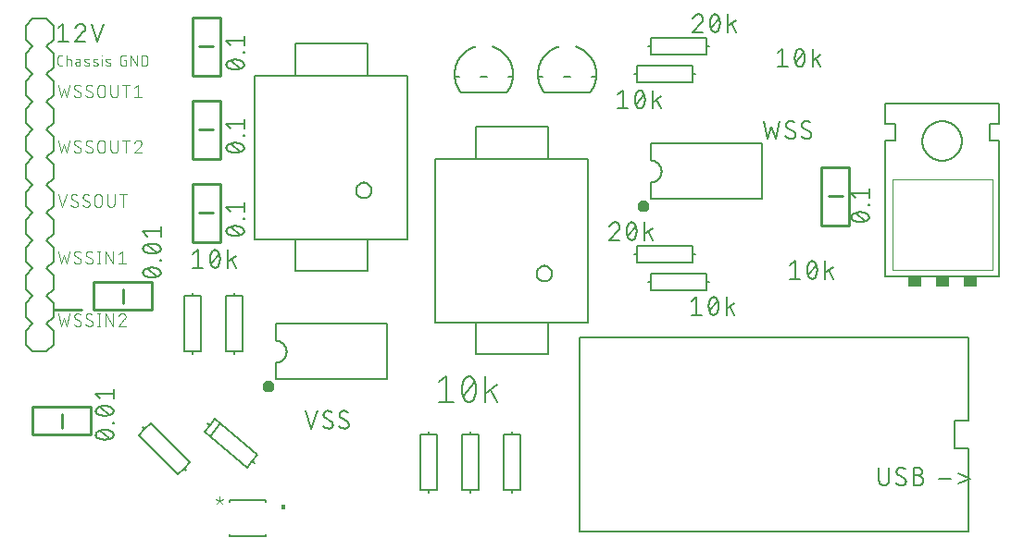
<source format=gto>
G04 EAGLE Gerber RS-274X export*
G75*
%MOMM*%
%FSLAX34Y34*%
%LPD*%
%INTop Silkscreen*%
%IPPOS*%
%AMOC8*
5,1,8,0,0,1.08239X$1,22.5*%
G01*
%ADD10C,0.152400*%
%ADD11C,0.076200*%
%ADD12C,0.101600*%
%ADD13C,0.203200*%
%ADD14C,0.254000*%
%ADD15C,0.127000*%
%ADD16C,0.050800*%
%ADD17R,1.270000X0.889000*%

G36*
X578981Y318577D02*
X578981Y318577D01*
X579029Y318591D01*
X579119Y318608D01*
X580126Y318960D01*
X580170Y318985D01*
X580254Y319022D01*
X581157Y319590D01*
X581194Y319624D01*
X581268Y319678D01*
X582022Y320432D01*
X582051Y320474D01*
X582111Y320543D01*
X582678Y321446D01*
X582697Y321493D01*
X582740Y321574D01*
X583092Y322581D01*
X583100Y322631D01*
X583123Y322719D01*
X583243Y323779D01*
X583239Y323829D01*
X583243Y323921D01*
X583123Y324981D01*
X583109Y325029D01*
X583092Y325119D01*
X582740Y326126D01*
X582715Y326170D01*
X582678Y326254D01*
X582111Y327157D01*
X582077Y327194D01*
X582022Y327268D01*
X581268Y328022D01*
X581226Y328051D01*
X581157Y328111D01*
X580254Y328678D01*
X580207Y328697D01*
X580126Y328740D01*
X579119Y329092D01*
X579069Y329100D01*
X578981Y329123D01*
X577921Y329243D01*
X577871Y329239D01*
X577779Y329243D01*
X576719Y329123D01*
X576671Y329109D01*
X576581Y329092D01*
X575574Y328740D01*
X575530Y328715D01*
X575446Y328678D01*
X574543Y328111D01*
X574506Y328077D01*
X574432Y328022D01*
X573678Y327268D01*
X573649Y327226D01*
X573590Y327157D01*
X573022Y326254D01*
X573003Y326207D01*
X572960Y326126D01*
X572608Y325119D01*
X572600Y325069D01*
X572577Y324981D01*
X572457Y323921D01*
X572461Y323871D01*
X572457Y323779D01*
X572577Y322719D01*
X572591Y322671D01*
X572608Y322581D01*
X572960Y321574D01*
X572985Y321530D01*
X573022Y321446D01*
X573590Y320543D01*
X573624Y320506D01*
X573678Y320432D01*
X574432Y319678D01*
X574474Y319649D01*
X574543Y319590D01*
X575446Y319022D01*
X575493Y319003D01*
X575574Y318960D01*
X576581Y318608D01*
X576631Y318600D01*
X576719Y318577D01*
X577779Y318457D01*
X577829Y318461D01*
X577921Y318457D01*
X578981Y318577D01*
G37*
G36*
X236081Y153477D02*
X236081Y153477D01*
X236129Y153491D01*
X236219Y153508D01*
X237226Y153860D01*
X237270Y153885D01*
X237354Y153922D01*
X238257Y154490D01*
X238294Y154524D01*
X238368Y154578D01*
X239122Y155332D01*
X239151Y155374D01*
X239211Y155443D01*
X239778Y156346D01*
X239797Y156393D01*
X239840Y156474D01*
X240192Y157481D01*
X240200Y157531D01*
X240223Y157619D01*
X240343Y158679D01*
X240339Y158729D01*
X240343Y158821D01*
X240223Y159881D01*
X240209Y159929D01*
X240192Y160019D01*
X239840Y161026D01*
X239815Y161070D01*
X239778Y161154D01*
X239211Y162057D01*
X239177Y162094D01*
X239122Y162168D01*
X238368Y162922D01*
X238326Y162951D01*
X238257Y163011D01*
X237354Y163578D01*
X237307Y163597D01*
X237226Y163640D01*
X236219Y163992D01*
X236169Y164000D01*
X236081Y164023D01*
X235021Y164143D01*
X234971Y164139D01*
X234879Y164143D01*
X233819Y164023D01*
X233771Y164009D01*
X233681Y163992D01*
X232674Y163640D01*
X232630Y163615D01*
X232546Y163578D01*
X231643Y163011D01*
X231606Y162977D01*
X231532Y162922D01*
X230778Y162168D01*
X230749Y162126D01*
X230690Y162057D01*
X230122Y161154D01*
X230103Y161107D01*
X230060Y161026D01*
X229708Y160019D01*
X229700Y159969D01*
X229677Y159881D01*
X229557Y158821D01*
X229561Y158771D01*
X229557Y158679D01*
X229677Y157619D01*
X229691Y157571D01*
X229708Y157481D01*
X230060Y156474D01*
X230085Y156430D01*
X230122Y156346D01*
X230690Y155443D01*
X230724Y155406D01*
X230778Y155332D01*
X231532Y154578D01*
X231574Y154549D01*
X231643Y154490D01*
X232546Y153922D01*
X232593Y153903D01*
X232674Y153860D01*
X233681Y153508D01*
X233731Y153500D01*
X233819Y153477D01*
X234879Y153357D01*
X234929Y153361D01*
X235021Y153357D01*
X236081Y153477D01*
G37*
G36*
X249811Y46070D02*
X249811Y46070D01*
X249813Y46069D01*
X249856Y46089D01*
X249900Y46107D01*
X249900Y46109D01*
X249902Y46110D01*
X249935Y46195D01*
X249935Y50005D01*
X249934Y50007D01*
X249935Y50009D01*
X249915Y50052D01*
X249897Y50096D01*
X249895Y50096D01*
X249894Y50098D01*
X249809Y50131D01*
X247269Y50131D01*
X247267Y50130D01*
X247265Y50131D01*
X247222Y50111D01*
X247178Y50093D01*
X247178Y50091D01*
X247176Y50090D01*
X247143Y50005D01*
X247143Y46195D01*
X247144Y46193D01*
X247143Y46191D01*
X247163Y46148D01*
X247181Y46104D01*
X247183Y46104D01*
X247184Y46102D01*
X247269Y46069D01*
X249809Y46069D01*
X249811Y46070D01*
G37*
D10*
X42672Y487116D02*
X47188Y490728D01*
X47188Y474472D01*
X51703Y474472D02*
X42672Y474472D01*
X63270Y490728D02*
X63395Y490726D01*
X63520Y490720D01*
X63645Y490711D01*
X63769Y490697D01*
X63893Y490680D01*
X64017Y490659D01*
X64139Y490634D01*
X64261Y490605D01*
X64382Y490573D01*
X64502Y490537D01*
X64621Y490497D01*
X64738Y490454D01*
X64854Y490407D01*
X64969Y490356D01*
X65081Y490302D01*
X65193Y490244D01*
X65302Y490184D01*
X65409Y490119D01*
X65515Y490052D01*
X65618Y489981D01*
X65719Y489907D01*
X65818Y489830D01*
X65914Y489750D01*
X66008Y489667D01*
X66099Y489582D01*
X66188Y489493D01*
X66273Y489402D01*
X66356Y489308D01*
X66436Y489212D01*
X66513Y489113D01*
X66587Y489012D01*
X66658Y488909D01*
X66725Y488803D01*
X66790Y488696D01*
X66850Y488587D01*
X66908Y488475D01*
X66962Y488363D01*
X67013Y488248D01*
X67060Y488132D01*
X67103Y488015D01*
X67143Y487896D01*
X67179Y487776D01*
X67211Y487655D01*
X67240Y487533D01*
X67265Y487411D01*
X67286Y487287D01*
X67303Y487163D01*
X67317Y487039D01*
X67326Y486914D01*
X67332Y486789D01*
X67334Y486664D01*
X63270Y490728D02*
X63127Y490726D01*
X62985Y490720D01*
X62842Y490710D01*
X62700Y490697D01*
X62559Y490679D01*
X62417Y490658D01*
X62277Y490633D01*
X62137Y490604D01*
X61998Y490571D01*
X61860Y490534D01*
X61723Y490494D01*
X61588Y490450D01*
X61453Y490402D01*
X61320Y490350D01*
X61188Y490295D01*
X61058Y490236D01*
X60930Y490174D01*
X60803Y490108D01*
X60678Y490039D01*
X60555Y489967D01*
X60435Y489891D01*
X60316Y489812D01*
X60199Y489729D01*
X60085Y489644D01*
X59973Y489555D01*
X59864Y489464D01*
X59757Y489369D01*
X59652Y489272D01*
X59551Y489171D01*
X59452Y489068D01*
X59356Y488963D01*
X59263Y488854D01*
X59173Y488743D01*
X59086Y488630D01*
X59002Y488515D01*
X58922Y488397D01*
X58844Y488277D01*
X58770Y488155D01*
X58700Y488031D01*
X58632Y487905D01*
X58569Y487777D01*
X58508Y487648D01*
X58451Y487517D01*
X58398Y487385D01*
X58349Y487251D01*
X58303Y487116D01*
X65979Y483503D02*
X66073Y483595D01*
X66163Y483689D01*
X66251Y483786D01*
X66336Y483886D01*
X66418Y483988D01*
X66497Y484093D01*
X66572Y484200D01*
X66644Y484309D01*
X66713Y484420D01*
X66779Y484534D01*
X66841Y484649D01*
X66900Y484766D01*
X66955Y484885D01*
X67006Y485005D01*
X67054Y485127D01*
X67099Y485250D01*
X67139Y485374D01*
X67176Y485500D01*
X67209Y485627D01*
X67238Y485754D01*
X67264Y485883D01*
X67285Y486012D01*
X67303Y486142D01*
X67316Y486272D01*
X67326Y486402D01*
X67332Y486533D01*
X67334Y486664D01*
X65980Y483503D02*
X58303Y474472D01*
X67334Y474472D01*
X78450Y474472D02*
X73031Y490728D01*
X83869Y490728D02*
X78450Y474472D01*
D11*
X46468Y452501D02*
X44379Y452501D01*
X44290Y452503D01*
X44202Y452509D01*
X44114Y452518D01*
X44026Y452531D01*
X43939Y452548D01*
X43853Y452568D01*
X43768Y452593D01*
X43683Y452620D01*
X43600Y452652D01*
X43519Y452686D01*
X43439Y452725D01*
X43361Y452766D01*
X43284Y452811D01*
X43210Y452859D01*
X43137Y452910D01*
X43067Y452964D01*
X43000Y453022D01*
X42934Y453082D01*
X42872Y453144D01*
X42812Y453210D01*
X42754Y453277D01*
X42700Y453347D01*
X42649Y453420D01*
X42601Y453494D01*
X42556Y453571D01*
X42515Y453649D01*
X42476Y453729D01*
X42442Y453810D01*
X42410Y453893D01*
X42383Y453978D01*
X42358Y454063D01*
X42338Y454149D01*
X42321Y454236D01*
X42308Y454324D01*
X42299Y454412D01*
X42293Y454500D01*
X42291Y454589D01*
X42291Y459811D01*
X42293Y459902D01*
X42299Y459993D01*
X42309Y460084D01*
X42323Y460174D01*
X42340Y460263D01*
X42362Y460351D01*
X42388Y460439D01*
X42417Y460525D01*
X42450Y460610D01*
X42487Y460693D01*
X42527Y460775D01*
X42571Y460855D01*
X42618Y460933D01*
X42669Y461009D01*
X42722Y461082D01*
X42779Y461153D01*
X42840Y461222D01*
X42903Y461287D01*
X42968Y461350D01*
X43037Y461410D01*
X43108Y461468D01*
X43181Y461521D01*
X43257Y461572D01*
X43335Y461619D01*
X43415Y461663D01*
X43497Y461703D01*
X43580Y461740D01*
X43665Y461773D01*
X43751Y461802D01*
X43839Y461828D01*
X43927Y461850D01*
X44016Y461867D01*
X44106Y461881D01*
X44197Y461891D01*
X44288Y461897D01*
X44379Y461899D01*
X46468Y461899D01*
X50154Y461899D02*
X50154Y452501D01*
X50154Y458766D02*
X52765Y458766D01*
X52842Y458764D01*
X52918Y458758D01*
X52995Y458749D01*
X53071Y458736D01*
X53146Y458719D01*
X53220Y458699D01*
X53293Y458674D01*
X53364Y458647D01*
X53435Y458616D01*
X53503Y458581D01*
X53570Y458543D01*
X53635Y458502D01*
X53698Y458458D01*
X53758Y458411D01*
X53817Y458360D01*
X53872Y458307D01*
X53925Y458252D01*
X53976Y458193D01*
X54023Y458133D01*
X54067Y458070D01*
X54108Y458005D01*
X54146Y457938D01*
X54181Y457870D01*
X54212Y457799D01*
X54239Y457728D01*
X54264Y457655D01*
X54284Y457581D01*
X54301Y457506D01*
X54314Y457430D01*
X54323Y457354D01*
X54329Y457277D01*
X54331Y457200D01*
X54331Y452501D01*
X60165Y456156D02*
X62515Y456156D01*
X60165Y456155D02*
X60081Y456153D01*
X59996Y456147D01*
X59913Y456137D01*
X59829Y456124D01*
X59747Y456106D01*
X59665Y456085D01*
X59584Y456060D01*
X59505Y456032D01*
X59427Y455999D01*
X59351Y455963D01*
X59276Y455924D01*
X59203Y455881D01*
X59132Y455835D01*
X59064Y455786D01*
X58998Y455734D01*
X58934Y455678D01*
X58873Y455620D01*
X58815Y455559D01*
X58759Y455495D01*
X58707Y455429D01*
X58658Y455361D01*
X58612Y455290D01*
X58569Y455217D01*
X58530Y455142D01*
X58494Y455066D01*
X58461Y454988D01*
X58433Y454909D01*
X58408Y454828D01*
X58387Y454746D01*
X58369Y454664D01*
X58356Y454580D01*
X58346Y454497D01*
X58340Y454412D01*
X58338Y454328D01*
X58340Y454244D01*
X58346Y454159D01*
X58356Y454076D01*
X58369Y453992D01*
X58387Y453910D01*
X58408Y453828D01*
X58433Y453747D01*
X58461Y453668D01*
X58494Y453590D01*
X58530Y453514D01*
X58569Y453439D01*
X58612Y453366D01*
X58658Y453295D01*
X58707Y453227D01*
X58759Y453161D01*
X58815Y453097D01*
X58873Y453036D01*
X58934Y452978D01*
X58998Y452922D01*
X59064Y452870D01*
X59132Y452821D01*
X59203Y452775D01*
X59276Y452732D01*
X59351Y452693D01*
X59427Y452657D01*
X59505Y452624D01*
X59584Y452596D01*
X59665Y452571D01*
X59747Y452550D01*
X59829Y452532D01*
X59913Y452519D01*
X59996Y452509D01*
X60081Y452503D01*
X60165Y452501D01*
X62515Y452501D01*
X62515Y457200D01*
X62514Y457200D02*
X62512Y457277D01*
X62506Y457353D01*
X62497Y457430D01*
X62484Y457506D01*
X62467Y457581D01*
X62447Y457655D01*
X62422Y457728D01*
X62395Y457799D01*
X62364Y457870D01*
X62329Y457938D01*
X62291Y458005D01*
X62250Y458070D01*
X62206Y458133D01*
X62159Y458193D01*
X62108Y458252D01*
X62055Y458307D01*
X62000Y458360D01*
X61941Y458411D01*
X61881Y458458D01*
X61818Y458502D01*
X61753Y458543D01*
X61686Y458581D01*
X61618Y458616D01*
X61547Y458647D01*
X61476Y458674D01*
X61403Y458699D01*
X61329Y458719D01*
X61254Y458736D01*
X61178Y458749D01*
X61101Y458758D01*
X61025Y458764D01*
X60948Y458766D01*
X58860Y458766D01*
X67396Y456156D02*
X70007Y455112D01*
X67396Y456156D02*
X67330Y456184D01*
X67265Y456217D01*
X67202Y456252D01*
X67141Y456291D01*
X67082Y456333D01*
X67026Y456378D01*
X66972Y456426D01*
X66921Y456477D01*
X66872Y456530D01*
X66827Y456587D01*
X66784Y456645D01*
X66745Y456705D01*
X66708Y456768D01*
X66676Y456833D01*
X66647Y456899D01*
X66621Y456966D01*
X66599Y457035D01*
X66581Y457105D01*
X66566Y457176D01*
X66555Y457247D01*
X66548Y457319D01*
X66545Y457391D01*
X66546Y457463D01*
X66551Y457536D01*
X66559Y457607D01*
X66571Y457679D01*
X66587Y457749D01*
X66607Y457818D01*
X66631Y457887D01*
X66658Y457954D01*
X66688Y458019D01*
X66722Y458083D01*
X66760Y458145D01*
X66800Y458205D01*
X66844Y458262D01*
X66891Y458317D01*
X66941Y458370D01*
X66993Y458419D01*
X67048Y458466D01*
X67105Y458510D01*
X67165Y458551D01*
X67227Y458588D01*
X67291Y458623D01*
X67356Y458653D01*
X67423Y458681D01*
X67491Y458704D01*
X67561Y458724D01*
X67631Y458740D01*
X67702Y458753D01*
X67774Y458761D01*
X67846Y458766D01*
X67918Y458767D01*
X67919Y458766D02*
X68070Y458762D01*
X68221Y458754D01*
X68372Y458743D01*
X68523Y458727D01*
X68673Y458707D01*
X68823Y458684D01*
X68972Y458657D01*
X69120Y458626D01*
X69268Y458591D01*
X69414Y458553D01*
X69560Y458510D01*
X69704Y458464D01*
X69847Y458415D01*
X69989Y458362D01*
X70129Y458305D01*
X70268Y458244D01*
X70007Y455112D02*
X70073Y455084D01*
X70138Y455051D01*
X70201Y455016D01*
X70262Y454977D01*
X70321Y454935D01*
X70377Y454890D01*
X70431Y454842D01*
X70482Y454791D01*
X70531Y454738D01*
X70576Y454681D01*
X70619Y454623D01*
X70658Y454563D01*
X70695Y454500D01*
X70727Y454435D01*
X70756Y454369D01*
X70782Y454302D01*
X70804Y454233D01*
X70822Y454163D01*
X70837Y454092D01*
X70848Y454021D01*
X70855Y453949D01*
X70858Y453877D01*
X70857Y453805D01*
X70852Y453732D01*
X70844Y453661D01*
X70832Y453589D01*
X70816Y453519D01*
X70796Y453450D01*
X70772Y453381D01*
X70745Y453314D01*
X70715Y453249D01*
X70681Y453185D01*
X70643Y453123D01*
X70603Y453063D01*
X70559Y453006D01*
X70512Y452951D01*
X70462Y452898D01*
X70410Y452849D01*
X70355Y452802D01*
X70298Y452758D01*
X70238Y452717D01*
X70176Y452680D01*
X70112Y452645D01*
X70047Y452615D01*
X69980Y452587D01*
X69912Y452564D01*
X69842Y452544D01*
X69772Y452528D01*
X69701Y452515D01*
X69629Y452507D01*
X69557Y452502D01*
X69485Y452501D01*
X69275Y452506D01*
X69066Y452517D01*
X68857Y452532D01*
X68649Y452552D01*
X68441Y452578D01*
X68234Y452608D01*
X68027Y452643D01*
X67822Y452683D01*
X67617Y452727D01*
X67414Y452777D01*
X67211Y452831D01*
X67010Y452891D01*
X66811Y452954D01*
X66613Y453023D01*
X75321Y456156D02*
X77932Y455112D01*
X75321Y456156D02*
X75255Y456184D01*
X75190Y456217D01*
X75127Y456252D01*
X75066Y456291D01*
X75007Y456333D01*
X74951Y456378D01*
X74897Y456426D01*
X74846Y456477D01*
X74797Y456530D01*
X74752Y456587D01*
X74709Y456645D01*
X74670Y456705D01*
X74633Y456768D01*
X74601Y456833D01*
X74572Y456899D01*
X74546Y456966D01*
X74524Y457035D01*
X74506Y457105D01*
X74491Y457176D01*
X74480Y457247D01*
X74473Y457319D01*
X74470Y457391D01*
X74471Y457463D01*
X74476Y457536D01*
X74484Y457607D01*
X74496Y457679D01*
X74512Y457749D01*
X74532Y457818D01*
X74556Y457887D01*
X74583Y457954D01*
X74613Y458019D01*
X74647Y458083D01*
X74685Y458145D01*
X74725Y458205D01*
X74769Y458262D01*
X74816Y458317D01*
X74866Y458370D01*
X74918Y458419D01*
X74973Y458466D01*
X75030Y458510D01*
X75090Y458551D01*
X75152Y458588D01*
X75216Y458623D01*
X75281Y458653D01*
X75348Y458681D01*
X75416Y458704D01*
X75486Y458724D01*
X75556Y458740D01*
X75627Y458753D01*
X75699Y458761D01*
X75771Y458766D01*
X75843Y458767D01*
X75844Y458766D02*
X75995Y458762D01*
X76146Y458754D01*
X76297Y458743D01*
X76448Y458727D01*
X76598Y458707D01*
X76748Y458684D01*
X76897Y458657D01*
X77045Y458626D01*
X77193Y458591D01*
X77339Y458553D01*
X77485Y458510D01*
X77629Y458464D01*
X77772Y458415D01*
X77914Y458362D01*
X78054Y458305D01*
X78193Y458244D01*
X77932Y455112D02*
X77998Y455084D01*
X78063Y455051D01*
X78126Y455016D01*
X78187Y454977D01*
X78246Y454935D01*
X78302Y454890D01*
X78356Y454842D01*
X78407Y454791D01*
X78456Y454738D01*
X78501Y454681D01*
X78544Y454623D01*
X78583Y454563D01*
X78620Y454500D01*
X78652Y454435D01*
X78681Y454369D01*
X78707Y454302D01*
X78729Y454233D01*
X78747Y454163D01*
X78762Y454092D01*
X78773Y454021D01*
X78780Y453949D01*
X78783Y453877D01*
X78782Y453805D01*
X78777Y453732D01*
X78769Y453661D01*
X78757Y453589D01*
X78741Y453519D01*
X78721Y453450D01*
X78697Y453381D01*
X78670Y453314D01*
X78640Y453249D01*
X78606Y453185D01*
X78568Y453123D01*
X78528Y453063D01*
X78484Y453006D01*
X78437Y452951D01*
X78387Y452898D01*
X78335Y452849D01*
X78280Y452802D01*
X78223Y452758D01*
X78163Y452717D01*
X78101Y452680D01*
X78037Y452645D01*
X77972Y452615D01*
X77905Y452587D01*
X77837Y452564D01*
X77767Y452544D01*
X77697Y452528D01*
X77626Y452515D01*
X77554Y452507D01*
X77482Y452502D01*
X77410Y452501D01*
X77200Y452506D01*
X76991Y452517D01*
X76782Y452532D01*
X76574Y452552D01*
X76366Y452578D01*
X76159Y452608D01*
X75952Y452643D01*
X75747Y452683D01*
X75542Y452727D01*
X75339Y452777D01*
X75136Y452831D01*
X74935Y452891D01*
X74736Y452954D01*
X74538Y453023D01*
X82417Y452501D02*
X82417Y458766D01*
X82156Y461377D02*
X82156Y461899D01*
X82679Y461899D01*
X82679Y461377D01*
X82156Y461377D01*
X86903Y456156D02*
X89514Y455112D01*
X86903Y456156D02*
X86837Y456184D01*
X86772Y456217D01*
X86709Y456252D01*
X86648Y456291D01*
X86589Y456333D01*
X86533Y456378D01*
X86479Y456426D01*
X86428Y456477D01*
X86379Y456530D01*
X86334Y456587D01*
X86291Y456645D01*
X86252Y456705D01*
X86215Y456768D01*
X86183Y456833D01*
X86154Y456899D01*
X86128Y456966D01*
X86106Y457035D01*
X86088Y457105D01*
X86073Y457176D01*
X86062Y457247D01*
X86055Y457319D01*
X86052Y457391D01*
X86053Y457463D01*
X86058Y457536D01*
X86066Y457607D01*
X86078Y457679D01*
X86094Y457749D01*
X86114Y457818D01*
X86138Y457887D01*
X86165Y457954D01*
X86195Y458019D01*
X86229Y458083D01*
X86267Y458145D01*
X86307Y458205D01*
X86351Y458262D01*
X86398Y458317D01*
X86448Y458370D01*
X86500Y458419D01*
X86555Y458466D01*
X86612Y458510D01*
X86672Y458551D01*
X86734Y458588D01*
X86798Y458623D01*
X86863Y458653D01*
X86930Y458681D01*
X86998Y458704D01*
X87068Y458724D01*
X87138Y458740D01*
X87209Y458753D01*
X87281Y458761D01*
X87353Y458766D01*
X87425Y458767D01*
X87426Y458766D02*
X87577Y458762D01*
X87728Y458754D01*
X87879Y458743D01*
X88030Y458727D01*
X88180Y458707D01*
X88330Y458684D01*
X88479Y458657D01*
X88627Y458626D01*
X88775Y458591D01*
X88921Y458553D01*
X89067Y458510D01*
X89211Y458464D01*
X89354Y458415D01*
X89496Y458362D01*
X89636Y458305D01*
X89775Y458244D01*
X89514Y455112D02*
X89580Y455084D01*
X89645Y455051D01*
X89708Y455016D01*
X89769Y454977D01*
X89828Y454935D01*
X89884Y454890D01*
X89938Y454842D01*
X89989Y454791D01*
X90038Y454738D01*
X90083Y454681D01*
X90126Y454623D01*
X90165Y454563D01*
X90202Y454500D01*
X90234Y454435D01*
X90263Y454369D01*
X90289Y454302D01*
X90311Y454233D01*
X90329Y454163D01*
X90344Y454092D01*
X90355Y454021D01*
X90362Y453949D01*
X90365Y453877D01*
X90364Y453805D01*
X90359Y453732D01*
X90351Y453661D01*
X90339Y453589D01*
X90323Y453519D01*
X90303Y453450D01*
X90279Y453381D01*
X90252Y453314D01*
X90222Y453249D01*
X90188Y453185D01*
X90150Y453123D01*
X90110Y453063D01*
X90066Y453006D01*
X90019Y452951D01*
X89969Y452898D01*
X89917Y452849D01*
X89862Y452802D01*
X89805Y452758D01*
X89745Y452717D01*
X89683Y452680D01*
X89619Y452645D01*
X89554Y452615D01*
X89487Y452587D01*
X89419Y452564D01*
X89349Y452544D01*
X89279Y452528D01*
X89208Y452515D01*
X89136Y452507D01*
X89064Y452502D01*
X88992Y452501D01*
X88782Y452506D01*
X88573Y452517D01*
X88364Y452532D01*
X88156Y452552D01*
X87948Y452578D01*
X87741Y452608D01*
X87534Y452643D01*
X87329Y452683D01*
X87124Y452727D01*
X86921Y452777D01*
X86718Y452831D01*
X86517Y452891D01*
X86318Y452954D01*
X86120Y453023D01*
X102969Y457722D02*
X104535Y457722D01*
X104535Y452501D01*
X101402Y452501D01*
X101313Y452503D01*
X101225Y452509D01*
X101137Y452518D01*
X101049Y452531D01*
X100962Y452548D01*
X100876Y452568D01*
X100791Y452593D01*
X100706Y452620D01*
X100623Y452652D01*
X100542Y452686D01*
X100462Y452725D01*
X100384Y452766D01*
X100307Y452811D01*
X100233Y452859D01*
X100160Y452910D01*
X100090Y452964D01*
X100023Y453022D01*
X99957Y453082D01*
X99895Y453144D01*
X99835Y453210D01*
X99777Y453277D01*
X99723Y453347D01*
X99672Y453420D01*
X99624Y453494D01*
X99579Y453571D01*
X99538Y453649D01*
X99499Y453729D01*
X99465Y453810D01*
X99433Y453893D01*
X99406Y453978D01*
X99381Y454063D01*
X99361Y454149D01*
X99344Y454236D01*
X99331Y454324D01*
X99322Y454412D01*
X99316Y454500D01*
X99314Y454589D01*
X99314Y459811D01*
X99316Y459902D01*
X99322Y459993D01*
X99332Y460084D01*
X99346Y460174D01*
X99363Y460263D01*
X99385Y460351D01*
X99411Y460439D01*
X99440Y460525D01*
X99473Y460610D01*
X99510Y460693D01*
X99550Y460775D01*
X99594Y460855D01*
X99641Y460933D01*
X99692Y461009D01*
X99745Y461082D01*
X99802Y461153D01*
X99863Y461222D01*
X99926Y461287D01*
X99991Y461350D01*
X100060Y461410D01*
X100131Y461468D01*
X100204Y461521D01*
X100280Y461572D01*
X100358Y461619D01*
X100438Y461663D01*
X100520Y461703D01*
X100603Y461740D01*
X100688Y461773D01*
X100774Y461802D01*
X100862Y461828D01*
X100950Y461850D01*
X101039Y461867D01*
X101129Y461881D01*
X101220Y461891D01*
X101311Y461897D01*
X101402Y461899D01*
X104535Y461899D01*
X109068Y461899D02*
X109068Y452501D01*
X114289Y452501D02*
X109068Y461899D01*
X114289Y461899D02*
X114289Y452501D01*
X118821Y452501D02*
X118821Y461899D01*
X121432Y461899D01*
X121532Y461897D01*
X121632Y461891D01*
X121731Y461882D01*
X121831Y461868D01*
X121929Y461851D01*
X122027Y461830D01*
X122124Y461806D01*
X122220Y461777D01*
X122315Y461745D01*
X122408Y461710D01*
X122500Y461671D01*
X122591Y461628D01*
X122679Y461582D01*
X122766Y461532D01*
X122851Y461480D01*
X122934Y461424D01*
X123015Y461365D01*
X123093Y461302D01*
X123169Y461237D01*
X123243Y461169D01*
X123313Y461099D01*
X123381Y461025D01*
X123446Y460949D01*
X123509Y460871D01*
X123568Y460790D01*
X123624Y460707D01*
X123676Y460622D01*
X123726Y460535D01*
X123772Y460447D01*
X123815Y460356D01*
X123854Y460264D01*
X123889Y460171D01*
X123921Y460076D01*
X123950Y459980D01*
X123974Y459883D01*
X123995Y459785D01*
X124012Y459687D01*
X124026Y459587D01*
X124035Y459488D01*
X124041Y459388D01*
X124043Y459288D01*
X124042Y459288D02*
X124042Y455112D01*
X124043Y455112D02*
X124041Y455012D01*
X124035Y454912D01*
X124026Y454813D01*
X124012Y454713D01*
X123995Y454615D01*
X123974Y454517D01*
X123950Y454420D01*
X123921Y454324D01*
X123889Y454229D01*
X123854Y454136D01*
X123815Y454044D01*
X123772Y453953D01*
X123726Y453865D01*
X123676Y453778D01*
X123624Y453693D01*
X123568Y453610D01*
X123509Y453529D01*
X123446Y453451D01*
X123381Y453375D01*
X123313Y453301D01*
X123243Y453231D01*
X123169Y453163D01*
X123093Y453098D01*
X123015Y453035D01*
X122934Y452976D01*
X122851Y452920D01*
X122766Y452868D01*
X122679Y452818D01*
X122591Y452772D01*
X122500Y452729D01*
X122408Y452690D01*
X122315Y452655D01*
X122220Y452623D01*
X122124Y452594D01*
X122027Y452570D01*
X121929Y452549D01*
X121831Y452532D01*
X121731Y452518D01*
X121632Y452509D01*
X121532Y452503D01*
X121432Y452501D01*
X118821Y452501D01*
D12*
X42418Y435102D02*
X45014Y423418D01*
X47611Y431207D01*
X50207Y423418D01*
X52804Y435102D01*
X63429Y426014D02*
X63427Y425915D01*
X63421Y425815D01*
X63412Y425716D01*
X63399Y425618D01*
X63382Y425520D01*
X63361Y425422D01*
X63336Y425326D01*
X63308Y425231D01*
X63276Y425137D01*
X63241Y425044D01*
X63202Y424952D01*
X63159Y424862D01*
X63114Y424774D01*
X63064Y424687D01*
X63012Y424603D01*
X62956Y424520D01*
X62898Y424440D01*
X62836Y424362D01*
X62771Y424287D01*
X62703Y424214D01*
X62633Y424144D01*
X62560Y424076D01*
X62485Y424011D01*
X62407Y423949D01*
X62327Y423891D01*
X62244Y423835D01*
X62160Y423783D01*
X62073Y423733D01*
X61985Y423688D01*
X61895Y423645D01*
X61803Y423606D01*
X61710Y423571D01*
X61616Y423539D01*
X61521Y423511D01*
X61425Y423486D01*
X61327Y423465D01*
X61229Y423448D01*
X61131Y423435D01*
X61032Y423426D01*
X60932Y423420D01*
X60833Y423418D01*
X60689Y423420D01*
X60544Y423426D01*
X60400Y423435D01*
X60257Y423448D01*
X60113Y423465D01*
X59970Y423486D01*
X59828Y423511D01*
X59687Y423539D01*
X59546Y423571D01*
X59406Y423607D01*
X59267Y423646D01*
X59129Y423689D01*
X58993Y423736D01*
X58857Y423786D01*
X58723Y423840D01*
X58591Y423897D01*
X58460Y423958D01*
X58331Y424022D01*
X58203Y424090D01*
X58077Y424160D01*
X57953Y424235D01*
X57832Y424312D01*
X57712Y424393D01*
X57594Y424476D01*
X57479Y424563D01*
X57366Y424653D01*
X57255Y424746D01*
X57147Y424841D01*
X57041Y424940D01*
X56938Y425041D01*
X57263Y432506D02*
X57265Y432605D01*
X57271Y432705D01*
X57280Y432804D01*
X57293Y432902D01*
X57310Y433000D01*
X57331Y433098D01*
X57356Y433194D01*
X57384Y433289D01*
X57416Y433383D01*
X57451Y433476D01*
X57490Y433568D01*
X57533Y433658D01*
X57578Y433746D01*
X57628Y433833D01*
X57680Y433917D01*
X57736Y434000D01*
X57794Y434080D01*
X57856Y434158D01*
X57921Y434233D01*
X57989Y434306D01*
X58059Y434376D01*
X58132Y434444D01*
X58207Y434509D01*
X58285Y434571D01*
X58365Y434629D01*
X58448Y434685D01*
X58532Y434737D01*
X58619Y434787D01*
X58707Y434832D01*
X58797Y434875D01*
X58889Y434914D01*
X58982Y434949D01*
X59076Y434981D01*
X59171Y435009D01*
X59268Y435034D01*
X59365Y435055D01*
X59463Y435072D01*
X59561Y435085D01*
X59660Y435094D01*
X59760Y435100D01*
X59859Y435102D01*
X59995Y435100D01*
X60131Y435094D01*
X60267Y435085D01*
X60403Y435072D01*
X60538Y435054D01*
X60672Y435034D01*
X60806Y435009D01*
X60940Y434981D01*
X61072Y434948D01*
X61203Y434913D01*
X61334Y434873D01*
X61463Y434830D01*
X61591Y434784D01*
X61717Y434733D01*
X61843Y434680D01*
X61966Y434622D01*
X62088Y434562D01*
X62208Y434498D01*
X62327Y434430D01*
X62443Y434360D01*
X62557Y434286D01*
X62670Y434209D01*
X62780Y434128D01*
X58561Y430234D02*
X58475Y430287D01*
X58391Y430344D01*
X58309Y430403D01*
X58229Y430466D01*
X58152Y430532D01*
X58077Y430600D01*
X58005Y430672D01*
X57936Y430746D01*
X57870Y430823D01*
X57807Y430902D01*
X57747Y430984D01*
X57690Y431068D01*
X57636Y431154D01*
X57586Y431242D01*
X57539Y431332D01*
X57495Y431423D01*
X57456Y431517D01*
X57419Y431611D01*
X57387Y431707D01*
X57358Y431805D01*
X57333Y431903D01*
X57312Y432002D01*
X57294Y432102D01*
X57281Y432202D01*
X57271Y432303D01*
X57265Y432405D01*
X57263Y432506D01*
X62131Y428286D02*
X62217Y428233D01*
X62301Y428176D01*
X62383Y428117D01*
X62463Y428054D01*
X62540Y427988D01*
X62615Y427920D01*
X62687Y427848D01*
X62756Y427774D01*
X62822Y427697D01*
X62885Y427618D01*
X62945Y427536D01*
X63002Y427452D01*
X63056Y427366D01*
X63106Y427278D01*
X63153Y427188D01*
X63197Y427097D01*
X63236Y427003D01*
X63273Y426909D01*
X63305Y426813D01*
X63334Y426715D01*
X63359Y426617D01*
X63380Y426518D01*
X63398Y426418D01*
X63411Y426318D01*
X63421Y426217D01*
X63427Y426115D01*
X63429Y426014D01*
X62131Y428286D02*
X58561Y430234D01*
X71501Y423418D02*
X71600Y423420D01*
X71700Y423426D01*
X71799Y423435D01*
X71897Y423448D01*
X71995Y423465D01*
X72093Y423486D01*
X72189Y423511D01*
X72284Y423539D01*
X72378Y423571D01*
X72471Y423606D01*
X72563Y423645D01*
X72653Y423688D01*
X72741Y423733D01*
X72828Y423783D01*
X72912Y423835D01*
X72995Y423891D01*
X73075Y423949D01*
X73153Y424011D01*
X73228Y424076D01*
X73301Y424144D01*
X73371Y424214D01*
X73439Y424287D01*
X73504Y424362D01*
X73566Y424440D01*
X73624Y424520D01*
X73680Y424603D01*
X73732Y424687D01*
X73782Y424774D01*
X73827Y424862D01*
X73870Y424952D01*
X73909Y425044D01*
X73944Y425137D01*
X73976Y425231D01*
X74004Y425326D01*
X74029Y425422D01*
X74050Y425520D01*
X74067Y425618D01*
X74080Y425716D01*
X74089Y425815D01*
X74095Y425915D01*
X74097Y426014D01*
X71501Y423418D02*
X71357Y423420D01*
X71212Y423426D01*
X71068Y423435D01*
X70925Y423448D01*
X70781Y423465D01*
X70638Y423486D01*
X70496Y423511D01*
X70355Y423539D01*
X70214Y423571D01*
X70074Y423607D01*
X69935Y423646D01*
X69797Y423689D01*
X69661Y423736D01*
X69525Y423786D01*
X69391Y423840D01*
X69259Y423897D01*
X69128Y423958D01*
X68999Y424022D01*
X68871Y424090D01*
X68745Y424160D01*
X68621Y424235D01*
X68500Y424312D01*
X68380Y424393D01*
X68262Y424476D01*
X68147Y424563D01*
X68034Y424653D01*
X67923Y424746D01*
X67815Y424841D01*
X67709Y424940D01*
X67606Y425041D01*
X67931Y432506D02*
X67933Y432605D01*
X67939Y432705D01*
X67948Y432804D01*
X67961Y432902D01*
X67978Y433000D01*
X67999Y433098D01*
X68024Y433194D01*
X68052Y433289D01*
X68084Y433383D01*
X68119Y433476D01*
X68158Y433568D01*
X68201Y433658D01*
X68246Y433746D01*
X68296Y433833D01*
X68348Y433917D01*
X68404Y434000D01*
X68462Y434080D01*
X68524Y434158D01*
X68589Y434233D01*
X68657Y434306D01*
X68727Y434376D01*
X68800Y434444D01*
X68875Y434509D01*
X68953Y434571D01*
X69033Y434629D01*
X69116Y434685D01*
X69200Y434737D01*
X69287Y434787D01*
X69375Y434832D01*
X69465Y434875D01*
X69557Y434914D01*
X69650Y434949D01*
X69744Y434981D01*
X69839Y435009D01*
X69936Y435034D01*
X70033Y435055D01*
X70131Y435072D01*
X70229Y435085D01*
X70328Y435094D01*
X70428Y435100D01*
X70527Y435102D01*
X70663Y435100D01*
X70799Y435094D01*
X70935Y435085D01*
X71071Y435072D01*
X71206Y435054D01*
X71340Y435034D01*
X71474Y435009D01*
X71608Y434981D01*
X71740Y434948D01*
X71871Y434913D01*
X72002Y434873D01*
X72131Y434830D01*
X72259Y434784D01*
X72385Y434733D01*
X72511Y434680D01*
X72634Y434622D01*
X72756Y434562D01*
X72876Y434498D01*
X72995Y434430D01*
X73111Y434360D01*
X73225Y434286D01*
X73338Y434209D01*
X73448Y434128D01*
X69229Y430234D02*
X69143Y430287D01*
X69059Y430344D01*
X68977Y430403D01*
X68897Y430466D01*
X68820Y430532D01*
X68745Y430600D01*
X68673Y430672D01*
X68604Y430746D01*
X68538Y430823D01*
X68475Y430902D01*
X68415Y430984D01*
X68358Y431068D01*
X68304Y431154D01*
X68254Y431242D01*
X68207Y431332D01*
X68163Y431423D01*
X68124Y431517D01*
X68087Y431611D01*
X68055Y431707D01*
X68026Y431805D01*
X68001Y431903D01*
X67980Y432002D01*
X67962Y432102D01*
X67949Y432202D01*
X67939Y432303D01*
X67933Y432405D01*
X67931Y432506D01*
X72799Y428286D02*
X72885Y428233D01*
X72969Y428176D01*
X73051Y428117D01*
X73131Y428054D01*
X73208Y427988D01*
X73283Y427920D01*
X73355Y427848D01*
X73424Y427774D01*
X73490Y427697D01*
X73553Y427618D01*
X73613Y427536D01*
X73670Y427452D01*
X73724Y427366D01*
X73774Y427278D01*
X73821Y427188D01*
X73865Y427097D01*
X73904Y427003D01*
X73941Y426909D01*
X73973Y426813D01*
X74002Y426715D01*
X74027Y426617D01*
X74048Y426518D01*
X74066Y426418D01*
X74079Y426318D01*
X74089Y426217D01*
X74095Y426115D01*
X74097Y426014D01*
X72799Y428286D02*
X69229Y430234D01*
X78655Y431856D02*
X78655Y426664D01*
X78655Y431856D02*
X78657Y431969D01*
X78663Y432082D01*
X78673Y432195D01*
X78687Y432308D01*
X78704Y432420D01*
X78726Y432531D01*
X78751Y432641D01*
X78781Y432751D01*
X78814Y432859D01*
X78851Y432966D01*
X78891Y433072D01*
X78936Y433176D01*
X78984Y433279D01*
X79035Y433380D01*
X79090Y433479D01*
X79148Y433576D01*
X79210Y433671D01*
X79275Y433764D01*
X79343Y433854D01*
X79414Y433942D01*
X79489Y434028D01*
X79566Y434111D01*
X79646Y434191D01*
X79729Y434268D01*
X79815Y434343D01*
X79903Y434414D01*
X79993Y434482D01*
X80086Y434547D01*
X80181Y434609D01*
X80278Y434667D01*
X80377Y434722D01*
X80478Y434773D01*
X80581Y434821D01*
X80685Y434866D01*
X80791Y434906D01*
X80898Y434943D01*
X81006Y434976D01*
X81116Y435006D01*
X81226Y435031D01*
X81337Y435053D01*
X81449Y435070D01*
X81562Y435084D01*
X81675Y435094D01*
X81788Y435100D01*
X81901Y435102D01*
X82014Y435100D01*
X82127Y435094D01*
X82240Y435084D01*
X82353Y435070D01*
X82465Y435053D01*
X82576Y435031D01*
X82686Y435006D01*
X82796Y434976D01*
X82904Y434943D01*
X83011Y434906D01*
X83117Y434866D01*
X83221Y434821D01*
X83324Y434773D01*
X83425Y434722D01*
X83524Y434667D01*
X83621Y434609D01*
X83716Y434547D01*
X83809Y434482D01*
X83899Y434414D01*
X83987Y434343D01*
X84073Y434268D01*
X84156Y434191D01*
X84236Y434111D01*
X84313Y434028D01*
X84388Y433942D01*
X84459Y433854D01*
X84527Y433764D01*
X84592Y433671D01*
X84654Y433576D01*
X84712Y433479D01*
X84767Y433380D01*
X84818Y433279D01*
X84866Y433176D01*
X84911Y433072D01*
X84951Y432966D01*
X84988Y432859D01*
X85021Y432751D01*
X85051Y432641D01*
X85076Y432531D01*
X85098Y432420D01*
X85115Y432308D01*
X85129Y432195D01*
X85139Y432082D01*
X85145Y431969D01*
X85147Y431856D01*
X85146Y431856D02*
X85146Y426664D01*
X85147Y426664D02*
X85145Y426551D01*
X85139Y426438D01*
X85129Y426325D01*
X85115Y426212D01*
X85098Y426100D01*
X85076Y425989D01*
X85051Y425879D01*
X85021Y425769D01*
X84988Y425661D01*
X84951Y425554D01*
X84911Y425448D01*
X84866Y425344D01*
X84818Y425241D01*
X84767Y425140D01*
X84712Y425041D01*
X84654Y424944D01*
X84592Y424849D01*
X84527Y424756D01*
X84459Y424666D01*
X84388Y424578D01*
X84313Y424492D01*
X84236Y424409D01*
X84156Y424329D01*
X84073Y424252D01*
X83987Y424177D01*
X83899Y424106D01*
X83809Y424038D01*
X83716Y423973D01*
X83621Y423911D01*
X83524Y423853D01*
X83425Y423798D01*
X83324Y423747D01*
X83221Y423699D01*
X83117Y423654D01*
X83011Y423614D01*
X82904Y423577D01*
X82796Y423544D01*
X82686Y423514D01*
X82576Y423489D01*
X82465Y423467D01*
X82353Y423450D01*
X82240Y423436D01*
X82127Y423426D01*
X82014Y423420D01*
X81901Y423418D01*
X81788Y423420D01*
X81675Y423426D01*
X81562Y423436D01*
X81449Y423450D01*
X81337Y423467D01*
X81226Y423489D01*
X81116Y423514D01*
X81006Y423544D01*
X80898Y423577D01*
X80791Y423614D01*
X80685Y423654D01*
X80581Y423699D01*
X80478Y423747D01*
X80377Y423798D01*
X80278Y423853D01*
X80181Y423911D01*
X80086Y423973D01*
X79993Y424038D01*
X79903Y424106D01*
X79815Y424177D01*
X79729Y424252D01*
X79646Y424329D01*
X79566Y424409D01*
X79489Y424492D01*
X79414Y424578D01*
X79343Y424666D01*
X79275Y424756D01*
X79210Y424849D01*
X79148Y424944D01*
X79090Y425041D01*
X79035Y425140D01*
X78984Y425241D01*
X78936Y425344D01*
X78891Y425448D01*
X78851Y425554D01*
X78814Y425661D01*
X78781Y425769D01*
X78751Y425879D01*
X78726Y425989D01*
X78704Y426100D01*
X78687Y426212D01*
X78673Y426325D01*
X78663Y426438D01*
X78657Y426551D01*
X78655Y426664D01*
X90466Y426664D02*
X90466Y435102D01*
X90466Y426664D02*
X90468Y426551D01*
X90474Y426438D01*
X90484Y426325D01*
X90498Y426212D01*
X90515Y426100D01*
X90537Y425989D01*
X90562Y425879D01*
X90592Y425769D01*
X90625Y425661D01*
X90662Y425554D01*
X90702Y425448D01*
X90747Y425344D01*
X90795Y425241D01*
X90846Y425140D01*
X90901Y425041D01*
X90959Y424944D01*
X91021Y424849D01*
X91086Y424756D01*
X91154Y424666D01*
X91225Y424578D01*
X91300Y424492D01*
X91377Y424409D01*
X91457Y424329D01*
X91540Y424252D01*
X91626Y424177D01*
X91714Y424106D01*
X91804Y424038D01*
X91897Y423973D01*
X91992Y423911D01*
X92089Y423853D01*
X92188Y423798D01*
X92289Y423747D01*
X92392Y423699D01*
X92496Y423654D01*
X92602Y423614D01*
X92709Y423577D01*
X92817Y423544D01*
X92927Y423514D01*
X93037Y423489D01*
X93148Y423467D01*
X93260Y423450D01*
X93373Y423436D01*
X93486Y423426D01*
X93599Y423420D01*
X93712Y423418D01*
X93825Y423420D01*
X93938Y423426D01*
X94051Y423436D01*
X94164Y423450D01*
X94276Y423467D01*
X94387Y423489D01*
X94497Y423514D01*
X94607Y423544D01*
X94715Y423577D01*
X94822Y423614D01*
X94928Y423654D01*
X95032Y423699D01*
X95135Y423747D01*
X95236Y423798D01*
X95335Y423853D01*
X95432Y423911D01*
X95527Y423973D01*
X95620Y424038D01*
X95710Y424106D01*
X95798Y424177D01*
X95884Y424252D01*
X95967Y424329D01*
X96047Y424409D01*
X96124Y424492D01*
X96199Y424578D01*
X96270Y424666D01*
X96338Y424756D01*
X96403Y424849D01*
X96465Y424944D01*
X96523Y425041D01*
X96578Y425140D01*
X96629Y425241D01*
X96677Y425344D01*
X96722Y425448D01*
X96762Y425554D01*
X96799Y425661D01*
X96832Y425769D01*
X96862Y425879D01*
X96887Y425989D01*
X96909Y426100D01*
X96926Y426212D01*
X96940Y426325D01*
X96950Y426438D01*
X96956Y426551D01*
X96958Y426664D01*
X96957Y426664D02*
X96957Y435102D01*
X104761Y435102D02*
X104761Y423418D01*
X101515Y435102D02*
X108006Y435102D01*
X112183Y432506D02*
X115429Y435102D01*
X115429Y423418D01*
X118674Y423418D02*
X112183Y423418D01*
X42418Y384302D02*
X45014Y372618D01*
X47611Y380407D01*
X50207Y372618D01*
X52804Y384302D01*
X63429Y375214D02*
X63427Y375115D01*
X63421Y375015D01*
X63412Y374916D01*
X63399Y374818D01*
X63382Y374720D01*
X63361Y374622D01*
X63336Y374526D01*
X63308Y374431D01*
X63276Y374337D01*
X63241Y374244D01*
X63202Y374152D01*
X63159Y374062D01*
X63114Y373974D01*
X63064Y373887D01*
X63012Y373803D01*
X62956Y373720D01*
X62898Y373640D01*
X62836Y373562D01*
X62771Y373487D01*
X62703Y373414D01*
X62633Y373344D01*
X62560Y373276D01*
X62485Y373211D01*
X62407Y373149D01*
X62327Y373091D01*
X62244Y373035D01*
X62160Y372983D01*
X62073Y372933D01*
X61985Y372888D01*
X61895Y372845D01*
X61803Y372806D01*
X61710Y372771D01*
X61616Y372739D01*
X61521Y372711D01*
X61425Y372686D01*
X61327Y372665D01*
X61229Y372648D01*
X61131Y372635D01*
X61032Y372626D01*
X60932Y372620D01*
X60833Y372618D01*
X60689Y372620D01*
X60544Y372626D01*
X60400Y372635D01*
X60257Y372648D01*
X60113Y372665D01*
X59970Y372686D01*
X59828Y372711D01*
X59687Y372739D01*
X59546Y372771D01*
X59406Y372807D01*
X59267Y372846D01*
X59129Y372889D01*
X58993Y372936D01*
X58857Y372986D01*
X58723Y373040D01*
X58591Y373097D01*
X58460Y373158D01*
X58331Y373222D01*
X58203Y373290D01*
X58077Y373360D01*
X57953Y373435D01*
X57832Y373512D01*
X57712Y373593D01*
X57594Y373676D01*
X57479Y373763D01*
X57366Y373853D01*
X57255Y373946D01*
X57147Y374041D01*
X57041Y374140D01*
X56938Y374241D01*
X57263Y381706D02*
X57265Y381805D01*
X57271Y381905D01*
X57280Y382004D01*
X57293Y382102D01*
X57310Y382200D01*
X57331Y382298D01*
X57356Y382394D01*
X57384Y382489D01*
X57416Y382583D01*
X57451Y382676D01*
X57490Y382768D01*
X57533Y382858D01*
X57578Y382946D01*
X57628Y383033D01*
X57680Y383117D01*
X57736Y383200D01*
X57794Y383280D01*
X57856Y383358D01*
X57921Y383433D01*
X57989Y383506D01*
X58059Y383576D01*
X58132Y383644D01*
X58207Y383709D01*
X58285Y383771D01*
X58365Y383829D01*
X58448Y383885D01*
X58532Y383937D01*
X58619Y383987D01*
X58707Y384032D01*
X58797Y384075D01*
X58889Y384114D01*
X58982Y384149D01*
X59076Y384181D01*
X59171Y384209D01*
X59268Y384234D01*
X59365Y384255D01*
X59463Y384272D01*
X59561Y384285D01*
X59660Y384294D01*
X59760Y384300D01*
X59859Y384302D01*
X59995Y384300D01*
X60131Y384294D01*
X60267Y384285D01*
X60403Y384272D01*
X60538Y384254D01*
X60672Y384234D01*
X60806Y384209D01*
X60940Y384181D01*
X61072Y384148D01*
X61203Y384113D01*
X61334Y384073D01*
X61463Y384030D01*
X61591Y383984D01*
X61717Y383933D01*
X61843Y383880D01*
X61966Y383822D01*
X62088Y383762D01*
X62208Y383698D01*
X62327Y383630D01*
X62443Y383560D01*
X62557Y383486D01*
X62670Y383409D01*
X62780Y383328D01*
X58561Y379434D02*
X58475Y379487D01*
X58391Y379544D01*
X58309Y379603D01*
X58229Y379666D01*
X58152Y379732D01*
X58077Y379800D01*
X58005Y379872D01*
X57936Y379946D01*
X57870Y380023D01*
X57807Y380102D01*
X57747Y380184D01*
X57690Y380268D01*
X57636Y380354D01*
X57586Y380442D01*
X57539Y380532D01*
X57495Y380623D01*
X57456Y380717D01*
X57419Y380811D01*
X57387Y380907D01*
X57358Y381005D01*
X57333Y381103D01*
X57312Y381202D01*
X57294Y381302D01*
X57281Y381402D01*
X57271Y381503D01*
X57265Y381605D01*
X57263Y381706D01*
X62131Y377486D02*
X62217Y377433D01*
X62301Y377376D01*
X62383Y377317D01*
X62463Y377254D01*
X62540Y377188D01*
X62615Y377120D01*
X62687Y377048D01*
X62756Y376974D01*
X62822Y376897D01*
X62885Y376818D01*
X62945Y376736D01*
X63002Y376652D01*
X63056Y376566D01*
X63106Y376478D01*
X63153Y376388D01*
X63197Y376297D01*
X63236Y376203D01*
X63273Y376109D01*
X63305Y376013D01*
X63334Y375915D01*
X63359Y375817D01*
X63380Y375718D01*
X63398Y375618D01*
X63411Y375518D01*
X63421Y375417D01*
X63427Y375315D01*
X63429Y375214D01*
X62131Y377486D02*
X58561Y379434D01*
X71501Y372618D02*
X71600Y372620D01*
X71700Y372626D01*
X71799Y372635D01*
X71897Y372648D01*
X71995Y372665D01*
X72093Y372686D01*
X72189Y372711D01*
X72284Y372739D01*
X72378Y372771D01*
X72471Y372806D01*
X72563Y372845D01*
X72653Y372888D01*
X72741Y372933D01*
X72828Y372983D01*
X72912Y373035D01*
X72995Y373091D01*
X73075Y373149D01*
X73153Y373211D01*
X73228Y373276D01*
X73301Y373344D01*
X73371Y373414D01*
X73439Y373487D01*
X73504Y373562D01*
X73566Y373640D01*
X73624Y373720D01*
X73680Y373803D01*
X73732Y373887D01*
X73782Y373974D01*
X73827Y374062D01*
X73870Y374152D01*
X73909Y374244D01*
X73944Y374337D01*
X73976Y374431D01*
X74004Y374526D01*
X74029Y374622D01*
X74050Y374720D01*
X74067Y374818D01*
X74080Y374916D01*
X74089Y375015D01*
X74095Y375115D01*
X74097Y375214D01*
X71501Y372618D02*
X71357Y372620D01*
X71212Y372626D01*
X71068Y372635D01*
X70925Y372648D01*
X70781Y372665D01*
X70638Y372686D01*
X70496Y372711D01*
X70355Y372739D01*
X70214Y372771D01*
X70074Y372807D01*
X69935Y372846D01*
X69797Y372889D01*
X69661Y372936D01*
X69525Y372986D01*
X69391Y373040D01*
X69259Y373097D01*
X69128Y373158D01*
X68999Y373222D01*
X68871Y373290D01*
X68745Y373360D01*
X68621Y373435D01*
X68500Y373512D01*
X68380Y373593D01*
X68262Y373676D01*
X68147Y373763D01*
X68034Y373853D01*
X67923Y373946D01*
X67815Y374041D01*
X67709Y374140D01*
X67606Y374241D01*
X67931Y381706D02*
X67933Y381805D01*
X67939Y381905D01*
X67948Y382004D01*
X67961Y382102D01*
X67978Y382200D01*
X67999Y382298D01*
X68024Y382394D01*
X68052Y382489D01*
X68084Y382583D01*
X68119Y382676D01*
X68158Y382768D01*
X68201Y382858D01*
X68246Y382946D01*
X68296Y383033D01*
X68348Y383117D01*
X68404Y383200D01*
X68462Y383280D01*
X68524Y383358D01*
X68589Y383433D01*
X68657Y383506D01*
X68727Y383576D01*
X68800Y383644D01*
X68875Y383709D01*
X68953Y383771D01*
X69033Y383829D01*
X69116Y383885D01*
X69200Y383937D01*
X69287Y383987D01*
X69375Y384032D01*
X69465Y384075D01*
X69557Y384114D01*
X69650Y384149D01*
X69744Y384181D01*
X69839Y384209D01*
X69936Y384234D01*
X70033Y384255D01*
X70131Y384272D01*
X70229Y384285D01*
X70328Y384294D01*
X70428Y384300D01*
X70527Y384302D01*
X70663Y384300D01*
X70799Y384294D01*
X70935Y384285D01*
X71071Y384272D01*
X71206Y384254D01*
X71340Y384234D01*
X71474Y384209D01*
X71608Y384181D01*
X71740Y384148D01*
X71871Y384113D01*
X72002Y384073D01*
X72131Y384030D01*
X72259Y383984D01*
X72385Y383933D01*
X72511Y383880D01*
X72634Y383822D01*
X72756Y383762D01*
X72876Y383698D01*
X72995Y383630D01*
X73111Y383560D01*
X73225Y383486D01*
X73338Y383409D01*
X73448Y383328D01*
X69229Y379434D02*
X69143Y379487D01*
X69059Y379544D01*
X68977Y379603D01*
X68897Y379666D01*
X68820Y379732D01*
X68745Y379800D01*
X68673Y379872D01*
X68604Y379946D01*
X68538Y380023D01*
X68475Y380102D01*
X68415Y380184D01*
X68358Y380268D01*
X68304Y380354D01*
X68254Y380442D01*
X68207Y380532D01*
X68163Y380623D01*
X68124Y380717D01*
X68087Y380811D01*
X68055Y380907D01*
X68026Y381005D01*
X68001Y381103D01*
X67980Y381202D01*
X67962Y381302D01*
X67949Y381402D01*
X67939Y381503D01*
X67933Y381605D01*
X67931Y381706D01*
X72799Y377486D02*
X72885Y377433D01*
X72969Y377376D01*
X73051Y377317D01*
X73131Y377254D01*
X73208Y377188D01*
X73283Y377120D01*
X73355Y377048D01*
X73424Y376974D01*
X73490Y376897D01*
X73553Y376818D01*
X73613Y376736D01*
X73670Y376652D01*
X73724Y376566D01*
X73774Y376478D01*
X73821Y376388D01*
X73865Y376297D01*
X73904Y376203D01*
X73941Y376109D01*
X73973Y376013D01*
X74002Y375915D01*
X74027Y375817D01*
X74048Y375718D01*
X74066Y375618D01*
X74079Y375518D01*
X74089Y375417D01*
X74095Y375315D01*
X74097Y375214D01*
X72799Y377486D02*
X69229Y379434D01*
X78655Y381056D02*
X78655Y375864D01*
X78655Y381056D02*
X78657Y381169D01*
X78663Y381282D01*
X78673Y381395D01*
X78687Y381508D01*
X78704Y381620D01*
X78726Y381731D01*
X78751Y381841D01*
X78781Y381951D01*
X78814Y382059D01*
X78851Y382166D01*
X78891Y382272D01*
X78936Y382376D01*
X78984Y382479D01*
X79035Y382580D01*
X79090Y382679D01*
X79148Y382776D01*
X79210Y382871D01*
X79275Y382964D01*
X79343Y383054D01*
X79414Y383142D01*
X79489Y383228D01*
X79566Y383311D01*
X79646Y383391D01*
X79729Y383468D01*
X79815Y383543D01*
X79903Y383614D01*
X79993Y383682D01*
X80086Y383747D01*
X80181Y383809D01*
X80278Y383867D01*
X80377Y383922D01*
X80478Y383973D01*
X80581Y384021D01*
X80685Y384066D01*
X80791Y384106D01*
X80898Y384143D01*
X81006Y384176D01*
X81116Y384206D01*
X81226Y384231D01*
X81337Y384253D01*
X81449Y384270D01*
X81562Y384284D01*
X81675Y384294D01*
X81788Y384300D01*
X81901Y384302D01*
X82014Y384300D01*
X82127Y384294D01*
X82240Y384284D01*
X82353Y384270D01*
X82465Y384253D01*
X82576Y384231D01*
X82686Y384206D01*
X82796Y384176D01*
X82904Y384143D01*
X83011Y384106D01*
X83117Y384066D01*
X83221Y384021D01*
X83324Y383973D01*
X83425Y383922D01*
X83524Y383867D01*
X83621Y383809D01*
X83716Y383747D01*
X83809Y383682D01*
X83899Y383614D01*
X83987Y383543D01*
X84073Y383468D01*
X84156Y383391D01*
X84236Y383311D01*
X84313Y383228D01*
X84388Y383142D01*
X84459Y383054D01*
X84527Y382964D01*
X84592Y382871D01*
X84654Y382776D01*
X84712Y382679D01*
X84767Y382580D01*
X84818Y382479D01*
X84866Y382376D01*
X84911Y382272D01*
X84951Y382166D01*
X84988Y382059D01*
X85021Y381951D01*
X85051Y381841D01*
X85076Y381731D01*
X85098Y381620D01*
X85115Y381508D01*
X85129Y381395D01*
X85139Y381282D01*
X85145Y381169D01*
X85147Y381056D01*
X85146Y381056D02*
X85146Y375864D01*
X85147Y375864D02*
X85145Y375751D01*
X85139Y375638D01*
X85129Y375525D01*
X85115Y375412D01*
X85098Y375300D01*
X85076Y375189D01*
X85051Y375079D01*
X85021Y374969D01*
X84988Y374861D01*
X84951Y374754D01*
X84911Y374648D01*
X84866Y374544D01*
X84818Y374441D01*
X84767Y374340D01*
X84712Y374241D01*
X84654Y374144D01*
X84592Y374049D01*
X84527Y373956D01*
X84459Y373866D01*
X84388Y373778D01*
X84313Y373692D01*
X84236Y373609D01*
X84156Y373529D01*
X84073Y373452D01*
X83987Y373377D01*
X83899Y373306D01*
X83809Y373238D01*
X83716Y373173D01*
X83621Y373111D01*
X83524Y373053D01*
X83425Y372998D01*
X83324Y372947D01*
X83221Y372899D01*
X83117Y372854D01*
X83011Y372814D01*
X82904Y372777D01*
X82796Y372744D01*
X82686Y372714D01*
X82576Y372689D01*
X82465Y372667D01*
X82353Y372650D01*
X82240Y372636D01*
X82127Y372626D01*
X82014Y372620D01*
X81901Y372618D01*
X81788Y372620D01*
X81675Y372626D01*
X81562Y372636D01*
X81449Y372650D01*
X81337Y372667D01*
X81226Y372689D01*
X81116Y372714D01*
X81006Y372744D01*
X80898Y372777D01*
X80791Y372814D01*
X80685Y372854D01*
X80581Y372899D01*
X80478Y372947D01*
X80377Y372998D01*
X80278Y373053D01*
X80181Y373111D01*
X80086Y373173D01*
X79993Y373238D01*
X79903Y373306D01*
X79815Y373377D01*
X79729Y373452D01*
X79646Y373529D01*
X79566Y373609D01*
X79489Y373692D01*
X79414Y373778D01*
X79343Y373866D01*
X79275Y373956D01*
X79210Y374049D01*
X79148Y374144D01*
X79090Y374241D01*
X79035Y374340D01*
X78984Y374441D01*
X78936Y374544D01*
X78891Y374648D01*
X78851Y374754D01*
X78814Y374861D01*
X78781Y374969D01*
X78751Y375079D01*
X78726Y375189D01*
X78704Y375300D01*
X78687Y375412D01*
X78673Y375525D01*
X78663Y375638D01*
X78657Y375751D01*
X78655Y375864D01*
X90466Y375864D02*
X90466Y384302D01*
X90466Y375864D02*
X90468Y375751D01*
X90474Y375638D01*
X90484Y375525D01*
X90498Y375412D01*
X90515Y375300D01*
X90537Y375189D01*
X90562Y375079D01*
X90592Y374969D01*
X90625Y374861D01*
X90662Y374754D01*
X90702Y374648D01*
X90747Y374544D01*
X90795Y374441D01*
X90846Y374340D01*
X90901Y374241D01*
X90959Y374144D01*
X91021Y374049D01*
X91086Y373956D01*
X91154Y373866D01*
X91225Y373778D01*
X91300Y373692D01*
X91377Y373609D01*
X91457Y373529D01*
X91540Y373452D01*
X91626Y373377D01*
X91714Y373306D01*
X91804Y373238D01*
X91897Y373173D01*
X91992Y373111D01*
X92089Y373053D01*
X92188Y372998D01*
X92289Y372947D01*
X92392Y372899D01*
X92496Y372854D01*
X92602Y372814D01*
X92709Y372777D01*
X92817Y372744D01*
X92927Y372714D01*
X93037Y372689D01*
X93148Y372667D01*
X93260Y372650D01*
X93373Y372636D01*
X93486Y372626D01*
X93599Y372620D01*
X93712Y372618D01*
X93825Y372620D01*
X93938Y372626D01*
X94051Y372636D01*
X94164Y372650D01*
X94276Y372667D01*
X94387Y372689D01*
X94497Y372714D01*
X94607Y372744D01*
X94715Y372777D01*
X94822Y372814D01*
X94928Y372854D01*
X95032Y372899D01*
X95135Y372947D01*
X95236Y372998D01*
X95335Y373053D01*
X95432Y373111D01*
X95527Y373173D01*
X95620Y373238D01*
X95710Y373306D01*
X95798Y373377D01*
X95884Y373452D01*
X95967Y373529D01*
X96047Y373609D01*
X96124Y373692D01*
X96199Y373778D01*
X96270Y373866D01*
X96338Y373956D01*
X96403Y374049D01*
X96465Y374144D01*
X96523Y374241D01*
X96578Y374340D01*
X96629Y374441D01*
X96677Y374544D01*
X96722Y374648D01*
X96762Y374754D01*
X96799Y374861D01*
X96832Y374969D01*
X96862Y375079D01*
X96887Y375189D01*
X96909Y375300D01*
X96926Y375412D01*
X96940Y375525D01*
X96950Y375638D01*
X96956Y375751D01*
X96958Y375864D01*
X96957Y375864D02*
X96957Y384302D01*
X104761Y384302D02*
X104761Y372618D01*
X101515Y384302D02*
X108006Y384302D01*
X115753Y384302D02*
X115860Y384300D01*
X115966Y384294D01*
X116072Y384284D01*
X116178Y384271D01*
X116284Y384253D01*
X116388Y384232D01*
X116492Y384207D01*
X116595Y384178D01*
X116696Y384146D01*
X116796Y384109D01*
X116895Y384069D01*
X116993Y384026D01*
X117089Y383979D01*
X117183Y383928D01*
X117275Y383874D01*
X117365Y383817D01*
X117453Y383757D01*
X117538Y383693D01*
X117621Y383626D01*
X117702Y383556D01*
X117780Y383484D01*
X117856Y383408D01*
X117928Y383330D01*
X117998Y383249D01*
X118065Y383166D01*
X118129Y383081D01*
X118189Y382993D01*
X118246Y382903D01*
X118300Y382811D01*
X118351Y382717D01*
X118398Y382621D01*
X118441Y382523D01*
X118481Y382424D01*
X118518Y382324D01*
X118550Y382223D01*
X118579Y382120D01*
X118604Y382016D01*
X118625Y381912D01*
X118643Y381806D01*
X118656Y381700D01*
X118666Y381594D01*
X118672Y381488D01*
X118674Y381381D01*
X115753Y384302D02*
X115632Y384300D01*
X115511Y384294D01*
X115391Y384284D01*
X115270Y384271D01*
X115151Y384253D01*
X115031Y384232D01*
X114913Y384207D01*
X114796Y384178D01*
X114679Y384145D01*
X114564Y384109D01*
X114450Y384068D01*
X114337Y384025D01*
X114225Y383977D01*
X114116Y383926D01*
X114008Y383871D01*
X113901Y383813D01*
X113797Y383752D01*
X113695Y383687D01*
X113595Y383619D01*
X113497Y383548D01*
X113401Y383474D01*
X113308Y383397D01*
X113218Y383316D01*
X113130Y383233D01*
X113045Y383147D01*
X112962Y383058D01*
X112883Y382967D01*
X112806Y382873D01*
X112733Y382777D01*
X112663Y382679D01*
X112596Y382578D01*
X112532Y382475D01*
X112472Y382370D01*
X112415Y382263D01*
X112361Y382155D01*
X112311Y382045D01*
X112265Y381933D01*
X112222Y381820D01*
X112183Y381705D01*
X117701Y379109D02*
X117780Y379186D01*
X117856Y379267D01*
X117929Y379350D01*
X117999Y379435D01*
X118066Y379523D01*
X118130Y379613D01*
X118190Y379705D01*
X118247Y379800D01*
X118301Y379896D01*
X118352Y379994D01*
X118399Y380094D01*
X118443Y380196D01*
X118483Y380299D01*
X118519Y380403D01*
X118551Y380509D01*
X118580Y380615D01*
X118605Y380723D01*
X118627Y380831D01*
X118644Y380941D01*
X118658Y381050D01*
X118667Y381160D01*
X118673Y381271D01*
X118675Y381381D01*
X117701Y379109D02*
X112183Y372618D01*
X118674Y372618D01*
X42418Y334772D02*
X46313Y323088D01*
X50207Y334772D01*
X60607Y325684D02*
X60605Y325585D01*
X60599Y325485D01*
X60590Y325386D01*
X60577Y325288D01*
X60560Y325190D01*
X60539Y325092D01*
X60514Y324996D01*
X60486Y324901D01*
X60454Y324807D01*
X60419Y324714D01*
X60380Y324622D01*
X60337Y324532D01*
X60292Y324444D01*
X60242Y324357D01*
X60190Y324273D01*
X60134Y324190D01*
X60076Y324110D01*
X60014Y324032D01*
X59949Y323957D01*
X59881Y323884D01*
X59811Y323814D01*
X59738Y323746D01*
X59663Y323681D01*
X59585Y323619D01*
X59505Y323561D01*
X59422Y323505D01*
X59338Y323453D01*
X59251Y323403D01*
X59163Y323358D01*
X59073Y323315D01*
X58981Y323276D01*
X58888Y323241D01*
X58794Y323209D01*
X58699Y323181D01*
X58603Y323156D01*
X58505Y323135D01*
X58407Y323118D01*
X58309Y323105D01*
X58210Y323096D01*
X58110Y323090D01*
X58011Y323088D01*
X57867Y323090D01*
X57722Y323096D01*
X57578Y323105D01*
X57435Y323118D01*
X57291Y323135D01*
X57148Y323156D01*
X57006Y323181D01*
X56865Y323209D01*
X56724Y323241D01*
X56584Y323277D01*
X56445Y323316D01*
X56307Y323359D01*
X56171Y323406D01*
X56035Y323456D01*
X55901Y323510D01*
X55769Y323567D01*
X55638Y323628D01*
X55509Y323692D01*
X55381Y323760D01*
X55255Y323830D01*
X55131Y323905D01*
X55010Y323982D01*
X54890Y324063D01*
X54772Y324146D01*
X54657Y324233D01*
X54544Y324323D01*
X54433Y324416D01*
X54325Y324511D01*
X54219Y324610D01*
X54116Y324711D01*
X54441Y332176D02*
X54443Y332275D01*
X54449Y332375D01*
X54458Y332474D01*
X54471Y332572D01*
X54488Y332670D01*
X54509Y332768D01*
X54534Y332864D01*
X54562Y332959D01*
X54594Y333053D01*
X54629Y333146D01*
X54668Y333238D01*
X54711Y333328D01*
X54756Y333416D01*
X54806Y333503D01*
X54858Y333587D01*
X54914Y333670D01*
X54972Y333750D01*
X55034Y333828D01*
X55099Y333903D01*
X55167Y333976D01*
X55237Y334046D01*
X55310Y334114D01*
X55385Y334179D01*
X55463Y334241D01*
X55543Y334299D01*
X55626Y334355D01*
X55710Y334407D01*
X55797Y334457D01*
X55885Y334502D01*
X55975Y334545D01*
X56067Y334584D01*
X56160Y334619D01*
X56254Y334651D01*
X56349Y334679D01*
X56446Y334704D01*
X56543Y334725D01*
X56641Y334742D01*
X56739Y334755D01*
X56838Y334764D01*
X56938Y334770D01*
X57037Y334772D01*
X57173Y334770D01*
X57309Y334764D01*
X57445Y334755D01*
X57581Y334742D01*
X57716Y334724D01*
X57850Y334704D01*
X57984Y334679D01*
X58118Y334651D01*
X58250Y334618D01*
X58381Y334583D01*
X58512Y334543D01*
X58641Y334500D01*
X58769Y334454D01*
X58895Y334403D01*
X59021Y334350D01*
X59144Y334292D01*
X59266Y334232D01*
X59386Y334168D01*
X59505Y334100D01*
X59621Y334030D01*
X59735Y333956D01*
X59848Y333879D01*
X59958Y333798D01*
X55739Y329904D02*
X55653Y329957D01*
X55569Y330014D01*
X55487Y330073D01*
X55407Y330136D01*
X55330Y330202D01*
X55255Y330270D01*
X55183Y330342D01*
X55114Y330416D01*
X55048Y330493D01*
X54985Y330572D01*
X54925Y330654D01*
X54868Y330738D01*
X54814Y330824D01*
X54764Y330912D01*
X54717Y331002D01*
X54673Y331093D01*
X54634Y331187D01*
X54597Y331281D01*
X54565Y331377D01*
X54536Y331475D01*
X54511Y331573D01*
X54490Y331672D01*
X54472Y331772D01*
X54459Y331872D01*
X54449Y331973D01*
X54443Y332075D01*
X54441Y332176D01*
X59309Y327956D02*
X59395Y327903D01*
X59479Y327846D01*
X59561Y327787D01*
X59641Y327724D01*
X59718Y327658D01*
X59793Y327590D01*
X59865Y327518D01*
X59934Y327444D01*
X60000Y327367D01*
X60063Y327288D01*
X60123Y327206D01*
X60180Y327122D01*
X60234Y327036D01*
X60284Y326948D01*
X60331Y326858D01*
X60375Y326767D01*
X60414Y326673D01*
X60451Y326579D01*
X60483Y326483D01*
X60512Y326385D01*
X60537Y326287D01*
X60558Y326188D01*
X60576Y326088D01*
X60589Y325988D01*
X60599Y325887D01*
X60605Y325785D01*
X60607Y325684D01*
X59309Y327956D02*
X55739Y329904D01*
X68679Y323088D02*
X68778Y323090D01*
X68878Y323096D01*
X68977Y323105D01*
X69075Y323118D01*
X69173Y323135D01*
X69271Y323156D01*
X69367Y323181D01*
X69462Y323209D01*
X69556Y323241D01*
X69649Y323276D01*
X69741Y323315D01*
X69831Y323358D01*
X69919Y323403D01*
X70006Y323453D01*
X70090Y323505D01*
X70173Y323561D01*
X70253Y323619D01*
X70331Y323681D01*
X70406Y323746D01*
X70479Y323814D01*
X70549Y323884D01*
X70617Y323957D01*
X70682Y324032D01*
X70744Y324110D01*
X70802Y324190D01*
X70858Y324273D01*
X70910Y324357D01*
X70960Y324444D01*
X71005Y324532D01*
X71048Y324622D01*
X71087Y324714D01*
X71122Y324807D01*
X71154Y324901D01*
X71182Y324996D01*
X71207Y325092D01*
X71228Y325190D01*
X71245Y325288D01*
X71258Y325386D01*
X71267Y325485D01*
X71273Y325585D01*
X71275Y325684D01*
X68679Y323088D02*
X68535Y323090D01*
X68390Y323096D01*
X68246Y323105D01*
X68103Y323118D01*
X67959Y323135D01*
X67816Y323156D01*
X67674Y323181D01*
X67533Y323209D01*
X67392Y323241D01*
X67252Y323277D01*
X67113Y323316D01*
X66975Y323359D01*
X66839Y323406D01*
X66703Y323456D01*
X66569Y323510D01*
X66437Y323567D01*
X66306Y323628D01*
X66177Y323692D01*
X66049Y323760D01*
X65923Y323830D01*
X65799Y323905D01*
X65678Y323982D01*
X65558Y324063D01*
X65440Y324146D01*
X65325Y324233D01*
X65212Y324323D01*
X65101Y324416D01*
X64993Y324511D01*
X64887Y324610D01*
X64784Y324711D01*
X65109Y332176D02*
X65111Y332275D01*
X65117Y332375D01*
X65126Y332474D01*
X65139Y332572D01*
X65156Y332670D01*
X65177Y332768D01*
X65202Y332864D01*
X65230Y332959D01*
X65262Y333053D01*
X65297Y333146D01*
X65336Y333238D01*
X65379Y333328D01*
X65424Y333416D01*
X65474Y333503D01*
X65526Y333587D01*
X65582Y333670D01*
X65640Y333750D01*
X65702Y333828D01*
X65767Y333903D01*
X65835Y333976D01*
X65905Y334046D01*
X65978Y334114D01*
X66053Y334179D01*
X66131Y334241D01*
X66211Y334299D01*
X66294Y334355D01*
X66378Y334407D01*
X66465Y334457D01*
X66553Y334502D01*
X66643Y334545D01*
X66735Y334584D01*
X66828Y334619D01*
X66922Y334651D01*
X67017Y334679D01*
X67114Y334704D01*
X67211Y334725D01*
X67309Y334742D01*
X67407Y334755D01*
X67506Y334764D01*
X67606Y334770D01*
X67705Y334772D01*
X67841Y334770D01*
X67977Y334764D01*
X68113Y334755D01*
X68249Y334742D01*
X68384Y334724D01*
X68518Y334704D01*
X68652Y334679D01*
X68786Y334651D01*
X68918Y334618D01*
X69049Y334583D01*
X69180Y334543D01*
X69309Y334500D01*
X69437Y334454D01*
X69563Y334403D01*
X69689Y334350D01*
X69812Y334292D01*
X69934Y334232D01*
X70054Y334168D01*
X70173Y334100D01*
X70289Y334030D01*
X70403Y333956D01*
X70516Y333879D01*
X70626Y333798D01*
X66407Y329904D02*
X66321Y329957D01*
X66237Y330014D01*
X66155Y330073D01*
X66075Y330136D01*
X65998Y330202D01*
X65923Y330270D01*
X65851Y330342D01*
X65782Y330416D01*
X65716Y330493D01*
X65653Y330572D01*
X65593Y330654D01*
X65536Y330738D01*
X65482Y330824D01*
X65432Y330912D01*
X65385Y331002D01*
X65341Y331093D01*
X65302Y331187D01*
X65265Y331281D01*
X65233Y331377D01*
X65204Y331475D01*
X65179Y331573D01*
X65158Y331672D01*
X65140Y331772D01*
X65127Y331872D01*
X65117Y331973D01*
X65111Y332075D01*
X65109Y332176D01*
X69977Y327956D02*
X70063Y327903D01*
X70147Y327846D01*
X70229Y327787D01*
X70309Y327724D01*
X70386Y327658D01*
X70461Y327590D01*
X70533Y327518D01*
X70602Y327444D01*
X70668Y327367D01*
X70731Y327288D01*
X70791Y327206D01*
X70848Y327122D01*
X70902Y327036D01*
X70952Y326948D01*
X70999Y326858D01*
X71043Y326767D01*
X71082Y326673D01*
X71119Y326579D01*
X71151Y326483D01*
X71180Y326385D01*
X71205Y326287D01*
X71226Y326188D01*
X71244Y326088D01*
X71257Y325988D01*
X71267Y325887D01*
X71273Y325785D01*
X71275Y325684D01*
X69977Y327956D02*
X66407Y329904D01*
X75833Y331526D02*
X75833Y326334D01*
X75833Y331526D02*
X75835Y331639D01*
X75841Y331752D01*
X75851Y331865D01*
X75865Y331978D01*
X75882Y332090D01*
X75904Y332201D01*
X75929Y332311D01*
X75959Y332421D01*
X75992Y332529D01*
X76029Y332636D01*
X76069Y332742D01*
X76114Y332846D01*
X76162Y332949D01*
X76213Y333050D01*
X76268Y333149D01*
X76326Y333246D01*
X76388Y333341D01*
X76453Y333434D01*
X76521Y333524D01*
X76592Y333612D01*
X76667Y333698D01*
X76744Y333781D01*
X76824Y333861D01*
X76907Y333938D01*
X76993Y334013D01*
X77081Y334084D01*
X77171Y334152D01*
X77264Y334217D01*
X77359Y334279D01*
X77456Y334337D01*
X77555Y334392D01*
X77656Y334443D01*
X77759Y334491D01*
X77863Y334536D01*
X77969Y334576D01*
X78076Y334613D01*
X78184Y334646D01*
X78294Y334676D01*
X78404Y334701D01*
X78515Y334723D01*
X78627Y334740D01*
X78740Y334754D01*
X78853Y334764D01*
X78966Y334770D01*
X79079Y334772D01*
X79192Y334770D01*
X79305Y334764D01*
X79418Y334754D01*
X79531Y334740D01*
X79643Y334723D01*
X79754Y334701D01*
X79864Y334676D01*
X79974Y334646D01*
X80082Y334613D01*
X80189Y334576D01*
X80295Y334536D01*
X80399Y334491D01*
X80502Y334443D01*
X80603Y334392D01*
X80702Y334337D01*
X80799Y334279D01*
X80894Y334217D01*
X80987Y334152D01*
X81077Y334084D01*
X81165Y334013D01*
X81251Y333938D01*
X81334Y333861D01*
X81414Y333781D01*
X81491Y333698D01*
X81566Y333612D01*
X81637Y333524D01*
X81705Y333434D01*
X81770Y333341D01*
X81832Y333246D01*
X81890Y333149D01*
X81945Y333050D01*
X81996Y332949D01*
X82044Y332846D01*
X82089Y332742D01*
X82129Y332636D01*
X82166Y332529D01*
X82199Y332421D01*
X82229Y332311D01*
X82254Y332201D01*
X82276Y332090D01*
X82293Y331978D01*
X82307Y331865D01*
X82317Y331752D01*
X82323Y331639D01*
X82325Y331526D01*
X82324Y331526D02*
X82324Y326334D01*
X82325Y326334D02*
X82323Y326221D01*
X82317Y326108D01*
X82307Y325995D01*
X82293Y325882D01*
X82276Y325770D01*
X82254Y325659D01*
X82229Y325549D01*
X82199Y325439D01*
X82166Y325331D01*
X82129Y325224D01*
X82089Y325118D01*
X82044Y325014D01*
X81996Y324911D01*
X81945Y324810D01*
X81890Y324711D01*
X81832Y324614D01*
X81770Y324519D01*
X81705Y324426D01*
X81637Y324336D01*
X81566Y324248D01*
X81491Y324162D01*
X81414Y324079D01*
X81334Y323999D01*
X81251Y323922D01*
X81165Y323847D01*
X81077Y323776D01*
X80987Y323708D01*
X80894Y323643D01*
X80799Y323581D01*
X80702Y323523D01*
X80603Y323468D01*
X80502Y323417D01*
X80399Y323369D01*
X80295Y323324D01*
X80189Y323284D01*
X80082Y323247D01*
X79974Y323214D01*
X79864Y323184D01*
X79754Y323159D01*
X79643Y323137D01*
X79531Y323120D01*
X79418Y323106D01*
X79305Y323096D01*
X79192Y323090D01*
X79079Y323088D01*
X78966Y323090D01*
X78853Y323096D01*
X78740Y323106D01*
X78627Y323120D01*
X78515Y323137D01*
X78404Y323159D01*
X78294Y323184D01*
X78184Y323214D01*
X78076Y323247D01*
X77969Y323284D01*
X77863Y323324D01*
X77759Y323369D01*
X77656Y323417D01*
X77555Y323468D01*
X77456Y323523D01*
X77359Y323581D01*
X77264Y323643D01*
X77171Y323708D01*
X77081Y323776D01*
X76993Y323847D01*
X76907Y323922D01*
X76824Y323999D01*
X76744Y324079D01*
X76667Y324162D01*
X76592Y324248D01*
X76521Y324336D01*
X76453Y324426D01*
X76388Y324519D01*
X76326Y324614D01*
X76268Y324711D01*
X76213Y324810D01*
X76162Y324911D01*
X76114Y325014D01*
X76069Y325118D01*
X76029Y325224D01*
X75992Y325331D01*
X75959Y325439D01*
X75929Y325549D01*
X75904Y325659D01*
X75882Y325770D01*
X75865Y325882D01*
X75851Y325995D01*
X75841Y326108D01*
X75835Y326221D01*
X75833Y326334D01*
X87644Y326334D02*
X87644Y334772D01*
X87644Y326334D02*
X87646Y326221D01*
X87652Y326108D01*
X87662Y325995D01*
X87676Y325882D01*
X87693Y325770D01*
X87715Y325659D01*
X87740Y325549D01*
X87770Y325439D01*
X87803Y325331D01*
X87840Y325224D01*
X87880Y325118D01*
X87925Y325014D01*
X87973Y324911D01*
X88024Y324810D01*
X88079Y324711D01*
X88137Y324614D01*
X88199Y324519D01*
X88264Y324426D01*
X88332Y324336D01*
X88403Y324248D01*
X88478Y324162D01*
X88555Y324079D01*
X88635Y323999D01*
X88718Y323922D01*
X88804Y323847D01*
X88892Y323776D01*
X88982Y323708D01*
X89075Y323643D01*
X89170Y323581D01*
X89267Y323523D01*
X89366Y323468D01*
X89467Y323417D01*
X89570Y323369D01*
X89674Y323324D01*
X89780Y323284D01*
X89887Y323247D01*
X89995Y323214D01*
X90105Y323184D01*
X90215Y323159D01*
X90326Y323137D01*
X90438Y323120D01*
X90551Y323106D01*
X90664Y323096D01*
X90777Y323090D01*
X90890Y323088D01*
X91003Y323090D01*
X91116Y323096D01*
X91229Y323106D01*
X91342Y323120D01*
X91454Y323137D01*
X91565Y323159D01*
X91675Y323184D01*
X91785Y323214D01*
X91893Y323247D01*
X92000Y323284D01*
X92106Y323324D01*
X92210Y323369D01*
X92313Y323417D01*
X92414Y323468D01*
X92513Y323523D01*
X92610Y323581D01*
X92705Y323643D01*
X92798Y323708D01*
X92888Y323776D01*
X92976Y323847D01*
X93062Y323922D01*
X93145Y323999D01*
X93225Y324079D01*
X93302Y324162D01*
X93377Y324248D01*
X93448Y324336D01*
X93516Y324426D01*
X93581Y324519D01*
X93643Y324614D01*
X93701Y324711D01*
X93756Y324810D01*
X93807Y324911D01*
X93855Y325014D01*
X93900Y325118D01*
X93940Y325224D01*
X93977Y325331D01*
X94010Y325439D01*
X94040Y325549D01*
X94065Y325659D01*
X94087Y325770D01*
X94104Y325882D01*
X94118Y325995D01*
X94128Y326108D01*
X94134Y326221D01*
X94136Y326334D01*
X94135Y326334D02*
X94135Y334772D01*
X101939Y334772D02*
X101939Y323088D01*
X98693Y334772D02*
X105184Y334772D01*
X42418Y282702D02*
X45014Y271018D01*
X47611Y278807D01*
X50207Y271018D01*
X52804Y282702D01*
X63429Y273614D02*
X63427Y273515D01*
X63421Y273415D01*
X63412Y273316D01*
X63399Y273218D01*
X63382Y273120D01*
X63361Y273022D01*
X63336Y272926D01*
X63308Y272831D01*
X63276Y272737D01*
X63241Y272644D01*
X63202Y272552D01*
X63159Y272462D01*
X63114Y272374D01*
X63064Y272287D01*
X63012Y272203D01*
X62956Y272120D01*
X62898Y272040D01*
X62836Y271962D01*
X62771Y271887D01*
X62703Y271814D01*
X62633Y271744D01*
X62560Y271676D01*
X62485Y271611D01*
X62407Y271549D01*
X62327Y271491D01*
X62244Y271435D01*
X62160Y271383D01*
X62073Y271333D01*
X61985Y271288D01*
X61895Y271245D01*
X61803Y271206D01*
X61710Y271171D01*
X61616Y271139D01*
X61521Y271111D01*
X61425Y271086D01*
X61327Y271065D01*
X61229Y271048D01*
X61131Y271035D01*
X61032Y271026D01*
X60932Y271020D01*
X60833Y271018D01*
X60689Y271020D01*
X60544Y271026D01*
X60400Y271035D01*
X60257Y271048D01*
X60113Y271065D01*
X59970Y271086D01*
X59828Y271111D01*
X59687Y271139D01*
X59546Y271171D01*
X59406Y271207D01*
X59267Y271246D01*
X59129Y271289D01*
X58993Y271336D01*
X58857Y271386D01*
X58723Y271440D01*
X58591Y271497D01*
X58460Y271558D01*
X58331Y271622D01*
X58203Y271690D01*
X58077Y271760D01*
X57953Y271835D01*
X57832Y271912D01*
X57712Y271993D01*
X57594Y272076D01*
X57479Y272163D01*
X57366Y272253D01*
X57255Y272346D01*
X57147Y272441D01*
X57041Y272540D01*
X56938Y272641D01*
X57263Y280106D02*
X57265Y280205D01*
X57271Y280305D01*
X57280Y280404D01*
X57293Y280502D01*
X57310Y280600D01*
X57331Y280698D01*
X57356Y280794D01*
X57384Y280889D01*
X57416Y280983D01*
X57451Y281076D01*
X57490Y281168D01*
X57533Y281258D01*
X57578Y281346D01*
X57628Y281433D01*
X57680Y281517D01*
X57736Y281600D01*
X57794Y281680D01*
X57856Y281758D01*
X57921Y281833D01*
X57989Y281906D01*
X58059Y281976D01*
X58132Y282044D01*
X58207Y282109D01*
X58285Y282171D01*
X58365Y282229D01*
X58448Y282285D01*
X58532Y282337D01*
X58619Y282387D01*
X58707Y282432D01*
X58797Y282475D01*
X58889Y282514D01*
X58982Y282549D01*
X59076Y282581D01*
X59171Y282609D01*
X59268Y282634D01*
X59365Y282655D01*
X59463Y282672D01*
X59561Y282685D01*
X59660Y282694D01*
X59760Y282700D01*
X59859Y282702D01*
X59995Y282700D01*
X60131Y282694D01*
X60267Y282685D01*
X60403Y282672D01*
X60538Y282654D01*
X60672Y282634D01*
X60806Y282609D01*
X60940Y282581D01*
X61072Y282548D01*
X61203Y282513D01*
X61334Y282473D01*
X61463Y282430D01*
X61591Y282384D01*
X61717Y282333D01*
X61843Y282280D01*
X61966Y282222D01*
X62088Y282162D01*
X62208Y282098D01*
X62327Y282030D01*
X62443Y281960D01*
X62557Y281886D01*
X62670Y281809D01*
X62780Y281728D01*
X58561Y277834D02*
X58475Y277887D01*
X58391Y277944D01*
X58309Y278003D01*
X58229Y278066D01*
X58152Y278132D01*
X58077Y278200D01*
X58005Y278272D01*
X57936Y278346D01*
X57870Y278423D01*
X57807Y278502D01*
X57747Y278584D01*
X57690Y278668D01*
X57636Y278754D01*
X57586Y278842D01*
X57539Y278932D01*
X57495Y279023D01*
X57456Y279117D01*
X57419Y279211D01*
X57387Y279307D01*
X57358Y279405D01*
X57333Y279503D01*
X57312Y279602D01*
X57294Y279702D01*
X57281Y279802D01*
X57271Y279903D01*
X57265Y280005D01*
X57263Y280106D01*
X62131Y275886D02*
X62217Y275833D01*
X62301Y275776D01*
X62383Y275717D01*
X62463Y275654D01*
X62540Y275588D01*
X62615Y275520D01*
X62687Y275448D01*
X62756Y275374D01*
X62822Y275297D01*
X62885Y275218D01*
X62945Y275136D01*
X63002Y275052D01*
X63056Y274966D01*
X63106Y274878D01*
X63153Y274788D01*
X63197Y274697D01*
X63236Y274603D01*
X63273Y274509D01*
X63305Y274413D01*
X63334Y274315D01*
X63359Y274217D01*
X63380Y274118D01*
X63398Y274018D01*
X63411Y273918D01*
X63421Y273817D01*
X63427Y273715D01*
X63429Y273614D01*
X62131Y275886D02*
X58561Y277834D01*
X71501Y271018D02*
X71600Y271020D01*
X71700Y271026D01*
X71799Y271035D01*
X71897Y271048D01*
X71995Y271065D01*
X72093Y271086D01*
X72189Y271111D01*
X72284Y271139D01*
X72378Y271171D01*
X72471Y271206D01*
X72563Y271245D01*
X72653Y271288D01*
X72741Y271333D01*
X72828Y271383D01*
X72912Y271435D01*
X72995Y271491D01*
X73075Y271549D01*
X73153Y271611D01*
X73228Y271676D01*
X73301Y271744D01*
X73371Y271814D01*
X73439Y271887D01*
X73504Y271962D01*
X73566Y272040D01*
X73624Y272120D01*
X73680Y272203D01*
X73732Y272287D01*
X73782Y272374D01*
X73827Y272462D01*
X73870Y272552D01*
X73909Y272644D01*
X73944Y272737D01*
X73976Y272831D01*
X74004Y272926D01*
X74029Y273022D01*
X74050Y273120D01*
X74067Y273218D01*
X74080Y273316D01*
X74089Y273415D01*
X74095Y273515D01*
X74097Y273614D01*
X71501Y271018D02*
X71357Y271020D01*
X71212Y271026D01*
X71068Y271035D01*
X70925Y271048D01*
X70781Y271065D01*
X70638Y271086D01*
X70496Y271111D01*
X70355Y271139D01*
X70214Y271171D01*
X70074Y271207D01*
X69935Y271246D01*
X69797Y271289D01*
X69661Y271336D01*
X69525Y271386D01*
X69391Y271440D01*
X69259Y271497D01*
X69128Y271558D01*
X68999Y271622D01*
X68871Y271690D01*
X68745Y271760D01*
X68621Y271835D01*
X68500Y271912D01*
X68380Y271993D01*
X68262Y272076D01*
X68147Y272163D01*
X68034Y272253D01*
X67923Y272346D01*
X67815Y272441D01*
X67709Y272540D01*
X67606Y272641D01*
X67931Y280106D02*
X67933Y280205D01*
X67939Y280305D01*
X67948Y280404D01*
X67961Y280502D01*
X67978Y280600D01*
X67999Y280698D01*
X68024Y280794D01*
X68052Y280889D01*
X68084Y280983D01*
X68119Y281076D01*
X68158Y281168D01*
X68201Y281258D01*
X68246Y281346D01*
X68296Y281433D01*
X68348Y281517D01*
X68404Y281600D01*
X68462Y281680D01*
X68524Y281758D01*
X68589Y281833D01*
X68657Y281906D01*
X68727Y281976D01*
X68800Y282044D01*
X68875Y282109D01*
X68953Y282171D01*
X69033Y282229D01*
X69116Y282285D01*
X69200Y282337D01*
X69287Y282387D01*
X69375Y282432D01*
X69465Y282475D01*
X69557Y282514D01*
X69650Y282549D01*
X69744Y282581D01*
X69839Y282609D01*
X69936Y282634D01*
X70033Y282655D01*
X70131Y282672D01*
X70229Y282685D01*
X70328Y282694D01*
X70428Y282700D01*
X70527Y282702D01*
X70663Y282700D01*
X70799Y282694D01*
X70935Y282685D01*
X71071Y282672D01*
X71206Y282654D01*
X71340Y282634D01*
X71474Y282609D01*
X71608Y282581D01*
X71740Y282548D01*
X71871Y282513D01*
X72002Y282473D01*
X72131Y282430D01*
X72259Y282384D01*
X72385Y282333D01*
X72511Y282280D01*
X72634Y282222D01*
X72756Y282162D01*
X72876Y282098D01*
X72995Y282030D01*
X73111Y281960D01*
X73225Y281886D01*
X73338Y281809D01*
X73448Y281728D01*
X69229Y277834D02*
X69143Y277887D01*
X69059Y277944D01*
X68977Y278003D01*
X68897Y278066D01*
X68820Y278132D01*
X68745Y278200D01*
X68673Y278272D01*
X68604Y278346D01*
X68538Y278423D01*
X68475Y278502D01*
X68415Y278584D01*
X68358Y278668D01*
X68304Y278754D01*
X68254Y278842D01*
X68207Y278932D01*
X68163Y279023D01*
X68124Y279117D01*
X68087Y279211D01*
X68055Y279307D01*
X68026Y279405D01*
X68001Y279503D01*
X67980Y279602D01*
X67962Y279702D01*
X67949Y279802D01*
X67939Y279903D01*
X67933Y280005D01*
X67931Y280106D01*
X72799Y275886D02*
X72885Y275833D01*
X72969Y275776D01*
X73051Y275717D01*
X73131Y275654D01*
X73208Y275588D01*
X73283Y275520D01*
X73355Y275448D01*
X73424Y275374D01*
X73490Y275297D01*
X73553Y275218D01*
X73613Y275136D01*
X73670Y275052D01*
X73724Y274966D01*
X73774Y274878D01*
X73821Y274788D01*
X73865Y274697D01*
X73904Y274603D01*
X73941Y274509D01*
X73973Y274413D01*
X74002Y274315D01*
X74027Y274217D01*
X74048Y274118D01*
X74066Y274018D01*
X74079Y273918D01*
X74089Y273817D01*
X74095Y273715D01*
X74097Y273614D01*
X72799Y275886D02*
X69229Y277834D01*
X79615Y282702D02*
X79615Y271018D01*
X78317Y271018D02*
X80913Y271018D01*
X80913Y282702D02*
X78317Y282702D01*
X85894Y282702D02*
X85894Y271018D01*
X92385Y271018D02*
X85894Y282702D01*
X92385Y282702D02*
X92385Y271018D01*
X97705Y280106D02*
X100951Y282702D01*
X100951Y271018D01*
X104196Y271018D02*
X97705Y271018D01*
X42418Y225552D02*
X45014Y213868D01*
X47611Y221657D01*
X50207Y213868D01*
X52804Y225552D01*
X63429Y216464D02*
X63427Y216365D01*
X63421Y216265D01*
X63412Y216166D01*
X63399Y216068D01*
X63382Y215970D01*
X63361Y215872D01*
X63336Y215776D01*
X63308Y215681D01*
X63276Y215587D01*
X63241Y215494D01*
X63202Y215402D01*
X63159Y215312D01*
X63114Y215224D01*
X63064Y215137D01*
X63012Y215053D01*
X62956Y214970D01*
X62898Y214890D01*
X62836Y214812D01*
X62771Y214737D01*
X62703Y214664D01*
X62633Y214594D01*
X62560Y214526D01*
X62485Y214461D01*
X62407Y214399D01*
X62327Y214341D01*
X62244Y214285D01*
X62160Y214233D01*
X62073Y214183D01*
X61985Y214138D01*
X61895Y214095D01*
X61803Y214056D01*
X61710Y214021D01*
X61616Y213989D01*
X61521Y213961D01*
X61425Y213936D01*
X61327Y213915D01*
X61229Y213898D01*
X61131Y213885D01*
X61032Y213876D01*
X60932Y213870D01*
X60833Y213868D01*
X60689Y213870D01*
X60544Y213876D01*
X60400Y213885D01*
X60257Y213898D01*
X60113Y213915D01*
X59970Y213936D01*
X59828Y213961D01*
X59687Y213989D01*
X59546Y214021D01*
X59406Y214057D01*
X59267Y214096D01*
X59129Y214139D01*
X58993Y214186D01*
X58857Y214236D01*
X58723Y214290D01*
X58591Y214347D01*
X58460Y214408D01*
X58331Y214472D01*
X58203Y214540D01*
X58077Y214610D01*
X57953Y214685D01*
X57832Y214762D01*
X57712Y214843D01*
X57594Y214926D01*
X57479Y215013D01*
X57366Y215103D01*
X57255Y215196D01*
X57147Y215291D01*
X57041Y215390D01*
X56938Y215491D01*
X57263Y222956D02*
X57265Y223055D01*
X57271Y223155D01*
X57280Y223254D01*
X57293Y223352D01*
X57310Y223450D01*
X57331Y223548D01*
X57356Y223644D01*
X57384Y223739D01*
X57416Y223833D01*
X57451Y223926D01*
X57490Y224018D01*
X57533Y224108D01*
X57578Y224196D01*
X57628Y224283D01*
X57680Y224367D01*
X57736Y224450D01*
X57794Y224530D01*
X57856Y224608D01*
X57921Y224683D01*
X57989Y224756D01*
X58059Y224826D01*
X58132Y224894D01*
X58207Y224959D01*
X58285Y225021D01*
X58365Y225079D01*
X58448Y225135D01*
X58532Y225187D01*
X58619Y225237D01*
X58707Y225282D01*
X58797Y225325D01*
X58889Y225364D01*
X58982Y225399D01*
X59076Y225431D01*
X59171Y225459D01*
X59268Y225484D01*
X59365Y225505D01*
X59463Y225522D01*
X59561Y225535D01*
X59660Y225544D01*
X59760Y225550D01*
X59859Y225552D01*
X59995Y225550D01*
X60131Y225544D01*
X60267Y225535D01*
X60403Y225522D01*
X60538Y225504D01*
X60672Y225484D01*
X60806Y225459D01*
X60940Y225431D01*
X61072Y225398D01*
X61203Y225363D01*
X61334Y225323D01*
X61463Y225280D01*
X61591Y225234D01*
X61717Y225183D01*
X61843Y225130D01*
X61966Y225072D01*
X62088Y225012D01*
X62208Y224948D01*
X62327Y224880D01*
X62443Y224810D01*
X62557Y224736D01*
X62670Y224659D01*
X62780Y224578D01*
X58561Y220684D02*
X58475Y220737D01*
X58391Y220794D01*
X58309Y220853D01*
X58229Y220916D01*
X58152Y220982D01*
X58077Y221050D01*
X58005Y221122D01*
X57936Y221196D01*
X57870Y221273D01*
X57807Y221352D01*
X57747Y221434D01*
X57690Y221518D01*
X57636Y221604D01*
X57586Y221692D01*
X57539Y221782D01*
X57495Y221873D01*
X57456Y221967D01*
X57419Y222061D01*
X57387Y222157D01*
X57358Y222255D01*
X57333Y222353D01*
X57312Y222452D01*
X57294Y222552D01*
X57281Y222652D01*
X57271Y222753D01*
X57265Y222855D01*
X57263Y222956D01*
X62131Y218736D02*
X62217Y218683D01*
X62301Y218626D01*
X62383Y218567D01*
X62463Y218504D01*
X62540Y218438D01*
X62615Y218370D01*
X62687Y218298D01*
X62756Y218224D01*
X62822Y218147D01*
X62885Y218068D01*
X62945Y217986D01*
X63002Y217902D01*
X63056Y217816D01*
X63106Y217728D01*
X63153Y217638D01*
X63197Y217547D01*
X63236Y217453D01*
X63273Y217359D01*
X63305Y217263D01*
X63334Y217165D01*
X63359Y217067D01*
X63380Y216968D01*
X63398Y216868D01*
X63411Y216768D01*
X63421Y216667D01*
X63427Y216565D01*
X63429Y216464D01*
X62131Y218736D02*
X58561Y220684D01*
X71501Y213868D02*
X71600Y213870D01*
X71700Y213876D01*
X71799Y213885D01*
X71897Y213898D01*
X71995Y213915D01*
X72093Y213936D01*
X72189Y213961D01*
X72284Y213989D01*
X72378Y214021D01*
X72471Y214056D01*
X72563Y214095D01*
X72653Y214138D01*
X72741Y214183D01*
X72828Y214233D01*
X72912Y214285D01*
X72995Y214341D01*
X73075Y214399D01*
X73153Y214461D01*
X73228Y214526D01*
X73301Y214594D01*
X73371Y214664D01*
X73439Y214737D01*
X73504Y214812D01*
X73566Y214890D01*
X73624Y214970D01*
X73680Y215053D01*
X73732Y215137D01*
X73782Y215224D01*
X73827Y215312D01*
X73870Y215402D01*
X73909Y215494D01*
X73944Y215587D01*
X73976Y215681D01*
X74004Y215776D01*
X74029Y215872D01*
X74050Y215970D01*
X74067Y216068D01*
X74080Y216166D01*
X74089Y216265D01*
X74095Y216365D01*
X74097Y216464D01*
X71501Y213868D02*
X71357Y213870D01*
X71212Y213876D01*
X71068Y213885D01*
X70925Y213898D01*
X70781Y213915D01*
X70638Y213936D01*
X70496Y213961D01*
X70355Y213989D01*
X70214Y214021D01*
X70074Y214057D01*
X69935Y214096D01*
X69797Y214139D01*
X69661Y214186D01*
X69525Y214236D01*
X69391Y214290D01*
X69259Y214347D01*
X69128Y214408D01*
X68999Y214472D01*
X68871Y214540D01*
X68745Y214610D01*
X68621Y214685D01*
X68500Y214762D01*
X68380Y214843D01*
X68262Y214926D01*
X68147Y215013D01*
X68034Y215103D01*
X67923Y215196D01*
X67815Y215291D01*
X67709Y215390D01*
X67606Y215491D01*
X67931Y222956D02*
X67933Y223055D01*
X67939Y223155D01*
X67948Y223254D01*
X67961Y223352D01*
X67978Y223450D01*
X67999Y223548D01*
X68024Y223644D01*
X68052Y223739D01*
X68084Y223833D01*
X68119Y223926D01*
X68158Y224018D01*
X68201Y224108D01*
X68246Y224196D01*
X68296Y224283D01*
X68348Y224367D01*
X68404Y224450D01*
X68462Y224530D01*
X68524Y224608D01*
X68589Y224683D01*
X68657Y224756D01*
X68727Y224826D01*
X68800Y224894D01*
X68875Y224959D01*
X68953Y225021D01*
X69033Y225079D01*
X69116Y225135D01*
X69200Y225187D01*
X69287Y225237D01*
X69375Y225282D01*
X69465Y225325D01*
X69557Y225364D01*
X69650Y225399D01*
X69744Y225431D01*
X69839Y225459D01*
X69936Y225484D01*
X70033Y225505D01*
X70131Y225522D01*
X70229Y225535D01*
X70328Y225544D01*
X70428Y225550D01*
X70527Y225552D01*
X70663Y225550D01*
X70799Y225544D01*
X70935Y225535D01*
X71071Y225522D01*
X71206Y225504D01*
X71340Y225484D01*
X71474Y225459D01*
X71608Y225431D01*
X71740Y225398D01*
X71871Y225363D01*
X72002Y225323D01*
X72131Y225280D01*
X72259Y225234D01*
X72385Y225183D01*
X72511Y225130D01*
X72634Y225072D01*
X72756Y225012D01*
X72876Y224948D01*
X72995Y224880D01*
X73111Y224810D01*
X73225Y224736D01*
X73338Y224659D01*
X73448Y224578D01*
X69229Y220684D02*
X69143Y220737D01*
X69059Y220794D01*
X68977Y220853D01*
X68897Y220916D01*
X68820Y220982D01*
X68745Y221050D01*
X68673Y221122D01*
X68604Y221196D01*
X68538Y221273D01*
X68475Y221352D01*
X68415Y221434D01*
X68358Y221518D01*
X68304Y221604D01*
X68254Y221692D01*
X68207Y221782D01*
X68163Y221873D01*
X68124Y221967D01*
X68087Y222061D01*
X68055Y222157D01*
X68026Y222255D01*
X68001Y222353D01*
X67980Y222452D01*
X67962Y222552D01*
X67949Y222652D01*
X67939Y222753D01*
X67933Y222855D01*
X67931Y222956D01*
X72799Y218736D02*
X72885Y218683D01*
X72969Y218626D01*
X73051Y218567D01*
X73131Y218504D01*
X73208Y218438D01*
X73283Y218370D01*
X73355Y218298D01*
X73424Y218224D01*
X73490Y218147D01*
X73553Y218068D01*
X73613Y217986D01*
X73670Y217902D01*
X73724Y217816D01*
X73774Y217728D01*
X73821Y217638D01*
X73865Y217547D01*
X73904Y217453D01*
X73941Y217359D01*
X73973Y217263D01*
X74002Y217165D01*
X74027Y217067D01*
X74048Y216968D01*
X74066Y216868D01*
X74079Y216768D01*
X74089Y216667D01*
X74095Y216565D01*
X74097Y216464D01*
X72799Y218736D02*
X69229Y220684D01*
X79615Y225552D02*
X79615Y213868D01*
X78317Y213868D02*
X80913Y213868D01*
X80913Y225552D02*
X78317Y225552D01*
X85894Y225552D02*
X85894Y213868D01*
X92385Y213868D02*
X85894Y225552D01*
X92385Y225552D02*
X92385Y213868D01*
X101275Y225552D02*
X101382Y225550D01*
X101488Y225544D01*
X101594Y225534D01*
X101700Y225521D01*
X101806Y225503D01*
X101910Y225482D01*
X102014Y225457D01*
X102117Y225428D01*
X102218Y225396D01*
X102318Y225359D01*
X102417Y225319D01*
X102515Y225276D01*
X102611Y225229D01*
X102705Y225178D01*
X102797Y225124D01*
X102887Y225067D01*
X102975Y225007D01*
X103060Y224943D01*
X103143Y224876D01*
X103224Y224806D01*
X103302Y224734D01*
X103378Y224658D01*
X103450Y224580D01*
X103520Y224499D01*
X103587Y224416D01*
X103651Y224331D01*
X103711Y224243D01*
X103768Y224153D01*
X103822Y224061D01*
X103873Y223967D01*
X103920Y223871D01*
X103963Y223773D01*
X104003Y223674D01*
X104040Y223574D01*
X104072Y223473D01*
X104101Y223370D01*
X104126Y223266D01*
X104147Y223162D01*
X104165Y223056D01*
X104178Y222950D01*
X104188Y222844D01*
X104194Y222738D01*
X104196Y222631D01*
X101275Y225552D02*
X101154Y225550D01*
X101033Y225544D01*
X100913Y225534D01*
X100792Y225521D01*
X100673Y225503D01*
X100553Y225482D01*
X100435Y225457D01*
X100318Y225428D01*
X100201Y225395D01*
X100086Y225359D01*
X99972Y225318D01*
X99859Y225275D01*
X99747Y225227D01*
X99638Y225176D01*
X99530Y225121D01*
X99423Y225063D01*
X99319Y225002D01*
X99217Y224937D01*
X99117Y224869D01*
X99019Y224798D01*
X98923Y224724D01*
X98830Y224647D01*
X98740Y224566D01*
X98652Y224483D01*
X98567Y224397D01*
X98484Y224308D01*
X98405Y224217D01*
X98328Y224123D01*
X98255Y224027D01*
X98185Y223929D01*
X98118Y223828D01*
X98054Y223725D01*
X97994Y223620D01*
X97937Y223513D01*
X97883Y223405D01*
X97833Y223295D01*
X97787Y223183D01*
X97744Y223070D01*
X97705Y222955D01*
X103223Y220359D02*
X103302Y220436D01*
X103378Y220517D01*
X103451Y220600D01*
X103521Y220685D01*
X103588Y220773D01*
X103652Y220863D01*
X103712Y220955D01*
X103769Y221050D01*
X103823Y221146D01*
X103874Y221244D01*
X103921Y221344D01*
X103965Y221446D01*
X104005Y221549D01*
X104041Y221653D01*
X104073Y221759D01*
X104102Y221865D01*
X104127Y221973D01*
X104149Y222081D01*
X104166Y222191D01*
X104180Y222300D01*
X104189Y222410D01*
X104195Y222521D01*
X104197Y222631D01*
X103223Y220359D02*
X97705Y213868D01*
X104196Y213868D01*
D13*
X390906Y162701D02*
X397397Y167894D01*
X397397Y144526D01*
X390906Y144526D02*
X403888Y144526D01*
X411785Y156210D02*
X411790Y156670D01*
X411807Y157129D01*
X411834Y157588D01*
X411873Y158046D01*
X411922Y158503D01*
X411982Y158959D01*
X412053Y159413D01*
X412135Y159866D01*
X412228Y160316D01*
X412331Y160764D01*
X412445Y161209D01*
X412570Y161652D01*
X412705Y162091D01*
X412851Y162527D01*
X413007Y162959D01*
X413173Y163388D01*
X413349Y163813D01*
X413536Y164233D01*
X413732Y164648D01*
X413733Y164649D02*
X413778Y164776D01*
X413828Y164902D01*
X413880Y165027D01*
X413937Y165150D01*
X413997Y165272D01*
X414060Y165391D01*
X414126Y165509D01*
X414196Y165625D01*
X414269Y165739D01*
X414345Y165851D01*
X414425Y165961D01*
X414507Y166068D01*
X414593Y166173D01*
X414681Y166276D01*
X414772Y166376D01*
X414866Y166474D01*
X414963Y166568D01*
X415062Y166660D01*
X415164Y166750D01*
X415268Y166836D01*
X415375Y166919D01*
X415484Y166999D01*
X415596Y167077D01*
X415709Y167150D01*
X415824Y167221D01*
X415942Y167289D01*
X416061Y167353D01*
X416182Y167414D01*
X416305Y167471D01*
X416429Y167525D01*
X416555Y167575D01*
X416682Y167622D01*
X416810Y167665D01*
X416940Y167704D01*
X417070Y167740D01*
X417202Y167772D01*
X417334Y167801D01*
X417467Y167825D01*
X417601Y167846D01*
X417736Y167863D01*
X417870Y167877D01*
X418005Y167886D01*
X418141Y167892D01*
X418276Y167894D01*
X418411Y167892D01*
X418547Y167886D01*
X418682Y167877D01*
X418817Y167863D01*
X418951Y167846D01*
X419085Y167825D01*
X419218Y167801D01*
X419350Y167772D01*
X419482Y167740D01*
X419612Y167704D01*
X419742Y167665D01*
X419870Y167622D01*
X419997Y167575D01*
X420123Y167525D01*
X420247Y167471D01*
X420370Y167414D01*
X420491Y167353D01*
X420610Y167289D01*
X420728Y167221D01*
X420843Y167150D01*
X420956Y167076D01*
X421068Y166999D01*
X421177Y166919D01*
X421284Y166836D01*
X421388Y166750D01*
X421490Y166660D01*
X421589Y166568D01*
X421686Y166474D01*
X421780Y166376D01*
X421871Y166276D01*
X421959Y166173D01*
X422045Y166068D01*
X422127Y165961D01*
X422207Y165851D01*
X422283Y165739D01*
X422356Y165625D01*
X422426Y165509D01*
X422492Y165391D01*
X422555Y165272D01*
X422615Y165150D01*
X422672Y165027D01*
X422724Y164902D01*
X422774Y164776D01*
X422819Y164649D01*
X422820Y164649D02*
X423016Y164233D01*
X423203Y163813D01*
X423379Y163388D01*
X423545Y162960D01*
X423701Y162527D01*
X423847Y162091D01*
X423982Y161652D01*
X424107Y161209D01*
X424221Y160764D01*
X424324Y160316D01*
X424417Y159866D01*
X424499Y159413D01*
X424570Y158959D01*
X424630Y158503D01*
X424679Y158046D01*
X424718Y157588D01*
X424745Y157129D01*
X424762Y156670D01*
X424767Y156210D01*
X411785Y156210D02*
X411790Y155750D01*
X411807Y155291D01*
X411834Y154832D01*
X411873Y154374D01*
X411922Y153917D01*
X411982Y153461D01*
X412053Y153007D01*
X412135Y152555D01*
X412228Y152104D01*
X412331Y151656D01*
X412445Y151211D01*
X412570Y150768D01*
X412705Y150329D01*
X412851Y149893D01*
X413007Y149461D01*
X413173Y149032D01*
X413349Y148607D01*
X413536Y148187D01*
X413732Y147772D01*
X413733Y147771D02*
X413778Y147644D01*
X413828Y147518D01*
X413880Y147393D01*
X413937Y147270D01*
X413997Y147148D01*
X414060Y147029D01*
X414126Y146911D01*
X414196Y146795D01*
X414269Y146681D01*
X414345Y146569D01*
X414425Y146459D01*
X414507Y146352D01*
X414593Y146247D01*
X414681Y146144D01*
X414772Y146044D01*
X414866Y145946D01*
X414963Y145852D01*
X415062Y145760D01*
X415164Y145670D01*
X415269Y145584D01*
X415375Y145501D01*
X415484Y145421D01*
X415596Y145343D01*
X415709Y145270D01*
X415824Y145199D01*
X415942Y145131D01*
X416061Y145067D01*
X416182Y145006D01*
X416305Y144949D01*
X416429Y144895D01*
X416555Y144845D01*
X416682Y144798D01*
X416810Y144755D01*
X416940Y144716D01*
X417070Y144680D01*
X417202Y144648D01*
X417334Y144619D01*
X417467Y144595D01*
X417601Y144574D01*
X417736Y144557D01*
X417870Y144543D01*
X418005Y144534D01*
X418141Y144528D01*
X418276Y144526D01*
X422820Y147772D02*
X423016Y148187D01*
X423203Y148607D01*
X423379Y149032D01*
X423545Y149460D01*
X423701Y149893D01*
X423847Y150329D01*
X423982Y150768D01*
X424107Y151211D01*
X424221Y151656D01*
X424324Y152104D01*
X424417Y152554D01*
X424499Y153007D01*
X424570Y153461D01*
X424630Y153917D01*
X424679Y154374D01*
X424718Y154832D01*
X424745Y155291D01*
X424762Y155750D01*
X424767Y156210D01*
X422819Y147771D02*
X422774Y147644D01*
X422724Y147518D01*
X422672Y147393D01*
X422615Y147270D01*
X422555Y147148D01*
X422492Y147029D01*
X422426Y146911D01*
X422356Y146795D01*
X422283Y146681D01*
X422207Y146569D01*
X422127Y146459D01*
X422045Y146352D01*
X421959Y146247D01*
X421871Y146144D01*
X421780Y146044D01*
X421686Y145946D01*
X421589Y145852D01*
X421490Y145760D01*
X421388Y145670D01*
X421284Y145584D01*
X421177Y145501D01*
X421068Y145421D01*
X420956Y145343D01*
X420843Y145270D01*
X420728Y145199D01*
X420610Y145131D01*
X420491Y145067D01*
X420370Y145006D01*
X420247Y144949D01*
X420123Y144895D01*
X419997Y144845D01*
X419870Y144798D01*
X419742Y144755D01*
X419612Y144716D01*
X419482Y144680D01*
X419350Y144648D01*
X419218Y144619D01*
X419085Y144595D01*
X418951Y144574D01*
X418816Y144557D01*
X418682Y144543D01*
X418547Y144534D01*
X418411Y144528D01*
X418276Y144526D01*
X413083Y149719D02*
X423469Y162701D01*
X433384Y167894D02*
X433384Y144526D01*
X433384Y152315D02*
X443770Y160105D01*
X437928Y155561D02*
X443770Y144526D01*
D10*
X555893Y305054D02*
X555891Y305179D01*
X555885Y305304D01*
X555876Y305429D01*
X555862Y305553D01*
X555845Y305677D01*
X555824Y305801D01*
X555799Y305923D01*
X555770Y306045D01*
X555738Y306166D01*
X555702Y306286D01*
X555662Y306405D01*
X555619Y306522D01*
X555572Y306638D01*
X555521Y306753D01*
X555467Y306865D01*
X555409Y306977D01*
X555349Y307086D01*
X555284Y307193D01*
X555217Y307299D01*
X555146Y307402D01*
X555072Y307503D01*
X554995Y307602D01*
X554915Y307698D01*
X554832Y307792D01*
X554747Y307883D01*
X554658Y307972D01*
X554567Y308057D01*
X554473Y308140D01*
X554377Y308220D01*
X554278Y308297D01*
X554177Y308371D01*
X554074Y308442D01*
X553968Y308509D01*
X553861Y308574D01*
X553752Y308634D01*
X553640Y308692D01*
X553528Y308746D01*
X553413Y308797D01*
X553297Y308844D01*
X553180Y308887D01*
X553061Y308927D01*
X552941Y308963D01*
X552820Y308995D01*
X552698Y309024D01*
X552576Y309049D01*
X552452Y309070D01*
X552328Y309087D01*
X552204Y309101D01*
X552079Y309110D01*
X551954Y309116D01*
X551829Y309118D01*
X551686Y309116D01*
X551544Y309110D01*
X551401Y309100D01*
X551259Y309087D01*
X551118Y309069D01*
X550976Y309048D01*
X550836Y309023D01*
X550696Y308994D01*
X550557Y308961D01*
X550419Y308924D01*
X550282Y308884D01*
X550147Y308840D01*
X550012Y308792D01*
X549879Y308740D01*
X549747Y308685D01*
X549617Y308626D01*
X549489Y308564D01*
X549362Y308498D01*
X549237Y308429D01*
X549114Y308357D01*
X548994Y308281D01*
X548875Y308202D01*
X548758Y308119D01*
X548644Y308034D01*
X548532Y307945D01*
X548423Y307854D01*
X548316Y307759D01*
X548211Y307662D01*
X548110Y307561D01*
X548011Y307458D01*
X547915Y307353D01*
X547822Y307244D01*
X547732Y307133D01*
X547645Y307020D01*
X547561Y306905D01*
X547481Y306787D01*
X547403Y306667D01*
X547329Y306545D01*
X547259Y306421D01*
X547191Y306295D01*
X547128Y306167D01*
X547067Y306038D01*
X547010Y305907D01*
X546957Y305775D01*
X546908Y305641D01*
X546862Y305506D01*
X554538Y301893D02*
X554632Y301985D01*
X554722Y302079D01*
X554810Y302176D01*
X554895Y302276D01*
X554977Y302378D01*
X555056Y302483D01*
X555131Y302590D01*
X555203Y302699D01*
X555272Y302810D01*
X555338Y302924D01*
X555400Y303039D01*
X555459Y303156D01*
X555514Y303275D01*
X555565Y303395D01*
X555613Y303517D01*
X555658Y303640D01*
X555698Y303764D01*
X555735Y303890D01*
X555768Y304017D01*
X555797Y304144D01*
X555823Y304273D01*
X555844Y304402D01*
X555862Y304532D01*
X555875Y304662D01*
X555885Y304792D01*
X555891Y304923D01*
X555893Y305054D01*
X554538Y301893D02*
X546862Y292862D01*
X555893Y292862D01*
X562493Y300990D02*
X562497Y301310D01*
X562508Y301629D01*
X562527Y301949D01*
X562554Y302267D01*
X562588Y302585D01*
X562630Y302902D01*
X562680Y303218D01*
X562737Y303533D01*
X562801Y303846D01*
X562873Y304158D01*
X562952Y304468D01*
X563039Y304775D01*
X563133Y305081D01*
X563234Y305384D01*
X563343Y305685D01*
X563458Y305983D01*
X563581Y306279D01*
X563711Y306571D01*
X563848Y306860D01*
X563848Y306861D02*
X563887Y306969D01*
X563930Y307076D01*
X563976Y307181D01*
X564027Y307285D01*
X564080Y307387D01*
X564137Y307487D01*
X564198Y307585D01*
X564262Y307680D01*
X564329Y307774D01*
X564400Y307865D01*
X564473Y307954D01*
X564550Y308040D01*
X564629Y308123D01*
X564711Y308204D01*
X564796Y308282D01*
X564884Y308356D01*
X564974Y308428D01*
X565066Y308496D01*
X565161Y308562D01*
X565258Y308624D01*
X565357Y308682D01*
X565459Y308738D01*
X565561Y308789D01*
X565666Y308837D01*
X565772Y308882D01*
X565880Y308923D01*
X565989Y308960D01*
X566099Y308993D01*
X566211Y309022D01*
X566323Y309048D01*
X566436Y309070D01*
X566550Y309087D01*
X566664Y309101D01*
X566779Y309111D01*
X566894Y309117D01*
X567009Y309119D01*
X567009Y309118D02*
X567124Y309116D01*
X567239Y309110D01*
X567354Y309100D01*
X567468Y309086D01*
X567582Y309069D01*
X567695Y309047D01*
X567807Y309021D01*
X567919Y308992D01*
X568029Y308959D01*
X568138Y308922D01*
X568246Y308881D01*
X568352Y308836D01*
X568457Y308788D01*
X568559Y308737D01*
X568660Y308681D01*
X568760Y308623D01*
X568857Y308561D01*
X568951Y308496D01*
X569044Y308427D01*
X569134Y308355D01*
X569222Y308281D01*
X569307Y308203D01*
X569389Y308122D01*
X569468Y308039D01*
X569545Y307953D01*
X569618Y307864D01*
X569689Y307773D01*
X569756Y307679D01*
X569820Y307584D01*
X569881Y307486D01*
X569938Y307386D01*
X569991Y307284D01*
X570042Y307180D01*
X570088Y307075D01*
X570131Y306968D01*
X570170Y306860D01*
X570169Y306860D02*
X570306Y306571D01*
X570436Y306279D01*
X570559Y305983D01*
X570674Y305685D01*
X570783Y305384D01*
X570884Y305081D01*
X570978Y304775D01*
X571065Y304468D01*
X571144Y304158D01*
X571216Y303846D01*
X571280Y303533D01*
X571337Y303218D01*
X571387Y302902D01*
X571429Y302585D01*
X571463Y302267D01*
X571490Y301949D01*
X571509Y301629D01*
X571520Y301310D01*
X571524Y300990D01*
X562494Y300990D02*
X562498Y300670D01*
X562509Y300351D01*
X562528Y300031D01*
X562555Y299713D01*
X562589Y299395D01*
X562631Y299078D01*
X562681Y298762D01*
X562738Y298447D01*
X562802Y298134D01*
X562874Y297822D01*
X562953Y297512D01*
X563040Y297205D01*
X563134Y296899D01*
X563235Y296596D01*
X563344Y296295D01*
X563459Y295997D01*
X563582Y295701D01*
X563712Y295409D01*
X563849Y295120D01*
X563848Y295120D02*
X563887Y295012D01*
X563930Y294905D01*
X563976Y294800D01*
X564027Y294696D01*
X564080Y294594D01*
X564137Y294494D01*
X564198Y294396D01*
X564262Y294301D01*
X564329Y294207D01*
X564400Y294116D01*
X564473Y294027D01*
X564550Y293941D01*
X564629Y293858D01*
X564711Y293777D01*
X564796Y293699D01*
X564884Y293625D01*
X564974Y293553D01*
X565067Y293484D01*
X565161Y293419D01*
X565258Y293357D01*
X565358Y293299D01*
X565459Y293243D01*
X565561Y293192D01*
X565666Y293144D01*
X565772Y293099D01*
X565880Y293058D01*
X565989Y293021D01*
X566099Y292988D01*
X566211Y292959D01*
X566323Y292933D01*
X566436Y292911D01*
X566550Y292894D01*
X566664Y292880D01*
X566779Y292870D01*
X566894Y292864D01*
X567009Y292862D01*
X570169Y295120D02*
X570306Y295409D01*
X570436Y295701D01*
X570559Y295997D01*
X570674Y296295D01*
X570783Y296596D01*
X570884Y296899D01*
X570978Y297205D01*
X571065Y297512D01*
X571144Y297822D01*
X571216Y298134D01*
X571280Y298447D01*
X571337Y298762D01*
X571387Y299078D01*
X571429Y299395D01*
X571463Y299713D01*
X571490Y300031D01*
X571509Y300351D01*
X571520Y300670D01*
X571524Y300990D01*
X570170Y295120D02*
X570131Y295012D01*
X570088Y294905D01*
X570042Y294800D01*
X569991Y294696D01*
X569938Y294594D01*
X569881Y294494D01*
X569820Y294396D01*
X569756Y294301D01*
X569689Y294207D01*
X569618Y294116D01*
X569545Y294027D01*
X569468Y293941D01*
X569389Y293858D01*
X569307Y293777D01*
X569222Y293699D01*
X569134Y293625D01*
X569044Y293553D01*
X568951Y293484D01*
X568857Y293419D01*
X568760Y293357D01*
X568660Y293299D01*
X568559Y293243D01*
X568456Y293192D01*
X568352Y293144D01*
X568246Y293099D01*
X568138Y293058D01*
X568029Y293021D01*
X567919Y292988D01*
X567807Y292959D01*
X567695Y292933D01*
X567582Y292911D01*
X567468Y292894D01*
X567354Y292880D01*
X567239Y292870D01*
X567124Y292864D01*
X567009Y292862D01*
X563396Y296474D02*
X570621Y305506D01*
X578675Y309118D02*
X578675Y292862D01*
X578675Y298281D02*
X585900Y303699D01*
X581836Y300538D02*
X585900Y292862D01*
X632093Y495554D02*
X632091Y495679D01*
X632085Y495804D01*
X632076Y495929D01*
X632062Y496053D01*
X632045Y496177D01*
X632024Y496301D01*
X631999Y496423D01*
X631970Y496545D01*
X631938Y496666D01*
X631902Y496786D01*
X631862Y496905D01*
X631819Y497022D01*
X631772Y497138D01*
X631721Y497253D01*
X631667Y497365D01*
X631609Y497477D01*
X631549Y497586D01*
X631484Y497693D01*
X631417Y497799D01*
X631346Y497902D01*
X631272Y498003D01*
X631195Y498102D01*
X631115Y498198D01*
X631032Y498292D01*
X630947Y498383D01*
X630858Y498472D01*
X630767Y498557D01*
X630673Y498640D01*
X630577Y498720D01*
X630478Y498797D01*
X630377Y498871D01*
X630274Y498942D01*
X630168Y499009D01*
X630061Y499074D01*
X629952Y499134D01*
X629840Y499192D01*
X629728Y499246D01*
X629613Y499297D01*
X629497Y499344D01*
X629380Y499387D01*
X629261Y499427D01*
X629141Y499463D01*
X629020Y499495D01*
X628898Y499524D01*
X628776Y499549D01*
X628652Y499570D01*
X628528Y499587D01*
X628404Y499601D01*
X628279Y499610D01*
X628154Y499616D01*
X628029Y499618D01*
X627886Y499616D01*
X627744Y499610D01*
X627601Y499600D01*
X627459Y499587D01*
X627318Y499569D01*
X627176Y499548D01*
X627036Y499523D01*
X626896Y499494D01*
X626757Y499461D01*
X626619Y499424D01*
X626482Y499384D01*
X626347Y499340D01*
X626212Y499292D01*
X626079Y499240D01*
X625947Y499185D01*
X625817Y499126D01*
X625689Y499064D01*
X625562Y498998D01*
X625437Y498929D01*
X625314Y498857D01*
X625194Y498781D01*
X625075Y498702D01*
X624958Y498619D01*
X624844Y498534D01*
X624732Y498445D01*
X624623Y498354D01*
X624516Y498259D01*
X624411Y498162D01*
X624310Y498061D01*
X624211Y497958D01*
X624115Y497853D01*
X624022Y497744D01*
X623932Y497633D01*
X623845Y497520D01*
X623761Y497405D01*
X623681Y497287D01*
X623603Y497167D01*
X623529Y497045D01*
X623459Y496921D01*
X623391Y496795D01*
X623328Y496667D01*
X623267Y496538D01*
X623210Y496407D01*
X623157Y496275D01*
X623108Y496141D01*
X623062Y496006D01*
X630738Y492393D02*
X630832Y492485D01*
X630922Y492579D01*
X631010Y492676D01*
X631095Y492776D01*
X631177Y492878D01*
X631256Y492983D01*
X631331Y493090D01*
X631403Y493199D01*
X631472Y493310D01*
X631538Y493424D01*
X631600Y493539D01*
X631659Y493656D01*
X631714Y493775D01*
X631765Y493895D01*
X631813Y494017D01*
X631858Y494140D01*
X631898Y494264D01*
X631935Y494390D01*
X631968Y494517D01*
X631997Y494644D01*
X632023Y494773D01*
X632044Y494902D01*
X632062Y495032D01*
X632075Y495162D01*
X632085Y495292D01*
X632091Y495423D01*
X632093Y495554D01*
X630738Y492393D02*
X623062Y483362D01*
X632093Y483362D01*
X638693Y491490D02*
X638697Y491810D01*
X638708Y492129D01*
X638727Y492449D01*
X638754Y492767D01*
X638788Y493085D01*
X638830Y493402D01*
X638880Y493718D01*
X638937Y494033D01*
X639001Y494346D01*
X639073Y494658D01*
X639152Y494968D01*
X639239Y495275D01*
X639333Y495581D01*
X639434Y495884D01*
X639543Y496185D01*
X639658Y496483D01*
X639781Y496779D01*
X639911Y497071D01*
X640048Y497360D01*
X640048Y497361D02*
X640087Y497469D01*
X640130Y497576D01*
X640176Y497681D01*
X640227Y497785D01*
X640280Y497887D01*
X640337Y497987D01*
X640398Y498085D01*
X640462Y498180D01*
X640529Y498274D01*
X640600Y498365D01*
X640673Y498454D01*
X640750Y498540D01*
X640829Y498623D01*
X640911Y498704D01*
X640996Y498782D01*
X641084Y498856D01*
X641174Y498928D01*
X641266Y498996D01*
X641361Y499062D01*
X641458Y499124D01*
X641557Y499182D01*
X641659Y499238D01*
X641761Y499289D01*
X641866Y499337D01*
X641972Y499382D01*
X642080Y499423D01*
X642189Y499460D01*
X642299Y499493D01*
X642411Y499522D01*
X642523Y499548D01*
X642636Y499570D01*
X642750Y499587D01*
X642864Y499601D01*
X642979Y499611D01*
X643094Y499617D01*
X643209Y499619D01*
X643209Y499618D02*
X643324Y499616D01*
X643439Y499610D01*
X643554Y499600D01*
X643668Y499586D01*
X643782Y499569D01*
X643895Y499547D01*
X644007Y499521D01*
X644119Y499492D01*
X644229Y499459D01*
X644338Y499422D01*
X644446Y499381D01*
X644552Y499336D01*
X644657Y499288D01*
X644759Y499237D01*
X644860Y499181D01*
X644960Y499123D01*
X645057Y499061D01*
X645151Y498996D01*
X645244Y498927D01*
X645334Y498855D01*
X645422Y498781D01*
X645507Y498703D01*
X645589Y498622D01*
X645668Y498539D01*
X645745Y498453D01*
X645818Y498364D01*
X645889Y498273D01*
X645956Y498179D01*
X646020Y498084D01*
X646081Y497986D01*
X646138Y497886D01*
X646191Y497784D01*
X646242Y497680D01*
X646288Y497575D01*
X646331Y497468D01*
X646370Y497360D01*
X646369Y497360D02*
X646506Y497071D01*
X646636Y496779D01*
X646759Y496483D01*
X646874Y496185D01*
X646983Y495884D01*
X647084Y495581D01*
X647178Y495275D01*
X647265Y494968D01*
X647344Y494658D01*
X647416Y494346D01*
X647480Y494033D01*
X647537Y493718D01*
X647587Y493402D01*
X647629Y493085D01*
X647663Y492767D01*
X647690Y492449D01*
X647709Y492129D01*
X647720Y491810D01*
X647724Y491490D01*
X638694Y491490D02*
X638698Y491170D01*
X638709Y490851D01*
X638728Y490531D01*
X638755Y490213D01*
X638789Y489895D01*
X638831Y489578D01*
X638881Y489262D01*
X638938Y488947D01*
X639002Y488634D01*
X639074Y488322D01*
X639153Y488012D01*
X639240Y487705D01*
X639334Y487399D01*
X639435Y487096D01*
X639544Y486795D01*
X639659Y486497D01*
X639782Y486201D01*
X639912Y485909D01*
X640049Y485620D01*
X640048Y485620D02*
X640087Y485512D01*
X640130Y485405D01*
X640176Y485300D01*
X640227Y485196D01*
X640280Y485094D01*
X640337Y484994D01*
X640398Y484896D01*
X640462Y484801D01*
X640529Y484707D01*
X640600Y484616D01*
X640673Y484527D01*
X640750Y484441D01*
X640829Y484358D01*
X640911Y484277D01*
X640996Y484199D01*
X641084Y484125D01*
X641174Y484053D01*
X641267Y483984D01*
X641361Y483919D01*
X641458Y483857D01*
X641558Y483799D01*
X641659Y483743D01*
X641761Y483692D01*
X641866Y483644D01*
X641972Y483599D01*
X642080Y483558D01*
X642189Y483521D01*
X642299Y483488D01*
X642411Y483459D01*
X642523Y483433D01*
X642636Y483411D01*
X642750Y483394D01*
X642864Y483380D01*
X642979Y483370D01*
X643094Y483364D01*
X643209Y483362D01*
X646369Y485620D02*
X646506Y485909D01*
X646636Y486201D01*
X646759Y486497D01*
X646874Y486795D01*
X646983Y487096D01*
X647084Y487399D01*
X647178Y487705D01*
X647265Y488012D01*
X647344Y488322D01*
X647416Y488634D01*
X647480Y488947D01*
X647537Y489262D01*
X647587Y489578D01*
X647629Y489895D01*
X647663Y490213D01*
X647690Y490531D01*
X647709Y490851D01*
X647720Y491170D01*
X647724Y491490D01*
X646370Y485620D02*
X646331Y485512D01*
X646288Y485405D01*
X646242Y485300D01*
X646191Y485196D01*
X646138Y485094D01*
X646081Y484994D01*
X646020Y484896D01*
X645956Y484801D01*
X645889Y484707D01*
X645818Y484616D01*
X645745Y484527D01*
X645668Y484441D01*
X645589Y484358D01*
X645507Y484277D01*
X645422Y484199D01*
X645334Y484125D01*
X645244Y484053D01*
X645151Y483984D01*
X645057Y483919D01*
X644960Y483857D01*
X644860Y483799D01*
X644759Y483743D01*
X644656Y483692D01*
X644552Y483644D01*
X644446Y483599D01*
X644338Y483558D01*
X644229Y483521D01*
X644119Y483488D01*
X644007Y483459D01*
X643895Y483433D01*
X643782Y483411D01*
X643668Y483394D01*
X643554Y483380D01*
X643439Y483370D01*
X643324Y483364D01*
X643209Y483362D01*
X639596Y486974D02*
X646821Y496006D01*
X654875Y499618D02*
X654875Y483362D01*
X654875Y488781D02*
X662100Y494199D01*
X658036Y491038D02*
X662100Y483362D01*
X558998Y429768D02*
X554482Y426156D01*
X558998Y429768D02*
X558998Y413512D01*
X563513Y413512D02*
X554482Y413512D01*
X570113Y421640D02*
X570117Y421960D01*
X570128Y422279D01*
X570147Y422599D01*
X570174Y422917D01*
X570208Y423235D01*
X570250Y423552D01*
X570300Y423868D01*
X570357Y424183D01*
X570421Y424496D01*
X570493Y424808D01*
X570572Y425118D01*
X570659Y425425D01*
X570753Y425731D01*
X570854Y426034D01*
X570963Y426335D01*
X571078Y426633D01*
X571201Y426929D01*
X571331Y427221D01*
X571468Y427510D01*
X571468Y427511D02*
X571507Y427619D01*
X571550Y427726D01*
X571596Y427831D01*
X571647Y427935D01*
X571700Y428037D01*
X571757Y428137D01*
X571818Y428235D01*
X571882Y428330D01*
X571949Y428424D01*
X572020Y428515D01*
X572093Y428604D01*
X572170Y428690D01*
X572249Y428773D01*
X572331Y428854D01*
X572416Y428932D01*
X572504Y429006D01*
X572594Y429078D01*
X572686Y429146D01*
X572781Y429212D01*
X572878Y429274D01*
X572977Y429332D01*
X573079Y429388D01*
X573181Y429439D01*
X573286Y429487D01*
X573392Y429532D01*
X573500Y429573D01*
X573609Y429610D01*
X573719Y429643D01*
X573831Y429672D01*
X573943Y429698D01*
X574056Y429720D01*
X574170Y429737D01*
X574284Y429751D01*
X574399Y429761D01*
X574514Y429767D01*
X574629Y429769D01*
X574629Y429768D02*
X574744Y429766D01*
X574859Y429760D01*
X574974Y429750D01*
X575088Y429736D01*
X575202Y429719D01*
X575315Y429697D01*
X575427Y429671D01*
X575539Y429642D01*
X575649Y429609D01*
X575758Y429572D01*
X575866Y429531D01*
X575972Y429486D01*
X576077Y429438D01*
X576179Y429387D01*
X576280Y429331D01*
X576380Y429273D01*
X576477Y429211D01*
X576571Y429146D01*
X576664Y429077D01*
X576754Y429005D01*
X576842Y428931D01*
X576927Y428853D01*
X577009Y428772D01*
X577088Y428689D01*
X577165Y428603D01*
X577238Y428514D01*
X577309Y428423D01*
X577376Y428329D01*
X577440Y428234D01*
X577501Y428136D01*
X577558Y428036D01*
X577611Y427934D01*
X577662Y427830D01*
X577708Y427725D01*
X577751Y427618D01*
X577790Y427510D01*
X577789Y427510D02*
X577926Y427221D01*
X578056Y426929D01*
X578179Y426633D01*
X578294Y426335D01*
X578403Y426034D01*
X578504Y425731D01*
X578598Y425425D01*
X578685Y425118D01*
X578764Y424808D01*
X578836Y424496D01*
X578900Y424183D01*
X578957Y423868D01*
X579007Y423552D01*
X579049Y423235D01*
X579083Y422917D01*
X579110Y422599D01*
X579129Y422279D01*
X579140Y421960D01*
X579144Y421640D01*
X570114Y421640D02*
X570118Y421320D01*
X570129Y421001D01*
X570148Y420681D01*
X570175Y420363D01*
X570209Y420045D01*
X570251Y419728D01*
X570301Y419412D01*
X570358Y419097D01*
X570422Y418784D01*
X570494Y418472D01*
X570573Y418162D01*
X570660Y417855D01*
X570754Y417549D01*
X570855Y417246D01*
X570964Y416945D01*
X571079Y416647D01*
X571202Y416351D01*
X571332Y416059D01*
X571469Y415770D01*
X571468Y415770D02*
X571507Y415662D01*
X571550Y415555D01*
X571596Y415450D01*
X571647Y415346D01*
X571700Y415244D01*
X571757Y415144D01*
X571818Y415046D01*
X571882Y414951D01*
X571949Y414857D01*
X572020Y414766D01*
X572093Y414677D01*
X572170Y414591D01*
X572249Y414508D01*
X572331Y414427D01*
X572416Y414349D01*
X572504Y414275D01*
X572594Y414203D01*
X572687Y414134D01*
X572781Y414069D01*
X572878Y414007D01*
X572978Y413949D01*
X573079Y413893D01*
X573181Y413842D01*
X573286Y413794D01*
X573392Y413749D01*
X573500Y413708D01*
X573609Y413671D01*
X573719Y413638D01*
X573831Y413609D01*
X573943Y413583D01*
X574056Y413561D01*
X574170Y413544D01*
X574284Y413530D01*
X574399Y413520D01*
X574514Y413514D01*
X574629Y413512D01*
X577789Y415770D02*
X577926Y416059D01*
X578056Y416351D01*
X578179Y416647D01*
X578294Y416945D01*
X578403Y417246D01*
X578504Y417549D01*
X578598Y417855D01*
X578685Y418162D01*
X578764Y418472D01*
X578836Y418784D01*
X578900Y419097D01*
X578957Y419412D01*
X579007Y419728D01*
X579049Y420045D01*
X579083Y420363D01*
X579110Y420681D01*
X579129Y421001D01*
X579140Y421320D01*
X579144Y421640D01*
X577790Y415770D02*
X577751Y415662D01*
X577708Y415555D01*
X577662Y415450D01*
X577611Y415346D01*
X577558Y415244D01*
X577501Y415144D01*
X577440Y415046D01*
X577376Y414951D01*
X577309Y414857D01*
X577238Y414766D01*
X577165Y414677D01*
X577088Y414591D01*
X577009Y414508D01*
X576927Y414427D01*
X576842Y414349D01*
X576754Y414275D01*
X576664Y414203D01*
X576571Y414134D01*
X576477Y414069D01*
X576380Y414007D01*
X576280Y413949D01*
X576179Y413893D01*
X576076Y413842D01*
X575972Y413794D01*
X575866Y413749D01*
X575758Y413708D01*
X575649Y413671D01*
X575539Y413638D01*
X575427Y413609D01*
X575315Y413583D01*
X575202Y413561D01*
X575088Y413544D01*
X574974Y413530D01*
X574859Y413520D01*
X574744Y413514D01*
X574629Y413512D01*
X571016Y417124D02*
X578241Y426156D01*
X586295Y429768D02*
X586295Y413512D01*
X586295Y418931D02*
X593520Y424349D01*
X589456Y421188D02*
X593520Y413512D01*
X626308Y240538D02*
X621792Y236926D01*
X626308Y240538D02*
X626308Y224282D01*
X630823Y224282D02*
X621792Y224282D01*
X637423Y232410D02*
X637427Y232730D01*
X637438Y233049D01*
X637457Y233369D01*
X637484Y233687D01*
X637518Y234005D01*
X637560Y234322D01*
X637610Y234638D01*
X637667Y234953D01*
X637731Y235266D01*
X637803Y235578D01*
X637882Y235888D01*
X637969Y236195D01*
X638063Y236501D01*
X638164Y236804D01*
X638273Y237105D01*
X638388Y237403D01*
X638511Y237699D01*
X638641Y237991D01*
X638778Y238280D01*
X638778Y238281D02*
X638817Y238389D01*
X638860Y238496D01*
X638906Y238601D01*
X638957Y238705D01*
X639010Y238807D01*
X639067Y238907D01*
X639128Y239005D01*
X639192Y239100D01*
X639259Y239194D01*
X639330Y239285D01*
X639403Y239374D01*
X639480Y239460D01*
X639559Y239543D01*
X639641Y239624D01*
X639726Y239702D01*
X639814Y239776D01*
X639904Y239848D01*
X639996Y239916D01*
X640091Y239982D01*
X640188Y240044D01*
X640287Y240102D01*
X640389Y240158D01*
X640491Y240209D01*
X640596Y240257D01*
X640702Y240302D01*
X640810Y240343D01*
X640919Y240380D01*
X641029Y240413D01*
X641141Y240442D01*
X641253Y240468D01*
X641366Y240490D01*
X641480Y240507D01*
X641594Y240521D01*
X641709Y240531D01*
X641824Y240537D01*
X641939Y240539D01*
X641939Y240538D02*
X642054Y240536D01*
X642169Y240530D01*
X642284Y240520D01*
X642398Y240506D01*
X642512Y240489D01*
X642625Y240467D01*
X642737Y240441D01*
X642849Y240412D01*
X642959Y240379D01*
X643068Y240342D01*
X643176Y240301D01*
X643282Y240256D01*
X643387Y240208D01*
X643489Y240157D01*
X643590Y240101D01*
X643690Y240043D01*
X643787Y239981D01*
X643881Y239916D01*
X643974Y239847D01*
X644064Y239775D01*
X644152Y239701D01*
X644237Y239623D01*
X644319Y239542D01*
X644398Y239459D01*
X644475Y239373D01*
X644548Y239284D01*
X644619Y239193D01*
X644686Y239099D01*
X644750Y239004D01*
X644811Y238906D01*
X644868Y238806D01*
X644921Y238704D01*
X644972Y238600D01*
X645018Y238495D01*
X645061Y238388D01*
X645100Y238280D01*
X645099Y238280D02*
X645236Y237991D01*
X645366Y237699D01*
X645489Y237403D01*
X645604Y237105D01*
X645713Y236804D01*
X645814Y236501D01*
X645908Y236195D01*
X645995Y235888D01*
X646074Y235578D01*
X646146Y235266D01*
X646210Y234953D01*
X646267Y234638D01*
X646317Y234322D01*
X646359Y234005D01*
X646393Y233687D01*
X646420Y233369D01*
X646439Y233049D01*
X646450Y232730D01*
X646454Y232410D01*
X637424Y232410D02*
X637428Y232090D01*
X637439Y231771D01*
X637458Y231451D01*
X637485Y231133D01*
X637519Y230815D01*
X637561Y230498D01*
X637611Y230182D01*
X637668Y229867D01*
X637732Y229554D01*
X637804Y229242D01*
X637883Y228932D01*
X637970Y228625D01*
X638064Y228319D01*
X638165Y228016D01*
X638274Y227715D01*
X638389Y227417D01*
X638512Y227121D01*
X638642Y226829D01*
X638779Y226540D01*
X638778Y226540D02*
X638817Y226432D01*
X638860Y226325D01*
X638906Y226220D01*
X638957Y226116D01*
X639010Y226014D01*
X639067Y225914D01*
X639128Y225816D01*
X639192Y225721D01*
X639259Y225627D01*
X639330Y225536D01*
X639403Y225447D01*
X639480Y225361D01*
X639559Y225278D01*
X639641Y225197D01*
X639726Y225119D01*
X639814Y225045D01*
X639904Y224973D01*
X639997Y224904D01*
X640091Y224839D01*
X640188Y224777D01*
X640288Y224719D01*
X640389Y224663D01*
X640491Y224612D01*
X640596Y224564D01*
X640702Y224519D01*
X640810Y224478D01*
X640919Y224441D01*
X641029Y224408D01*
X641141Y224379D01*
X641253Y224353D01*
X641366Y224331D01*
X641480Y224314D01*
X641594Y224300D01*
X641709Y224290D01*
X641824Y224284D01*
X641939Y224282D01*
X645099Y226540D02*
X645236Y226829D01*
X645366Y227121D01*
X645489Y227417D01*
X645604Y227715D01*
X645713Y228016D01*
X645814Y228319D01*
X645908Y228625D01*
X645995Y228932D01*
X646074Y229242D01*
X646146Y229554D01*
X646210Y229867D01*
X646267Y230182D01*
X646317Y230498D01*
X646359Y230815D01*
X646393Y231133D01*
X646420Y231451D01*
X646439Y231771D01*
X646450Y232090D01*
X646454Y232410D01*
X645100Y226540D02*
X645061Y226432D01*
X645018Y226325D01*
X644972Y226220D01*
X644921Y226116D01*
X644868Y226014D01*
X644811Y225914D01*
X644750Y225816D01*
X644686Y225721D01*
X644619Y225627D01*
X644548Y225536D01*
X644475Y225447D01*
X644398Y225361D01*
X644319Y225278D01*
X644237Y225197D01*
X644152Y225119D01*
X644064Y225045D01*
X643974Y224973D01*
X643881Y224904D01*
X643787Y224839D01*
X643690Y224777D01*
X643590Y224719D01*
X643489Y224663D01*
X643386Y224612D01*
X643282Y224564D01*
X643176Y224519D01*
X643068Y224478D01*
X642959Y224441D01*
X642849Y224408D01*
X642737Y224379D01*
X642625Y224353D01*
X642512Y224331D01*
X642398Y224314D01*
X642284Y224300D01*
X642169Y224290D01*
X642054Y224284D01*
X641939Y224282D01*
X638326Y227894D02*
X645551Y236926D01*
X653605Y240538D02*
X653605Y224282D01*
X653605Y229701D02*
X660830Y235119D01*
X656766Y231958D02*
X660830Y224282D01*
X700532Y464256D02*
X705048Y467868D01*
X705048Y451612D01*
X709563Y451612D02*
X700532Y451612D01*
X716163Y459740D02*
X716167Y460060D01*
X716178Y460379D01*
X716197Y460699D01*
X716224Y461017D01*
X716258Y461335D01*
X716300Y461652D01*
X716350Y461968D01*
X716407Y462283D01*
X716471Y462596D01*
X716543Y462908D01*
X716622Y463218D01*
X716709Y463525D01*
X716803Y463831D01*
X716904Y464134D01*
X717013Y464435D01*
X717128Y464733D01*
X717251Y465029D01*
X717381Y465321D01*
X717518Y465610D01*
X717518Y465611D02*
X717557Y465719D01*
X717600Y465826D01*
X717646Y465931D01*
X717697Y466035D01*
X717750Y466137D01*
X717807Y466237D01*
X717868Y466335D01*
X717932Y466430D01*
X717999Y466524D01*
X718070Y466615D01*
X718143Y466704D01*
X718220Y466790D01*
X718299Y466873D01*
X718381Y466954D01*
X718466Y467032D01*
X718554Y467106D01*
X718644Y467178D01*
X718736Y467246D01*
X718831Y467312D01*
X718928Y467374D01*
X719027Y467432D01*
X719129Y467488D01*
X719231Y467539D01*
X719336Y467587D01*
X719442Y467632D01*
X719550Y467673D01*
X719659Y467710D01*
X719769Y467743D01*
X719881Y467772D01*
X719993Y467798D01*
X720106Y467820D01*
X720220Y467837D01*
X720334Y467851D01*
X720449Y467861D01*
X720564Y467867D01*
X720679Y467869D01*
X720679Y467868D02*
X720794Y467866D01*
X720909Y467860D01*
X721024Y467850D01*
X721138Y467836D01*
X721252Y467819D01*
X721365Y467797D01*
X721477Y467771D01*
X721589Y467742D01*
X721699Y467709D01*
X721808Y467672D01*
X721916Y467631D01*
X722022Y467586D01*
X722127Y467538D01*
X722229Y467487D01*
X722330Y467431D01*
X722430Y467373D01*
X722527Y467311D01*
X722621Y467246D01*
X722714Y467177D01*
X722804Y467105D01*
X722892Y467031D01*
X722977Y466953D01*
X723059Y466872D01*
X723138Y466789D01*
X723215Y466703D01*
X723288Y466614D01*
X723359Y466523D01*
X723426Y466429D01*
X723490Y466334D01*
X723551Y466236D01*
X723608Y466136D01*
X723661Y466034D01*
X723712Y465930D01*
X723758Y465825D01*
X723801Y465718D01*
X723840Y465610D01*
X723839Y465610D02*
X723976Y465321D01*
X724106Y465029D01*
X724229Y464733D01*
X724344Y464435D01*
X724453Y464134D01*
X724554Y463831D01*
X724648Y463525D01*
X724735Y463218D01*
X724814Y462908D01*
X724886Y462596D01*
X724950Y462283D01*
X725007Y461968D01*
X725057Y461652D01*
X725099Y461335D01*
X725133Y461017D01*
X725160Y460699D01*
X725179Y460379D01*
X725190Y460060D01*
X725194Y459740D01*
X716164Y459740D02*
X716168Y459420D01*
X716179Y459101D01*
X716198Y458781D01*
X716225Y458463D01*
X716259Y458145D01*
X716301Y457828D01*
X716351Y457512D01*
X716408Y457197D01*
X716472Y456884D01*
X716544Y456572D01*
X716623Y456262D01*
X716710Y455955D01*
X716804Y455649D01*
X716905Y455346D01*
X717014Y455045D01*
X717129Y454747D01*
X717252Y454451D01*
X717382Y454159D01*
X717519Y453870D01*
X717518Y453870D02*
X717557Y453762D01*
X717600Y453655D01*
X717646Y453550D01*
X717697Y453446D01*
X717750Y453344D01*
X717807Y453244D01*
X717868Y453146D01*
X717932Y453051D01*
X717999Y452957D01*
X718070Y452866D01*
X718143Y452777D01*
X718220Y452691D01*
X718299Y452608D01*
X718381Y452527D01*
X718466Y452449D01*
X718554Y452375D01*
X718644Y452303D01*
X718737Y452234D01*
X718831Y452169D01*
X718928Y452107D01*
X719028Y452049D01*
X719129Y451993D01*
X719231Y451942D01*
X719336Y451894D01*
X719442Y451849D01*
X719550Y451808D01*
X719659Y451771D01*
X719769Y451738D01*
X719881Y451709D01*
X719993Y451683D01*
X720106Y451661D01*
X720220Y451644D01*
X720334Y451630D01*
X720449Y451620D01*
X720564Y451614D01*
X720679Y451612D01*
X723839Y453870D02*
X723976Y454159D01*
X724106Y454451D01*
X724229Y454747D01*
X724344Y455045D01*
X724453Y455346D01*
X724554Y455649D01*
X724648Y455955D01*
X724735Y456262D01*
X724814Y456572D01*
X724886Y456884D01*
X724950Y457197D01*
X725007Y457512D01*
X725057Y457828D01*
X725099Y458145D01*
X725133Y458463D01*
X725160Y458781D01*
X725179Y459101D01*
X725190Y459420D01*
X725194Y459740D01*
X723840Y453870D02*
X723801Y453762D01*
X723758Y453655D01*
X723712Y453550D01*
X723661Y453446D01*
X723608Y453344D01*
X723551Y453244D01*
X723490Y453146D01*
X723426Y453051D01*
X723359Y452957D01*
X723288Y452866D01*
X723215Y452777D01*
X723138Y452691D01*
X723059Y452608D01*
X722977Y452527D01*
X722892Y452449D01*
X722804Y452375D01*
X722714Y452303D01*
X722621Y452234D01*
X722527Y452169D01*
X722430Y452107D01*
X722330Y452049D01*
X722229Y451993D01*
X722126Y451942D01*
X722022Y451894D01*
X721916Y451849D01*
X721808Y451808D01*
X721699Y451771D01*
X721589Y451738D01*
X721477Y451709D01*
X721365Y451683D01*
X721252Y451661D01*
X721138Y451644D01*
X721024Y451630D01*
X720909Y451620D01*
X720794Y451614D01*
X720679Y451612D01*
X717066Y455224D02*
X724291Y464256D01*
X732345Y467868D02*
X732345Y451612D01*
X732345Y457031D02*
X739570Y462449D01*
X735506Y459288D02*
X739570Y451612D01*
X716478Y273558D02*
X711962Y269946D01*
X716478Y273558D02*
X716478Y257302D01*
X720993Y257302D02*
X711962Y257302D01*
X727593Y265430D02*
X727597Y265750D01*
X727608Y266069D01*
X727627Y266389D01*
X727654Y266707D01*
X727688Y267025D01*
X727730Y267342D01*
X727780Y267658D01*
X727837Y267973D01*
X727901Y268286D01*
X727973Y268598D01*
X728052Y268908D01*
X728139Y269215D01*
X728233Y269521D01*
X728334Y269824D01*
X728443Y270125D01*
X728558Y270423D01*
X728681Y270719D01*
X728811Y271011D01*
X728948Y271300D01*
X728948Y271301D02*
X728987Y271409D01*
X729030Y271516D01*
X729076Y271621D01*
X729127Y271725D01*
X729180Y271827D01*
X729237Y271927D01*
X729298Y272025D01*
X729362Y272120D01*
X729429Y272214D01*
X729500Y272305D01*
X729573Y272394D01*
X729650Y272480D01*
X729729Y272563D01*
X729811Y272644D01*
X729896Y272722D01*
X729984Y272796D01*
X730074Y272868D01*
X730166Y272936D01*
X730261Y273002D01*
X730358Y273064D01*
X730457Y273122D01*
X730559Y273178D01*
X730661Y273229D01*
X730766Y273277D01*
X730872Y273322D01*
X730980Y273363D01*
X731089Y273400D01*
X731199Y273433D01*
X731311Y273462D01*
X731423Y273488D01*
X731536Y273510D01*
X731650Y273527D01*
X731764Y273541D01*
X731879Y273551D01*
X731994Y273557D01*
X732109Y273559D01*
X732109Y273558D02*
X732224Y273556D01*
X732339Y273550D01*
X732454Y273540D01*
X732568Y273526D01*
X732682Y273509D01*
X732795Y273487D01*
X732907Y273461D01*
X733019Y273432D01*
X733129Y273399D01*
X733238Y273362D01*
X733346Y273321D01*
X733452Y273276D01*
X733557Y273228D01*
X733659Y273177D01*
X733760Y273121D01*
X733860Y273063D01*
X733957Y273001D01*
X734051Y272936D01*
X734144Y272867D01*
X734234Y272795D01*
X734322Y272721D01*
X734407Y272643D01*
X734489Y272562D01*
X734568Y272479D01*
X734645Y272393D01*
X734718Y272304D01*
X734789Y272213D01*
X734856Y272119D01*
X734920Y272024D01*
X734981Y271926D01*
X735038Y271826D01*
X735091Y271724D01*
X735142Y271620D01*
X735188Y271515D01*
X735231Y271408D01*
X735270Y271300D01*
X735269Y271300D02*
X735406Y271011D01*
X735536Y270719D01*
X735659Y270423D01*
X735774Y270125D01*
X735883Y269824D01*
X735984Y269521D01*
X736078Y269215D01*
X736165Y268908D01*
X736244Y268598D01*
X736316Y268286D01*
X736380Y267973D01*
X736437Y267658D01*
X736487Y267342D01*
X736529Y267025D01*
X736563Y266707D01*
X736590Y266389D01*
X736609Y266069D01*
X736620Y265750D01*
X736624Y265430D01*
X727594Y265430D02*
X727598Y265110D01*
X727609Y264791D01*
X727628Y264471D01*
X727655Y264153D01*
X727689Y263835D01*
X727731Y263518D01*
X727781Y263202D01*
X727838Y262887D01*
X727902Y262574D01*
X727974Y262262D01*
X728053Y261952D01*
X728140Y261645D01*
X728234Y261339D01*
X728335Y261036D01*
X728444Y260735D01*
X728559Y260437D01*
X728682Y260141D01*
X728812Y259849D01*
X728949Y259560D01*
X728948Y259560D02*
X728987Y259452D01*
X729030Y259345D01*
X729076Y259240D01*
X729127Y259136D01*
X729180Y259034D01*
X729237Y258934D01*
X729298Y258836D01*
X729362Y258741D01*
X729429Y258647D01*
X729500Y258556D01*
X729573Y258467D01*
X729650Y258381D01*
X729729Y258298D01*
X729811Y258217D01*
X729896Y258139D01*
X729984Y258065D01*
X730074Y257993D01*
X730167Y257924D01*
X730261Y257859D01*
X730358Y257797D01*
X730458Y257739D01*
X730559Y257683D01*
X730661Y257632D01*
X730766Y257584D01*
X730872Y257539D01*
X730980Y257498D01*
X731089Y257461D01*
X731199Y257428D01*
X731311Y257399D01*
X731423Y257373D01*
X731536Y257351D01*
X731650Y257334D01*
X731764Y257320D01*
X731879Y257310D01*
X731994Y257304D01*
X732109Y257302D01*
X735269Y259560D02*
X735406Y259849D01*
X735536Y260141D01*
X735659Y260437D01*
X735774Y260735D01*
X735883Y261036D01*
X735984Y261339D01*
X736078Y261645D01*
X736165Y261952D01*
X736244Y262262D01*
X736316Y262574D01*
X736380Y262887D01*
X736437Y263202D01*
X736487Y263518D01*
X736529Y263835D01*
X736563Y264153D01*
X736590Y264471D01*
X736609Y264791D01*
X736620Y265110D01*
X736624Y265430D01*
X735270Y259560D02*
X735231Y259452D01*
X735188Y259345D01*
X735142Y259240D01*
X735091Y259136D01*
X735038Y259034D01*
X734981Y258934D01*
X734920Y258836D01*
X734856Y258741D01*
X734789Y258647D01*
X734718Y258556D01*
X734645Y258467D01*
X734568Y258381D01*
X734489Y258298D01*
X734407Y258217D01*
X734322Y258139D01*
X734234Y258065D01*
X734144Y257993D01*
X734051Y257924D01*
X733957Y257859D01*
X733860Y257797D01*
X733760Y257739D01*
X733659Y257683D01*
X733556Y257632D01*
X733452Y257584D01*
X733346Y257539D01*
X733238Y257498D01*
X733129Y257461D01*
X733019Y257428D01*
X732907Y257399D01*
X732795Y257373D01*
X732682Y257351D01*
X732568Y257334D01*
X732454Y257320D01*
X732339Y257310D01*
X732224Y257304D01*
X732109Y257302D01*
X728496Y260914D02*
X735721Y269946D01*
X743775Y273558D02*
X743775Y257302D01*
X743775Y262721D02*
X751000Y268139D01*
X746936Y264978D02*
X751000Y257302D01*
X170378Y283718D02*
X165862Y280106D01*
X170378Y283718D02*
X170378Y267462D01*
X174893Y267462D02*
X165862Y267462D01*
X181493Y275590D02*
X181497Y275910D01*
X181508Y276229D01*
X181527Y276549D01*
X181554Y276867D01*
X181588Y277185D01*
X181630Y277502D01*
X181680Y277818D01*
X181737Y278133D01*
X181801Y278446D01*
X181873Y278758D01*
X181952Y279068D01*
X182039Y279375D01*
X182133Y279681D01*
X182234Y279984D01*
X182343Y280285D01*
X182458Y280583D01*
X182581Y280879D01*
X182711Y281171D01*
X182848Y281460D01*
X182848Y281461D02*
X182887Y281569D01*
X182930Y281676D01*
X182976Y281781D01*
X183027Y281885D01*
X183080Y281987D01*
X183137Y282087D01*
X183198Y282185D01*
X183262Y282280D01*
X183329Y282374D01*
X183400Y282465D01*
X183473Y282554D01*
X183550Y282640D01*
X183629Y282723D01*
X183711Y282804D01*
X183796Y282882D01*
X183884Y282956D01*
X183974Y283028D01*
X184066Y283096D01*
X184161Y283162D01*
X184258Y283224D01*
X184357Y283282D01*
X184459Y283338D01*
X184561Y283389D01*
X184666Y283437D01*
X184772Y283482D01*
X184880Y283523D01*
X184989Y283560D01*
X185099Y283593D01*
X185211Y283622D01*
X185323Y283648D01*
X185436Y283670D01*
X185550Y283687D01*
X185664Y283701D01*
X185779Y283711D01*
X185894Y283717D01*
X186009Y283719D01*
X186009Y283718D02*
X186124Y283716D01*
X186239Y283710D01*
X186354Y283700D01*
X186468Y283686D01*
X186582Y283669D01*
X186695Y283647D01*
X186807Y283621D01*
X186919Y283592D01*
X187029Y283559D01*
X187138Y283522D01*
X187246Y283481D01*
X187352Y283436D01*
X187457Y283388D01*
X187559Y283337D01*
X187660Y283281D01*
X187760Y283223D01*
X187857Y283161D01*
X187951Y283096D01*
X188044Y283027D01*
X188134Y282955D01*
X188222Y282881D01*
X188307Y282803D01*
X188389Y282722D01*
X188468Y282639D01*
X188545Y282553D01*
X188618Y282464D01*
X188689Y282373D01*
X188756Y282279D01*
X188820Y282184D01*
X188881Y282086D01*
X188938Y281986D01*
X188991Y281884D01*
X189042Y281780D01*
X189088Y281675D01*
X189131Y281568D01*
X189170Y281460D01*
X189169Y281460D02*
X189306Y281171D01*
X189436Y280879D01*
X189559Y280583D01*
X189674Y280285D01*
X189783Y279984D01*
X189884Y279681D01*
X189978Y279375D01*
X190065Y279068D01*
X190144Y278758D01*
X190216Y278446D01*
X190280Y278133D01*
X190337Y277818D01*
X190387Y277502D01*
X190429Y277185D01*
X190463Y276867D01*
X190490Y276549D01*
X190509Y276229D01*
X190520Y275910D01*
X190524Y275590D01*
X181494Y275590D02*
X181498Y275270D01*
X181509Y274951D01*
X181528Y274631D01*
X181555Y274313D01*
X181589Y273995D01*
X181631Y273678D01*
X181681Y273362D01*
X181738Y273047D01*
X181802Y272734D01*
X181874Y272422D01*
X181953Y272112D01*
X182040Y271805D01*
X182134Y271499D01*
X182235Y271196D01*
X182344Y270895D01*
X182459Y270597D01*
X182582Y270301D01*
X182712Y270009D01*
X182849Y269720D01*
X182848Y269720D02*
X182887Y269612D01*
X182930Y269505D01*
X182976Y269400D01*
X183027Y269296D01*
X183080Y269194D01*
X183137Y269094D01*
X183198Y268996D01*
X183262Y268901D01*
X183329Y268807D01*
X183400Y268716D01*
X183473Y268627D01*
X183550Y268541D01*
X183629Y268458D01*
X183711Y268377D01*
X183796Y268299D01*
X183884Y268225D01*
X183974Y268153D01*
X184067Y268084D01*
X184161Y268019D01*
X184258Y267957D01*
X184358Y267899D01*
X184459Y267843D01*
X184561Y267792D01*
X184666Y267744D01*
X184772Y267699D01*
X184880Y267658D01*
X184989Y267621D01*
X185099Y267588D01*
X185211Y267559D01*
X185323Y267533D01*
X185436Y267511D01*
X185550Y267494D01*
X185664Y267480D01*
X185779Y267470D01*
X185894Y267464D01*
X186009Y267462D01*
X189169Y269720D02*
X189306Y270009D01*
X189436Y270301D01*
X189559Y270597D01*
X189674Y270895D01*
X189783Y271196D01*
X189884Y271499D01*
X189978Y271805D01*
X190065Y272112D01*
X190144Y272422D01*
X190216Y272734D01*
X190280Y273047D01*
X190337Y273362D01*
X190387Y273678D01*
X190429Y273995D01*
X190463Y274313D01*
X190490Y274631D01*
X190509Y274951D01*
X190520Y275270D01*
X190524Y275590D01*
X189170Y269720D02*
X189131Y269612D01*
X189088Y269505D01*
X189042Y269400D01*
X188991Y269296D01*
X188938Y269194D01*
X188881Y269094D01*
X188820Y268996D01*
X188756Y268901D01*
X188689Y268807D01*
X188618Y268716D01*
X188545Y268627D01*
X188468Y268541D01*
X188389Y268458D01*
X188307Y268377D01*
X188222Y268299D01*
X188134Y268225D01*
X188044Y268153D01*
X187951Y268084D01*
X187857Y268019D01*
X187760Y267957D01*
X187660Y267899D01*
X187559Y267843D01*
X187456Y267792D01*
X187352Y267744D01*
X187246Y267699D01*
X187138Y267658D01*
X187029Y267621D01*
X186919Y267588D01*
X186807Y267559D01*
X186695Y267533D01*
X186582Y267511D01*
X186468Y267494D01*
X186354Y267480D01*
X186239Y267470D01*
X186124Y267464D01*
X186009Y267462D01*
X182396Y271074D02*
X189621Y280106D01*
X197675Y283718D02*
X197675Y267462D01*
X197675Y272881D02*
X204900Y278299D01*
X200836Y275138D02*
X204900Y267462D01*
X204470Y449072D02*
X204150Y449076D01*
X203831Y449087D01*
X203511Y449106D01*
X203193Y449133D01*
X202875Y449167D01*
X202558Y449209D01*
X202242Y449259D01*
X201927Y449316D01*
X201614Y449380D01*
X201302Y449452D01*
X200992Y449531D01*
X200685Y449618D01*
X200379Y449712D01*
X200076Y449813D01*
X199775Y449922D01*
X199477Y450037D01*
X199181Y450160D01*
X198889Y450290D01*
X198600Y450427D01*
X198599Y450428D02*
X198491Y450467D01*
X198384Y450510D01*
X198279Y450556D01*
X198176Y450606D01*
X198074Y450660D01*
X197974Y450717D01*
X197876Y450778D01*
X197780Y450842D01*
X197687Y450909D01*
X197596Y450979D01*
X197507Y451053D01*
X197421Y451129D01*
X197338Y451209D01*
X197257Y451291D01*
X197179Y451376D01*
X197105Y451463D01*
X197033Y451554D01*
X196964Y451646D01*
X196899Y451741D01*
X196837Y451838D01*
X196778Y451937D01*
X196723Y452038D01*
X196672Y452141D01*
X196624Y452246D01*
X196579Y452352D01*
X196538Y452459D01*
X196501Y452568D01*
X196468Y452679D01*
X196439Y452790D01*
X196413Y452902D01*
X196391Y453015D01*
X196374Y453129D01*
X196360Y453243D01*
X196350Y453358D01*
X196344Y453473D01*
X196342Y453588D01*
X196344Y453703D01*
X196350Y453818D01*
X196360Y453933D01*
X196374Y454047D01*
X196391Y454161D01*
X196413Y454274D01*
X196439Y454386D01*
X196468Y454498D01*
X196501Y454608D01*
X196538Y454717D01*
X196579Y454825D01*
X196624Y454931D01*
X196672Y455036D01*
X196723Y455138D01*
X196779Y455240D01*
X196837Y455339D01*
X196899Y455436D01*
X196965Y455531D01*
X197033Y455623D01*
X197105Y455713D01*
X197179Y455801D01*
X197257Y455886D01*
X197338Y455968D01*
X197421Y456047D01*
X197507Y456124D01*
X197596Y456197D01*
X197687Y456268D01*
X197781Y456335D01*
X197876Y456399D01*
X197974Y456460D01*
X198074Y456517D01*
X198176Y456570D01*
X198280Y456621D01*
X198385Y456667D01*
X198492Y456710D01*
X198600Y456749D01*
X198600Y456748D02*
X198889Y456885D01*
X199181Y457015D01*
X199477Y457138D01*
X199775Y457253D01*
X200076Y457362D01*
X200379Y457463D01*
X200685Y457557D01*
X200992Y457644D01*
X201302Y457723D01*
X201614Y457795D01*
X201927Y457859D01*
X202242Y457916D01*
X202558Y457966D01*
X202875Y458008D01*
X203193Y458042D01*
X203511Y458069D01*
X203831Y458088D01*
X204150Y458099D01*
X204470Y458103D01*
X204470Y449072D02*
X204790Y449076D01*
X205109Y449087D01*
X205429Y449106D01*
X205747Y449133D01*
X206065Y449167D01*
X206382Y449209D01*
X206698Y449259D01*
X207013Y449316D01*
X207326Y449380D01*
X207638Y449452D01*
X207948Y449531D01*
X208255Y449618D01*
X208561Y449712D01*
X208864Y449813D01*
X209165Y449922D01*
X209463Y450037D01*
X209759Y450160D01*
X210051Y450290D01*
X210340Y450427D01*
X210341Y450427D02*
X210449Y450466D01*
X210556Y450509D01*
X210661Y450555D01*
X210765Y450606D01*
X210867Y450659D01*
X210967Y450716D01*
X211065Y450777D01*
X211160Y450841D01*
X211254Y450908D01*
X211345Y450979D01*
X211434Y451052D01*
X211520Y451129D01*
X211603Y451208D01*
X211684Y451290D01*
X211762Y451375D01*
X211836Y451463D01*
X211908Y451553D01*
X211977Y451646D01*
X212042Y451740D01*
X212104Y451837D01*
X212162Y451937D01*
X212218Y452038D01*
X212269Y452140D01*
X212317Y452245D01*
X212362Y452351D01*
X212403Y452459D01*
X212440Y452568D01*
X212473Y452678D01*
X212502Y452790D01*
X212528Y452902D01*
X212550Y453015D01*
X212567Y453129D01*
X212581Y453243D01*
X212591Y453358D01*
X212597Y453473D01*
X212599Y453588D01*
X210340Y456748D02*
X210051Y456885D01*
X209759Y457015D01*
X209463Y457138D01*
X209165Y457253D01*
X208864Y457362D01*
X208561Y457463D01*
X208255Y457557D01*
X207948Y457644D01*
X207638Y457723D01*
X207326Y457795D01*
X207013Y457859D01*
X206698Y457916D01*
X206382Y457966D01*
X206065Y458008D01*
X205747Y458042D01*
X205429Y458069D01*
X205109Y458088D01*
X204790Y458099D01*
X204470Y458103D01*
X210340Y456749D02*
X210448Y456710D01*
X210555Y456667D01*
X210660Y456621D01*
X210764Y456570D01*
X210866Y456517D01*
X210966Y456460D01*
X211064Y456399D01*
X211159Y456335D01*
X211253Y456268D01*
X211344Y456197D01*
X211433Y456124D01*
X211519Y456047D01*
X211602Y455968D01*
X211683Y455886D01*
X211761Y455801D01*
X211835Y455713D01*
X211907Y455623D01*
X211976Y455530D01*
X212041Y455436D01*
X212103Y455339D01*
X212161Y455239D01*
X212217Y455138D01*
X212268Y455035D01*
X212316Y454931D01*
X212361Y454825D01*
X212402Y454717D01*
X212439Y454608D01*
X212472Y454498D01*
X212501Y454386D01*
X212527Y454274D01*
X212549Y454161D01*
X212566Y454047D01*
X212580Y453933D01*
X212590Y453818D01*
X212596Y453703D01*
X212598Y453588D01*
X208986Y449975D02*
X199954Y457200D01*
X211695Y464078D02*
X212598Y464078D01*
X211695Y464078D02*
X211695Y464981D01*
X212598Y464981D01*
X212598Y464078D01*
X199954Y470956D02*
X196342Y475471D01*
X212598Y475471D01*
X212598Y470956D02*
X212598Y479987D01*
X198600Y374227D02*
X198889Y374090D01*
X199181Y373960D01*
X199477Y373837D01*
X199775Y373722D01*
X200076Y373613D01*
X200379Y373512D01*
X200685Y373418D01*
X200992Y373331D01*
X201302Y373252D01*
X201614Y373180D01*
X201927Y373116D01*
X202242Y373059D01*
X202558Y373009D01*
X202875Y372967D01*
X203193Y372933D01*
X203511Y372906D01*
X203831Y372887D01*
X204150Y372876D01*
X204470Y372872D01*
X198599Y374228D02*
X198491Y374267D01*
X198384Y374310D01*
X198279Y374356D01*
X198176Y374406D01*
X198074Y374460D01*
X197974Y374517D01*
X197876Y374578D01*
X197780Y374642D01*
X197687Y374709D01*
X197596Y374779D01*
X197507Y374853D01*
X197421Y374929D01*
X197338Y375009D01*
X197257Y375091D01*
X197179Y375176D01*
X197105Y375263D01*
X197033Y375354D01*
X196964Y375446D01*
X196899Y375541D01*
X196837Y375638D01*
X196778Y375737D01*
X196723Y375838D01*
X196672Y375941D01*
X196624Y376046D01*
X196579Y376152D01*
X196538Y376259D01*
X196501Y376368D01*
X196468Y376479D01*
X196439Y376590D01*
X196413Y376702D01*
X196391Y376815D01*
X196374Y376929D01*
X196360Y377043D01*
X196350Y377158D01*
X196344Y377273D01*
X196342Y377388D01*
X196344Y377503D01*
X196350Y377618D01*
X196360Y377733D01*
X196374Y377847D01*
X196391Y377961D01*
X196413Y378074D01*
X196439Y378186D01*
X196468Y378298D01*
X196501Y378408D01*
X196538Y378517D01*
X196579Y378625D01*
X196624Y378731D01*
X196672Y378836D01*
X196723Y378938D01*
X196779Y379040D01*
X196837Y379139D01*
X196899Y379236D01*
X196965Y379331D01*
X197033Y379423D01*
X197105Y379513D01*
X197179Y379601D01*
X197257Y379686D01*
X197338Y379768D01*
X197421Y379847D01*
X197507Y379924D01*
X197596Y379997D01*
X197687Y380068D01*
X197781Y380135D01*
X197876Y380199D01*
X197974Y380260D01*
X198074Y380317D01*
X198176Y380370D01*
X198280Y380421D01*
X198385Y380467D01*
X198492Y380510D01*
X198600Y380549D01*
X198600Y380548D02*
X198889Y380685D01*
X199181Y380815D01*
X199477Y380938D01*
X199775Y381053D01*
X200076Y381162D01*
X200379Y381263D01*
X200685Y381357D01*
X200992Y381444D01*
X201302Y381523D01*
X201614Y381595D01*
X201927Y381659D01*
X202242Y381716D01*
X202558Y381766D01*
X202875Y381808D01*
X203193Y381842D01*
X203511Y381869D01*
X203831Y381888D01*
X204150Y381899D01*
X204470Y381903D01*
X204470Y372872D02*
X204790Y372876D01*
X205109Y372887D01*
X205429Y372906D01*
X205747Y372933D01*
X206065Y372967D01*
X206382Y373009D01*
X206698Y373059D01*
X207013Y373116D01*
X207326Y373180D01*
X207638Y373252D01*
X207948Y373331D01*
X208255Y373418D01*
X208561Y373512D01*
X208864Y373613D01*
X209165Y373722D01*
X209463Y373837D01*
X209759Y373960D01*
X210051Y374090D01*
X210340Y374227D01*
X210341Y374227D02*
X210449Y374266D01*
X210556Y374309D01*
X210661Y374355D01*
X210765Y374406D01*
X210867Y374459D01*
X210967Y374516D01*
X211065Y374577D01*
X211160Y374641D01*
X211254Y374708D01*
X211345Y374779D01*
X211434Y374852D01*
X211520Y374929D01*
X211603Y375008D01*
X211684Y375090D01*
X211762Y375175D01*
X211836Y375263D01*
X211908Y375353D01*
X211977Y375446D01*
X212042Y375540D01*
X212104Y375637D01*
X212162Y375737D01*
X212218Y375838D01*
X212269Y375940D01*
X212317Y376045D01*
X212362Y376151D01*
X212403Y376259D01*
X212440Y376368D01*
X212473Y376478D01*
X212502Y376590D01*
X212528Y376702D01*
X212550Y376815D01*
X212567Y376929D01*
X212581Y377043D01*
X212591Y377158D01*
X212597Y377273D01*
X212599Y377388D01*
X210340Y380548D02*
X210051Y380685D01*
X209759Y380815D01*
X209463Y380938D01*
X209165Y381053D01*
X208864Y381162D01*
X208561Y381263D01*
X208255Y381357D01*
X207948Y381444D01*
X207638Y381523D01*
X207326Y381595D01*
X207013Y381659D01*
X206698Y381716D01*
X206382Y381766D01*
X206065Y381808D01*
X205747Y381842D01*
X205429Y381869D01*
X205109Y381888D01*
X204790Y381899D01*
X204470Y381903D01*
X210340Y380549D02*
X210448Y380510D01*
X210555Y380467D01*
X210660Y380421D01*
X210764Y380370D01*
X210866Y380317D01*
X210966Y380260D01*
X211064Y380199D01*
X211159Y380135D01*
X211253Y380068D01*
X211344Y379997D01*
X211433Y379924D01*
X211519Y379847D01*
X211602Y379768D01*
X211683Y379686D01*
X211761Y379601D01*
X211835Y379513D01*
X211907Y379423D01*
X211976Y379330D01*
X212041Y379236D01*
X212103Y379139D01*
X212161Y379039D01*
X212217Y378938D01*
X212268Y378835D01*
X212316Y378731D01*
X212361Y378625D01*
X212402Y378517D01*
X212439Y378408D01*
X212472Y378298D01*
X212501Y378186D01*
X212527Y378074D01*
X212549Y377961D01*
X212566Y377847D01*
X212580Y377733D01*
X212590Y377618D01*
X212596Y377503D01*
X212598Y377388D01*
X208986Y373775D02*
X199954Y381000D01*
X211695Y387878D02*
X212598Y387878D01*
X211695Y387878D02*
X211695Y388781D01*
X212598Y388781D01*
X212598Y387878D01*
X199954Y394756D02*
X196342Y399271D01*
X212598Y399271D01*
X212598Y394756D02*
X212598Y403787D01*
X198600Y298027D02*
X198889Y297890D01*
X199181Y297760D01*
X199477Y297637D01*
X199775Y297522D01*
X200076Y297413D01*
X200379Y297312D01*
X200685Y297218D01*
X200992Y297131D01*
X201302Y297052D01*
X201614Y296980D01*
X201927Y296916D01*
X202242Y296859D01*
X202558Y296809D01*
X202875Y296767D01*
X203193Y296733D01*
X203511Y296706D01*
X203831Y296687D01*
X204150Y296676D01*
X204470Y296672D01*
X198599Y298028D02*
X198491Y298067D01*
X198384Y298110D01*
X198279Y298156D01*
X198176Y298206D01*
X198074Y298260D01*
X197974Y298317D01*
X197876Y298378D01*
X197780Y298442D01*
X197687Y298509D01*
X197596Y298579D01*
X197507Y298653D01*
X197421Y298729D01*
X197338Y298809D01*
X197257Y298891D01*
X197179Y298976D01*
X197105Y299063D01*
X197033Y299154D01*
X196964Y299246D01*
X196899Y299341D01*
X196837Y299438D01*
X196778Y299537D01*
X196723Y299638D01*
X196672Y299741D01*
X196624Y299846D01*
X196579Y299952D01*
X196538Y300059D01*
X196501Y300168D01*
X196468Y300279D01*
X196439Y300390D01*
X196413Y300502D01*
X196391Y300615D01*
X196374Y300729D01*
X196360Y300843D01*
X196350Y300958D01*
X196344Y301073D01*
X196342Y301188D01*
X196344Y301303D01*
X196350Y301418D01*
X196360Y301533D01*
X196374Y301647D01*
X196391Y301761D01*
X196413Y301874D01*
X196439Y301986D01*
X196468Y302098D01*
X196501Y302208D01*
X196538Y302317D01*
X196579Y302425D01*
X196624Y302531D01*
X196672Y302636D01*
X196723Y302738D01*
X196779Y302840D01*
X196837Y302939D01*
X196899Y303036D01*
X196965Y303131D01*
X197033Y303223D01*
X197105Y303313D01*
X197179Y303401D01*
X197257Y303486D01*
X197338Y303568D01*
X197421Y303647D01*
X197507Y303724D01*
X197596Y303797D01*
X197687Y303868D01*
X197781Y303935D01*
X197876Y303999D01*
X197974Y304060D01*
X198074Y304117D01*
X198176Y304170D01*
X198280Y304221D01*
X198385Y304267D01*
X198492Y304310D01*
X198600Y304349D01*
X198600Y304348D02*
X198889Y304485D01*
X199181Y304615D01*
X199477Y304738D01*
X199775Y304853D01*
X200076Y304962D01*
X200379Y305063D01*
X200685Y305157D01*
X200992Y305244D01*
X201302Y305323D01*
X201614Y305395D01*
X201927Y305459D01*
X202242Y305516D01*
X202558Y305566D01*
X202875Y305608D01*
X203193Y305642D01*
X203511Y305669D01*
X203831Y305688D01*
X204150Y305699D01*
X204470Y305703D01*
X204470Y296672D02*
X204790Y296676D01*
X205109Y296687D01*
X205429Y296706D01*
X205747Y296733D01*
X206065Y296767D01*
X206382Y296809D01*
X206698Y296859D01*
X207013Y296916D01*
X207326Y296980D01*
X207638Y297052D01*
X207948Y297131D01*
X208255Y297218D01*
X208561Y297312D01*
X208864Y297413D01*
X209165Y297522D01*
X209463Y297637D01*
X209759Y297760D01*
X210051Y297890D01*
X210340Y298027D01*
X210341Y298027D02*
X210449Y298066D01*
X210556Y298109D01*
X210661Y298155D01*
X210765Y298206D01*
X210867Y298259D01*
X210967Y298316D01*
X211065Y298377D01*
X211160Y298441D01*
X211254Y298508D01*
X211345Y298579D01*
X211434Y298652D01*
X211520Y298729D01*
X211603Y298808D01*
X211684Y298890D01*
X211762Y298975D01*
X211836Y299063D01*
X211908Y299153D01*
X211977Y299246D01*
X212042Y299340D01*
X212104Y299437D01*
X212162Y299537D01*
X212218Y299638D01*
X212269Y299740D01*
X212317Y299845D01*
X212362Y299951D01*
X212403Y300059D01*
X212440Y300168D01*
X212473Y300278D01*
X212502Y300390D01*
X212528Y300502D01*
X212550Y300615D01*
X212567Y300729D01*
X212581Y300843D01*
X212591Y300958D01*
X212597Y301073D01*
X212599Y301188D01*
X210340Y304348D02*
X210051Y304485D01*
X209759Y304615D01*
X209463Y304738D01*
X209165Y304853D01*
X208864Y304962D01*
X208561Y305063D01*
X208255Y305157D01*
X207948Y305244D01*
X207638Y305323D01*
X207326Y305395D01*
X207013Y305459D01*
X206698Y305516D01*
X206382Y305566D01*
X206065Y305608D01*
X205747Y305642D01*
X205429Y305669D01*
X205109Y305688D01*
X204790Y305699D01*
X204470Y305703D01*
X210340Y304349D02*
X210448Y304310D01*
X210555Y304267D01*
X210660Y304221D01*
X210764Y304170D01*
X210866Y304117D01*
X210966Y304060D01*
X211064Y303999D01*
X211159Y303935D01*
X211253Y303868D01*
X211344Y303797D01*
X211433Y303724D01*
X211519Y303647D01*
X211602Y303568D01*
X211683Y303486D01*
X211761Y303401D01*
X211835Y303313D01*
X211907Y303223D01*
X211976Y303130D01*
X212041Y303036D01*
X212103Y302939D01*
X212161Y302839D01*
X212217Y302738D01*
X212268Y302635D01*
X212316Y302531D01*
X212361Y302425D01*
X212402Y302317D01*
X212439Y302208D01*
X212472Y302098D01*
X212501Y301986D01*
X212527Y301874D01*
X212549Y301761D01*
X212566Y301647D01*
X212580Y301533D01*
X212590Y301418D01*
X212596Y301303D01*
X212598Y301188D01*
X208986Y297575D02*
X199954Y304800D01*
X211695Y311678D02*
X212598Y311678D01*
X211695Y311678D02*
X211695Y312581D01*
X212598Y312581D01*
X212598Y311678D01*
X199954Y318556D02*
X196342Y323071D01*
X212598Y323071D01*
X212598Y318556D02*
X212598Y327587D01*
X770100Y310727D02*
X770389Y310590D01*
X770681Y310460D01*
X770977Y310337D01*
X771275Y310222D01*
X771576Y310113D01*
X771879Y310012D01*
X772185Y309918D01*
X772492Y309831D01*
X772802Y309752D01*
X773114Y309680D01*
X773427Y309616D01*
X773742Y309559D01*
X774058Y309509D01*
X774375Y309467D01*
X774693Y309433D01*
X775011Y309406D01*
X775331Y309387D01*
X775650Y309376D01*
X775970Y309372D01*
X770099Y310728D02*
X769991Y310767D01*
X769884Y310810D01*
X769779Y310856D01*
X769676Y310906D01*
X769574Y310960D01*
X769474Y311017D01*
X769376Y311078D01*
X769280Y311142D01*
X769187Y311209D01*
X769096Y311279D01*
X769007Y311353D01*
X768921Y311429D01*
X768838Y311509D01*
X768757Y311591D01*
X768679Y311676D01*
X768605Y311763D01*
X768533Y311854D01*
X768464Y311946D01*
X768399Y312041D01*
X768337Y312138D01*
X768278Y312237D01*
X768223Y312338D01*
X768172Y312441D01*
X768124Y312546D01*
X768079Y312652D01*
X768038Y312759D01*
X768001Y312868D01*
X767968Y312979D01*
X767939Y313090D01*
X767913Y313202D01*
X767891Y313315D01*
X767874Y313429D01*
X767860Y313543D01*
X767850Y313658D01*
X767844Y313773D01*
X767842Y313888D01*
X767844Y314003D01*
X767850Y314118D01*
X767860Y314233D01*
X767874Y314347D01*
X767891Y314461D01*
X767913Y314574D01*
X767939Y314686D01*
X767968Y314798D01*
X768001Y314908D01*
X768038Y315017D01*
X768079Y315125D01*
X768124Y315231D01*
X768172Y315336D01*
X768223Y315438D01*
X768279Y315540D01*
X768337Y315639D01*
X768399Y315736D01*
X768465Y315831D01*
X768533Y315923D01*
X768605Y316013D01*
X768679Y316101D01*
X768757Y316186D01*
X768838Y316268D01*
X768921Y316347D01*
X769007Y316424D01*
X769096Y316497D01*
X769187Y316568D01*
X769281Y316635D01*
X769376Y316699D01*
X769474Y316760D01*
X769574Y316817D01*
X769676Y316870D01*
X769780Y316921D01*
X769885Y316967D01*
X769992Y317010D01*
X770100Y317049D01*
X770100Y317048D02*
X770389Y317185D01*
X770681Y317315D01*
X770977Y317438D01*
X771275Y317553D01*
X771576Y317662D01*
X771879Y317763D01*
X772185Y317857D01*
X772492Y317944D01*
X772802Y318023D01*
X773114Y318095D01*
X773427Y318159D01*
X773742Y318216D01*
X774058Y318266D01*
X774375Y318308D01*
X774693Y318342D01*
X775011Y318369D01*
X775331Y318388D01*
X775650Y318399D01*
X775970Y318403D01*
X775970Y309372D02*
X776290Y309376D01*
X776609Y309387D01*
X776929Y309406D01*
X777247Y309433D01*
X777565Y309467D01*
X777882Y309509D01*
X778198Y309559D01*
X778513Y309616D01*
X778826Y309680D01*
X779138Y309752D01*
X779448Y309831D01*
X779755Y309918D01*
X780061Y310012D01*
X780364Y310113D01*
X780665Y310222D01*
X780963Y310337D01*
X781259Y310460D01*
X781551Y310590D01*
X781840Y310727D01*
X781841Y310727D02*
X781949Y310766D01*
X782056Y310809D01*
X782161Y310855D01*
X782265Y310906D01*
X782367Y310959D01*
X782467Y311016D01*
X782565Y311077D01*
X782660Y311141D01*
X782754Y311208D01*
X782845Y311279D01*
X782934Y311352D01*
X783020Y311429D01*
X783103Y311508D01*
X783184Y311590D01*
X783262Y311675D01*
X783336Y311763D01*
X783408Y311853D01*
X783477Y311946D01*
X783542Y312040D01*
X783604Y312137D01*
X783662Y312237D01*
X783718Y312338D01*
X783769Y312440D01*
X783817Y312545D01*
X783862Y312651D01*
X783903Y312759D01*
X783940Y312868D01*
X783973Y312978D01*
X784002Y313090D01*
X784028Y313202D01*
X784050Y313315D01*
X784067Y313429D01*
X784081Y313543D01*
X784091Y313658D01*
X784097Y313773D01*
X784099Y313888D01*
X781840Y317048D02*
X781551Y317185D01*
X781259Y317315D01*
X780963Y317438D01*
X780665Y317553D01*
X780364Y317662D01*
X780061Y317763D01*
X779755Y317857D01*
X779448Y317944D01*
X779138Y318023D01*
X778826Y318095D01*
X778513Y318159D01*
X778198Y318216D01*
X777882Y318266D01*
X777565Y318308D01*
X777247Y318342D01*
X776929Y318369D01*
X776609Y318388D01*
X776290Y318399D01*
X775970Y318403D01*
X781840Y317049D02*
X781948Y317010D01*
X782055Y316967D01*
X782160Y316921D01*
X782264Y316870D01*
X782366Y316817D01*
X782466Y316760D01*
X782564Y316699D01*
X782659Y316635D01*
X782753Y316568D01*
X782844Y316497D01*
X782933Y316424D01*
X783019Y316347D01*
X783102Y316268D01*
X783183Y316186D01*
X783261Y316101D01*
X783335Y316013D01*
X783407Y315923D01*
X783476Y315830D01*
X783541Y315736D01*
X783603Y315639D01*
X783661Y315539D01*
X783717Y315438D01*
X783768Y315335D01*
X783816Y315231D01*
X783861Y315125D01*
X783902Y315017D01*
X783939Y314908D01*
X783972Y314798D01*
X784001Y314686D01*
X784027Y314574D01*
X784049Y314461D01*
X784066Y314347D01*
X784080Y314233D01*
X784090Y314118D01*
X784096Y314003D01*
X784098Y313888D01*
X780486Y310275D02*
X771454Y317500D01*
X783195Y324378D02*
X784098Y324378D01*
X783195Y324378D02*
X783195Y325281D01*
X784098Y325281D01*
X784098Y324378D01*
X771454Y331256D02*
X767842Y335771D01*
X784098Y335771D01*
X784098Y331256D02*
X784098Y340287D01*
X128270Y258572D02*
X127950Y258576D01*
X127631Y258587D01*
X127311Y258606D01*
X126993Y258633D01*
X126675Y258667D01*
X126358Y258709D01*
X126042Y258759D01*
X125727Y258816D01*
X125414Y258880D01*
X125102Y258952D01*
X124792Y259031D01*
X124485Y259118D01*
X124179Y259212D01*
X123876Y259313D01*
X123575Y259422D01*
X123277Y259537D01*
X122981Y259660D01*
X122689Y259790D01*
X122400Y259927D01*
X122399Y259928D02*
X122291Y259967D01*
X122184Y260010D01*
X122079Y260056D01*
X121976Y260106D01*
X121874Y260160D01*
X121774Y260217D01*
X121676Y260278D01*
X121580Y260342D01*
X121487Y260409D01*
X121396Y260479D01*
X121307Y260553D01*
X121221Y260629D01*
X121138Y260709D01*
X121057Y260791D01*
X120979Y260876D01*
X120905Y260963D01*
X120833Y261054D01*
X120764Y261146D01*
X120699Y261241D01*
X120637Y261338D01*
X120578Y261437D01*
X120523Y261538D01*
X120472Y261641D01*
X120424Y261746D01*
X120379Y261852D01*
X120338Y261959D01*
X120301Y262068D01*
X120268Y262179D01*
X120239Y262290D01*
X120213Y262402D01*
X120191Y262515D01*
X120174Y262629D01*
X120160Y262743D01*
X120150Y262858D01*
X120144Y262973D01*
X120142Y263088D01*
X120144Y263203D01*
X120150Y263318D01*
X120160Y263433D01*
X120174Y263547D01*
X120191Y263661D01*
X120213Y263774D01*
X120239Y263886D01*
X120268Y263998D01*
X120301Y264108D01*
X120338Y264217D01*
X120379Y264325D01*
X120424Y264431D01*
X120472Y264536D01*
X120523Y264638D01*
X120579Y264740D01*
X120637Y264839D01*
X120699Y264936D01*
X120765Y265031D01*
X120833Y265123D01*
X120905Y265213D01*
X120979Y265301D01*
X121057Y265386D01*
X121138Y265468D01*
X121221Y265547D01*
X121307Y265624D01*
X121396Y265697D01*
X121487Y265768D01*
X121581Y265835D01*
X121676Y265899D01*
X121774Y265960D01*
X121874Y266017D01*
X121976Y266070D01*
X122080Y266121D01*
X122185Y266167D01*
X122292Y266210D01*
X122400Y266249D01*
X122400Y266248D02*
X122689Y266385D01*
X122981Y266515D01*
X123277Y266638D01*
X123575Y266753D01*
X123876Y266862D01*
X124179Y266963D01*
X124485Y267057D01*
X124792Y267144D01*
X125102Y267223D01*
X125414Y267295D01*
X125727Y267359D01*
X126042Y267416D01*
X126358Y267466D01*
X126675Y267508D01*
X126993Y267542D01*
X127311Y267569D01*
X127631Y267588D01*
X127950Y267599D01*
X128270Y267603D01*
X128270Y258572D02*
X128590Y258576D01*
X128909Y258587D01*
X129229Y258606D01*
X129547Y258633D01*
X129865Y258667D01*
X130182Y258709D01*
X130498Y258759D01*
X130813Y258816D01*
X131126Y258880D01*
X131438Y258952D01*
X131748Y259031D01*
X132055Y259118D01*
X132361Y259212D01*
X132664Y259313D01*
X132965Y259422D01*
X133263Y259537D01*
X133559Y259660D01*
X133851Y259790D01*
X134140Y259927D01*
X134141Y259927D02*
X134249Y259966D01*
X134356Y260009D01*
X134461Y260055D01*
X134565Y260106D01*
X134667Y260159D01*
X134767Y260216D01*
X134865Y260277D01*
X134960Y260341D01*
X135054Y260408D01*
X135145Y260479D01*
X135234Y260552D01*
X135320Y260629D01*
X135403Y260708D01*
X135484Y260790D01*
X135562Y260875D01*
X135636Y260963D01*
X135708Y261053D01*
X135777Y261146D01*
X135842Y261240D01*
X135904Y261337D01*
X135962Y261437D01*
X136018Y261538D01*
X136069Y261640D01*
X136117Y261745D01*
X136162Y261851D01*
X136203Y261959D01*
X136240Y262068D01*
X136273Y262178D01*
X136302Y262290D01*
X136328Y262402D01*
X136350Y262515D01*
X136367Y262629D01*
X136381Y262743D01*
X136391Y262858D01*
X136397Y262973D01*
X136399Y263088D01*
X134140Y266248D02*
X133851Y266385D01*
X133559Y266515D01*
X133263Y266638D01*
X132965Y266753D01*
X132664Y266862D01*
X132361Y266963D01*
X132055Y267057D01*
X131748Y267144D01*
X131438Y267223D01*
X131126Y267295D01*
X130813Y267359D01*
X130498Y267416D01*
X130182Y267466D01*
X129865Y267508D01*
X129547Y267542D01*
X129229Y267569D01*
X128909Y267588D01*
X128590Y267599D01*
X128270Y267603D01*
X134140Y266249D02*
X134248Y266210D01*
X134355Y266167D01*
X134460Y266121D01*
X134564Y266070D01*
X134666Y266017D01*
X134766Y265960D01*
X134864Y265899D01*
X134959Y265835D01*
X135053Y265768D01*
X135144Y265697D01*
X135233Y265624D01*
X135319Y265547D01*
X135402Y265468D01*
X135483Y265386D01*
X135561Y265301D01*
X135635Y265213D01*
X135707Y265123D01*
X135776Y265030D01*
X135841Y264936D01*
X135903Y264839D01*
X135961Y264739D01*
X136017Y264638D01*
X136068Y264535D01*
X136116Y264431D01*
X136161Y264325D01*
X136202Y264217D01*
X136239Y264108D01*
X136272Y263998D01*
X136301Y263886D01*
X136327Y263774D01*
X136349Y263661D01*
X136366Y263547D01*
X136380Y263433D01*
X136390Y263318D01*
X136396Y263203D01*
X136398Y263088D01*
X132786Y259475D02*
X123754Y266700D01*
X135495Y273578D02*
X136398Y273578D01*
X135495Y273578D02*
X135495Y274481D01*
X136398Y274481D01*
X136398Y273578D01*
X128270Y280456D02*
X127950Y280460D01*
X127631Y280471D01*
X127311Y280490D01*
X126993Y280517D01*
X126675Y280551D01*
X126358Y280593D01*
X126042Y280643D01*
X125727Y280700D01*
X125414Y280764D01*
X125102Y280836D01*
X124792Y280915D01*
X124485Y281002D01*
X124179Y281096D01*
X123876Y281197D01*
X123575Y281306D01*
X123277Y281421D01*
X122981Y281544D01*
X122689Y281674D01*
X122400Y281811D01*
X122399Y281811D02*
X122291Y281850D01*
X122184Y281893D01*
X122079Y281939D01*
X121976Y281989D01*
X121874Y282043D01*
X121774Y282100D01*
X121676Y282161D01*
X121580Y282225D01*
X121487Y282292D01*
X121396Y282362D01*
X121307Y282436D01*
X121221Y282512D01*
X121138Y282592D01*
X121057Y282674D01*
X120979Y282759D01*
X120905Y282846D01*
X120833Y282937D01*
X120764Y283029D01*
X120699Y283124D01*
X120637Y283221D01*
X120578Y283320D01*
X120523Y283421D01*
X120472Y283524D01*
X120424Y283629D01*
X120379Y283735D01*
X120338Y283842D01*
X120301Y283951D01*
X120268Y284062D01*
X120239Y284173D01*
X120213Y284285D01*
X120191Y284398D01*
X120174Y284512D01*
X120160Y284626D01*
X120150Y284741D01*
X120144Y284856D01*
X120142Y284971D01*
X120144Y285086D01*
X120150Y285201D01*
X120160Y285316D01*
X120174Y285430D01*
X120191Y285544D01*
X120213Y285657D01*
X120239Y285769D01*
X120268Y285881D01*
X120301Y285991D01*
X120338Y286100D01*
X120379Y286208D01*
X120424Y286314D01*
X120472Y286419D01*
X120523Y286521D01*
X120579Y286623D01*
X120637Y286722D01*
X120699Y286819D01*
X120765Y286914D01*
X120833Y287006D01*
X120905Y287096D01*
X120979Y287184D01*
X121057Y287269D01*
X121138Y287351D01*
X121221Y287430D01*
X121307Y287507D01*
X121396Y287580D01*
X121487Y287651D01*
X121581Y287718D01*
X121676Y287782D01*
X121774Y287843D01*
X121874Y287900D01*
X121976Y287953D01*
X122080Y288004D01*
X122185Y288050D01*
X122292Y288093D01*
X122400Y288132D01*
X122400Y288131D02*
X122689Y288268D01*
X122981Y288398D01*
X123277Y288521D01*
X123575Y288636D01*
X123876Y288745D01*
X124179Y288846D01*
X124485Y288940D01*
X124792Y289027D01*
X125102Y289106D01*
X125414Y289178D01*
X125727Y289242D01*
X126042Y289299D01*
X126358Y289349D01*
X126675Y289391D01*
X126993Y289425D01*
X127311Y289452D01*
X127631Y289471D01*
X127950Y289482D01*
X128270Y289486D01*
X128270Y280456D02*
X128590Y280460D01*
X128909Y280471D01*
X129229Y280490D01*
X129547Y280517D01*
X129865Y280551D01*
X130182Y280593D01*
X130498Y280643D01*
X130813Y280700D01*
X131126Y280764D01*
X131438Y280836D01*
X131748Y280915D01*
X132055Y281002D01*
X132361Y281096D01*
X132664Y281197D01*
X132965Y281306D01*
X133263Y281421D01*
X133559Y281544D01*
X133851Y281674D01*
X134140Y281811D01*
X134141Y281810D02*
X134249Y281849D01*
X134356Y281892D01*
X134461Y281938D01*
X134565Y281989D01*
X134667Y282042D01*
X134767Y282099D01*
X134865Y282160D01*
X134960Y282224D01*
X135054Y282291D01*
X135145Y282362D01*
X135234Y282435D01*
X135320Y282512D01*
X135403Y282591D01*
X135484Y282673D01*
X135562Y282758D01*
X135636Y282846D01*
X135708Y282936D01*
X135777Y283029D01*
X135842Y283123D01*
X135904Y283220D01*
X135962Y283320D01*
X136018Y283421D01*
X136069Y283523D01*
X136117Y283628D01*
X136162Y283734D01*
X136203Y283842D01*
X136240Y283951D01*
X136273Y284061D01*
X136302Y284173D01*
X136328Y284285D01*
X136350Y284398D01*
X136367Y284512D01*
X136381Y284626D01*
X136391Y284741D01*
X136397Y284856D01*
X136399Y284971D01*
X134140Y288131D02*
X133851Y288268D01*
X133559Y288398D01*
X133263Y288521D01*
X132965Y288636D01*
X132664Y288745D01*
X132361Y288846D01*
X132055Y288940D01*
X131748Y289027D01*
X131438Y289106D01*
X131126Y289178D01*
X130813Y289242D01*
X130498Y289299D01*
X130182Y289349D01*
X129865Y289391D01*
X129547Y289425D01*
X129229Y289452D01*
X128909Y289471D01*
X128590Y289482D01*
X128270Y289486D01*
X134140Y288132D02*
X134248Y288093D01*
X134355Y288050D01*
X134460Y288004D01*
X134564Y287953D01*
X134666Y287900D01*
X134766Y287843D01*
X134864Y287782D01*
X134959Y287718D01*
X135053Y287651D01*
X135144Y287580D01*
X135233Y287507D01*
X135319Y287430D01*
X135402Y287351D01*
X135483Y287269D01*
X135561Y287184D01*
X135635Y287096D01*
X135707Y287006D01*
X135776Y286913D01*
X135841Y286819D01*
X135903Y286722D01*
X135961Y286622D01*
X136017Y286521D01*
X136068Y286418D01*
X136116Y286314D01*
X136161Y286208D01*
X136202Y286100D01*
X136239Y285991D01*
X136272Y285881D01*
X136301Y285769D01*
X136327Y285657D01*
X136349Y285544D01*
X136366Y285430D01*
X136380Y285316D01*
X136390Y285201D01*
X136396Y285086D01*
X136398Y284971D01*
X132786Y281359D02*
X123754Y288584D01*
X123754Y296087D02*
X120142Y300602D01*
X136398Y300602D01*
X136398Y296087D02*
X136398Y305118D01*
X85090Y109982D02*
X84770Y109986D01*
X84451Y109997D01*
X84131Y110016D01*
X83813Y110043D01*
X83495Y110077D01*
X83178Y110119D01*
X82862Y110169D01*
X82547Y110226D01*
X82234Y110290D01*
X81922Y110362D01*
X81612Y110441D01*
X81305Y110528D01*
X80999Y110622D01*
X80696Y110723D01*
X80395Y110832D01*
X80097Y110947D01*
X79801Y111070D01*
X79509Y111200D01*
X79220Y111337D01*
X79219Y111338D02*
X79111Y111377D01*
X79004Y111420D01*
X78899Y111466D01*
X78796Y111516D01*
X78694Y111570D01*
X78594Y111627D01*
X78496Y111688D01*
X78400Y111752D01*
X78307Y111819D01*
X78216Y111889D01*
X78127Y111963D01*
X78041Y112039D01*
X77958Y112119D01*
X77877Y112201D01*
X77799Y112286D01*
X77725Y112373D01*
X77653Y112464D01*
X77584Y112556D01*
X77519Y112651D01*
X77457Y112748D01*
X77398Y112847D01*
X77343Y112948D01*
X77292Y113051D01*
X77244Y113156D01*
X77199Y113262D01*
X77158Y113369D01*
X77121Y113478D01*
X77088Y113589D01*
X77059Y113700D01*
X77033Y113812D01*
X77011Y113925D01*
X76994Y114039D01*
X76980Y114153D01*
X76970Y114268D01*
X76964Y114383D01*
X76962Y114498D01*
X76964Y114613D01*
X76970Y114728D01*
X76980Y114843D01*
X76994Y114957D01*
X77011Y115071D01*
X77033Y115184D01*
X77059Y115296D01*
X77088Y115408D01*
X77121Y115518D01*
X77158Y115627D01*
X77199Y115735D01*
X77244Y115841D01*
X77292Y115946D01*
X77343Y116048D01*
X77399Y116150D01*
X77457Y116249D01*
X77519Y116346D01*
X77585Y116441D01*
X77653Y116533D01*
X77725Y116623D01*
X77799Y116711D01*
X77877Y116796D01*
X77958Y116878D01*
X78041Y116957D01*
X78127Y117034D01*
X78216Y117107D01*
X78307Y117178D01*
X78401Y117245D01*
X78496Y117309D01*
X78594Y117370D01*
X78694Y117427D01*
X78796Y117480D01*
X78900Y117531D01*
X79005Y117577D01*
X79112Y117620D01*
X79220Y117659D01*
X79220Y117658D02*
X79509Y117795D01*
X79801Y117925D01*
X80097Y118048D01*
X80395Y118163D01*
X80696Y118272D01*
X80999Y118373D01*
X81305Y118467D01*
X81612Y118554D01*
X81922Y118633D01*
X82234Y118705D01*
X82547Y118769D01*
X82862Y118826D01*
X83178Y118876D01*
X83495Y118918D01*
X83813Y118952D01*
X84131Y118979D01*
X84451Y118998D01*
X84770Y119009D01*
X85090Y119013D01*
X85090Y109982D02*
X85410Y109986D01*
X85729Y109997D01*
X86049Y110016D01*
X86367Y110043D01*
X86685Y110077D01*
X87002Y110119D01*
X87318Y110169D01*
X87633Y110226D01*
X87946Y110290D01*
X88258Y110362D01*
X88568Y110441D01*
X88875Y110528D01*
X89181Y110622D01*
X89484Y110723D01*
X89785Y110832D01*
X90083Y110947D01*
X90379Y111070D01*
X90671Y111200D01*
X90960Y111337D01*
X90961Y111337D02*
X91069Y111376D01*
X91176Y111419D01*
X91281Y111465D01*
X91385Y111516D01*
X91487Y111569D01*
X91587Y111626D01*
X91685Y111687D01*
X91780Y111751D01*
X91874Y111818D01*
X91965Y111889D01*
X92054Y111962D01*
X92140Y112039D01*
X92223Y112118D01*
X92304Y112200D01*
X92382Y112285D01*
X92456Y112373D01*
X92528Y112463D01*
X92597Y112556D01*
X92662Y112650D01*
X92724Y112747D01*
X92782Y112847D01*
X92838Y112948D01*
X92889Y113050D01*
X92937Y113155D01*
X92982Y113261D01*
X93023Y113369D01*
X93060Y113478D01*
X93093Y113588D01*
X93122Y113700D01*
X93148Y113812D01*
X93170Y113925D01*
X93187Y114039D01*
X93201Y114153D01*
X93211Y114268D01*
X93217Y114383D01*
X93219Y114498D01*
X90960Y117658D02*
X90671Y117795D01*
X90379Y117925D01*
X90083Y118048D01*
X89785Y118163D01*
X89484Y118272D01*
X89181Y118373D01*
X88875Y118467D01*
X88568Y118554D01*
X88258Y118633D01*
X87946Y118705D01*
X87633Y118769D01*
X87318Y118826D01*
X87002Y118876D01*
X86685Y118918D01*
X86367Y118952D01*
X86049Y118979D01*
X85729Y118998D01*
X85410Y119009D01*
X85090Y119013D01*
X90960Y117659D02*
X91068Y117620D01*
X91175Y117577D01*
X91280Y117531D01*
X91384Y117480D01*
X91486Y117427D01*
X91586Y117370D01*
X91684Y117309D01*
X91779Y117245D01*
X91873Y117178D01*
X91964Y117107D01*
X92053Y117034D01*
X92139Y116957D01*
X92222Y116878D01*
X92303Y116796D01*
X92381Y116711D01*
X92455Y116623D01*
X92527Y116533D01*
X92596Y116440D01*
X92661Y116346D01*
X92723Y116249D01*
X92781Y116149D01*
X92837Y116048D01*
X92888Y115945D01*
X92936Y115841D01*
X92981Y115735D01*
X93022Y115627D01*
X93059Y115518D01*
X93092Y115408D01*
X93121Y115296D01*
X93147Y115184D01*
X93169Y115071D01*
X93186Y114957D01*
X93200Y114843D01*
X93210Y114728D01*
X93216Y114613D01*
X93218Y114498D01*
X89606Y110885D02*
X80574Y118110D01*
X92315Y124988D02*
X93218Y124988D01*
X92315Y124988D02*
X92315Y125891D01*
X93218Y125891D01*
X93218Y124988D01*
X85090Y131866D02*
X84770Y131870D01*
X84451Y131881D01*
X84131Y131900D01*
X83813Y131927D01*
X83495Y131961D01*
X83178Y132003D01*
X82862Y132053D01*
X82547Y132110D01*
X82234Y132174D01*
X81922Y132246D01*
X81612Y132325D01*
X81305Y132412D01*
X80999Y132506D01*
X80696Y132607D01*
X80395Y132716D01*
X80097Y132831D01*
X79801Y132954D01*
X79509Y133084D01*
X79220Y133221D01*
X79219Y133221D02*
X79111Y133260D01*
X79004Y133303D01*
X78899Y133349D01*
X78796Y133399D01*
X78694Y133453D01*
X78594Y133510D01*
X78496Y133571D01*
X78400Y133635D01*
X78307Y133702D01*
X78216Y133772D01*
X78127Y133846D01*
X78041Y133922D01*
X77958Y134002D01*
X77877Y134084D01*
X77799Y134169D01*
X77725Y134256D01*
X77653Y134347D01*
X77584Y134439D01*
X77519Y134534D01*
X77457Y134631D01*
X77398Y134730D01*
X77343Y134831D01*
X77292Y134934D01*
X77244Y135039D01*
X77199Y135145D01*
X77158Y135252D01*
X77121Y135361D01*
X77088Y135472D01*
X77059Y135583D01*
X77033Y135695D01*
X77011Y135808D01*
X76994Y135922D01*
X76980Y136036D01*
X76970Y136151D01*
X76964Y136266D01*
X76962Y136381D01*
X76964Y136496D01*
X76970Y136611D01*
X76980Y136726D01*
X76994Y136840D01*
X77011Y136954D01*
X77033Y137067D01*
X77059Y137179D01*
X77088Y137291D01*
X77121Y137401D01*
X77158Y137510D01*
X77199Y137618D01*
X77244Y137724D01*
X77292Y137829D01*
X77343Y137931D01*
X77399Y138033D01*
X77457Y138132D01*
X77519Y138229D01*
X77585Y138324D01*
X77653Y138416D01*
X77725Y138506D01*
X77799Y138594D01*
X77877Y138679D01*
X77958Y138761D01*
X78041Y138840D01*
X78127Y138917D01*
X78216Y138990D01*
X78307Y139061D01*
X78401Y139128D01*
X78496Y139192D01*
X78594Y139253D01*
X78694Y139310D01*
X78796Y139363D01*
X78900Y139414D01*
X79005Y139460D01*
X79112Y139503D01*
X79220Y139542D01*
X79220Y139541D02*
X79509Y139678D01*
X79801Y139808D01*
X80097Y139931D01*
X80395Y140046D01*
X80696Y140155D01*
X80999Y140256D01*
X81305Y140350D01*
X81612Y140437D01*
X81922Y140516D01*
X82234Y140588D01*
X82547Y140652D01*
X82862Y140709D01*
X83178Y140759D01*
X83495Y140801D01*
X83813Y140835D01*
X84131Y140862D01*
X84451Y140881D01*
X84770Y140892D01*
X85090Y140896D01*
X85090Y131866D02*
X85410Y131870D01*
X85729Y131881D01*
X86049Y131900D01*
X86367Y131927D01*
X86685Y131961D01*
X87002Y132003D01*
X87318Y132053D01*
X87633Y132110D01*
X87946Y132174D01*
X88258Y132246D01*
X88568Y132325D01*
X88875Y132412D01*
X89181Y132506D01*
X89484Y132607D01*
X89785Y132716D01*
X90083Y132831D01*
X90379Y132954D01*
X90671Y133084D01*
X90960Y133221D01*
X90961Y133220D02*
X91069Y133259D01*
X91176Y133302D01*
X91281Y133348D01*
X91385Y133399D01*
X91487Y133452D01*
X91587Y133509D01*
X91685Y133570D01*
X91780Y133634D01*
X91874Y133701D01*
X91965Y133772D01*
X92054Y133845D01*
X92140Y133922D01*
X92223Y134001D01*
X92304Y134083D01*
X92382Y134168D01*
X92456Y134256D01*
X92528Y134346D01*
X92597Y134439D01*
X92662Y134533D01*
X92724Y134630D01*
X92782Y134730D01*
X92838Y134831D01*
X92889Y134933D01*
X92937Y135038D01*
X92982Y135144D01*
X93023Y135252D01*
X93060Y135361D01*
X93093Y135471D01*
X93122Y135583D01*
X93148Y135695D01*
X93170Y135808D01*
X93187Y135922D01*
X93201Y136036D01*
X93211Y136151D01*
X93217Y136266D01*
X93219Y136381D01*
X90960Y139541D02*
X90671Y139678D01*
X90379Y139808D01*
X90083Y139931D01*
X89785Y140046D01*
X89484Y140155D01*
X89181Y140256D01*
X88875Y140350D01*
X88568Y140437D01*
X88258Y140516D01*
X87946Y140588D01*
X87633Y140652D01*
X87318Y140709D01*
X87002Y140759D01*
X86685Y140801D01*
X86367Y140835D01*
X86049Y140862D01*
X85729Y140881D01*
X85410Y140892D01*
X85090Y140896D01*
X90960Y139542D02*
X91068Y139503D01*
X91175Y139460D01*
X91280Y139414D01*
X91384Y139363D01*
X91486Y139310D01*
X91586Y139253D01*
X91684Y139192D01*
X91779Y139128D01*
X91873Y139061D01*
X91964Y138990D01*
X92053Y138917D01*
X92139Y138840D01*
X92222Y138761D01*
X92303Y138679D01*
X92381Y138594D01*
X92455Y138506D01*
X92527Y138416D01*
X92596Y138323D01*
X92661Y138229D01*
X92723Y138132D01*
X92781Y138032D01*
X92837Y137931D01*
X92888Y137828D01*
X92936Y137724D01*
X92981Y137618D01*
X93022Y137510D01*
X93059Y137401D01*
X93092Y137291D01*
X93121Y137179D01*
X93147Y137067D01*
X93169Y136954D01*
X93186Y136840D01*
X93200Y136726D01*
X93210Y136611D01*
X93216Y136496D01*
X93218Y136381D01*
X89606Y132769D02*
X80574Y139994D01*
X80574Y147497D02*
X76962Y152012D01*
X93218Y152012D01*
X93218Y147497D02*
X93218Y156528D01*
X268732Y136398D02*
X274151Y120142D01*
X279569Y136398D01*
X293776Y123754D02*
X293774Y123636D01*
X293768Y123518D01*
X293759Y123400D01*
X293745Y123283D01*
X293728Y123166D01*
X293707Y123049D01*
X293682Y122934D01*
X293653Y122819D01*
X293620Y122705D01*
X293584Y122593D01*
X293544Y122482D01*
X293501Y122372D01*
X293454Y122263D01*
X293404Y122156D01*
X293349Y122051D01*
X293292Y121948D01*
X293231Y121847D01*
X293167Y121747D01*
X293100Y121650D01*
X293030Y121555D01*
X292956Y121463D01*
X292880Y121372D01*
X292800Y121285D01*
X292718Y121200D01*
X292633Y121118D01*
X292546Y121038D01*
X292455Y120962D01*
X292363Y120888D01*
X292268Y120818D01*
X292171Y120751D01*
X292071Y120687D01*
X291970Y120626D01*
X291867Y120569D01*
X291762Y120514D01*
X291655Y120464D01*
X291546Y120417D01*
X291436Y120374D01*
X291325Y120334D01*
X291213Y120298D01*
X291099Y120265D01*
X290984Y120236D01*
X290869Y120211D01*
X290752Y120190D01*
X290635Y120173D01*
X290518Y120159D01*
X290400Y120150D01*
X290282Y120144D01*
X290164Y120142D01*
X289981Y120144D01*
X289799Y120151D01*
X289617Y120162D01*
X289435Y120177D01*
X289253Y120197D01*
X289072Y120220D01*
X288892Y120249D01*
X288712Y120281D01*
X288533Y120318D01*
X288356Y120359D01*
X288179Y120405D01*
X288003Y120454D01*
X287829Y120508D01*
X287655Y120566D01*
X287484Y120628D01*
X287314Y120694D01*
X287145Y120765D01*
X286978Y120839D01*
X286813Y120917D01*
X286650Y120999D01*
X286489Y121085D01*
X286330Y121175D01*
X286173Y121269D01*
X286019Y121366D01*
X285867Y121467D01*
X285717Y121572D01*
X285570Y121680D01*
X285426Y121791D01*
X285284Y121906D01*
X285145Y122025D01*
X285009Y122147D01*
X284876Y122272D01*
X284746Y122400D01*
X285197Y132786D02*
X285199Y132904D01*
X285205Y133022D01*
X285214Y133140D01*
X285228Y133257D01*
X285245Y133374D01*
X285266Y133491D01*
X285291Y133606D01*
X285320Y133721D01*
X285353Y133835D01*
X285389Y133947D01*
X285429Y134058D01*
X285472Y134168D01*
X285519Y134277D01*
X285569Y134384D01*
X285624Y134489D01*
X285681Y134592D01*
X285742Y134693D01*
X285806Y134793D01*
X285873Y134890D01*
X285943Y134985D01*
X286017Y135077D01*
X286093Y135168D01*
X286173Y135255D01*
X286255Y135340D01*
X286340Y135422D01*
X286427Y135502D01*
X286518Y135578D01*
X286610Y135652D01*
X286705Y135722D01*
X286802Y135789D01*
X286902Y135853D01*
X287003Y135914D01*
X287106Y135972D01*
X287211Y136026D01*
X287318Y136076D01*
X287427Y136123D01*
X287537Y136167D01*
X287648Y136206D01*
X287761Y136242D01*
X287874Y136275D01*
X287989Y136304D01*
X288104Y136329D01*
X288221Y136350D01*
X288338Y136367D01*
X288455Y136381D01*
X288573Y136390D01*
X288691Y136396D01*
X288809Y136398D01*
X288970Y136396D01*
X289132Y136390D01*
X289293Y136381D01*
X289454Y136367D01*
X289614Y136350D01*
X289774Y136329D01*
X289934Y136304D01*
X290093Y136275D01*
X290251Y136243D01*
X290408Y136207D01*
X290564Y136167D01*
X290720Y136123D01*
X290874Y136075D01*
X291027Y136024D01*
X291179Y135970D01*
X291330Y135911D01*
X291479Y135850D01*
X291626Y135784D01*
X291772Y135715D01*
X291917Y135643D01*
X292059Y135567D01*
X292200Y135488D01*
X292339Y135406D01*
X292475Y135320D01*
X292610Y135231D01*
X292743Y135139D01*
X292873Y135043D01*
X287003Y129625D02*
X286902Y129687D01*
X286802Y129752D01*
X286705Y129821D01*
X286610Y129893D01*
X286517Y129967D01*
X286427Y130045D01*
X286339Y130126D01*
X286254Y130209D01*
X286172Y130295D01*
X286093Y130384D01*
X286016Y130475D01*
X285943Y130569D01*
X285872Y130665D01*
X285805Y130763D01*
X285741Y130863D01*
X285680Y130966D01*
X285623Y131070D01*
X285569Y131176D01*
X285519Y131284D01*
X285472Y131393D01*
X285428Y131504D01*
X285388Y131616D01*
X285352Y131730D01*
X285320Y131844D01*
X285291Y131960D01*
X285266Y132076D01*
X285245Y132193D01*
X285228Y132311D01*
X285214Y132429D01*
X285205Y132548D01*
X285199Y132667D01*
X285197Y132786D01*
X291971Y126915D02*
X292072Y126853D01*
X292172Y126788D01*
X292269Y126719D01*
X292364Y126647D01*
X292457Y126573D01*
X292547Y126495D01*
X292635Y126414D01*
X292720Y126331D01*
X292802Y126245D01*
X292881Y126156D01*
X292958Y126065D01*
X293031Y125971D01*
X293102Y125875D01*
X293169Y125777D01*
X293233Y125677D01*
X293294Y125574D01*
X293351Y125470D01*
X293405Y125364D01*
X293455Y125256D01*
X293502Y125147D01*
X293546Y125036D01*
X293586Y124924D01*
X293622Y124810D01*
X293654Y124696D01*
X293683Y124580D01*
X293708Y124464D01*
X293729Y124347D01*
X293746Y124229D01*
X293760Y124111D01*
X293769Y123992D01*
X293775Y123873D01*
X293777Y123754D01*
X291970Y126915D02*
X287003Y129625D01*
X304753Y120142D02*
X304871Y120144D01*
X304989Y120150D01*
X305107Y120159D01*
X305224Y120173D01*
X305341Y120190D01*
X305458Y120211D01*
X305573Y120236D01*
X305688Y120265D01*
X305802Y120298D01*
X305914Y120334D01*
X306025Y120374D01*
X306135Y120417D01*
X306244Y120464D01*
X306351Y120514D01*
X306456Y120569D01*
X306559Y120626D01*
X306660Y120687D01*
X306760Y120751D01*
X306857Y120818D01*
X306952Y120888D01*
X307044Y120962D01*
X307135Y121038D01*
X307222Y121118D01*
X307307Y121200D01*
X307389Y121285D01*
X307469Y121372D01*
X307545Y121463D01*
X307619Y121555D01*
X307689Y121650D01*
X307756Y121747D01*
X307820Y121847D01*
X307881Y121948D01*
X307938Y122051D01*
X307993Y122156D01*
X308043Y122263D01*
X308090Y122372D01*
X308133Y122482D01*
X308173Y122593D01*
X308209Y122705D01*
X308242Y122819D01*
X308271Y122934D01*
X308296Y123049D01*
X308317Y123166D01*
X308334Y123283D01*
X308348Y123400D01*
X308357Y123518D01*
X308363Y123636D01*
X308365Y123754D01*
X304753Y120142D02*
X304570Y120144D01*
X304388Y120151D01*
X304206Y120162D01*
X304024Y120177D01*
X303842Y120197D01*
X303661Y120220D01*
X303481Y120249D01*
X303301Y120281D01*
X303122Y120318D01*
X302945Y120359D01*
X302768Y120405D01*
X302592Y120454D01*
X302418Y120508D01*
X302244Y120566D01*
X302073Y120628D01*
X301903Y120694D01*
X301734Y120765D01*
X301567Y120839D01*
X301402Y120917D01*
X301239Y120999D01*
X301078Y121085D01*
X300919Y121175D01*
X300762Y121269D01*
X300608Y121366D01*
X300456Y121467D01*
X300306Y121572D01*
X300159Y121680D01*
X300015Y121791D01*
X299873Y121906D01*
X299734Y122025D01*
X299598Y122147D01*
X299465Y122272D01*
X299335Y122400D01*
X299786Y132786D02*
X299788Y132904D01*
X299794Y133022D01*
X299803Y133140D01*
X299817Y133257D01*
X299834Y133374D01*
X299855Y133491D01*
X299880Y133606D01*
X299909Y133721D01*
X299942Y133835D01*
X299978Y133947D01*
X300018Y134058D01*
X300061Y134168D01*
X300108Y134277D01*
X300158Y134384D01*
X300213Y134489D01*
X300270Y134592D01*
X300331Y134693D01*
X300395Y134793D01*
X300462Y134890D01*
X300532Y134985D01*
X300606Y135077D01*
X300682Y135168D01*
X300762Y135255D01*
X300844Y135340D01*
X300929Y135422D01*
X301016Y135502D01*
X301107Y135578D01*
X301199Y135652D01*
X301294Y135722D01*
X301391Y135789D01*
X301491Y135853D01*
X301592Y135914D01*
X301695Y135972D01*
X301800Y136026D01*
X301907Y136076D01*
X302016Y136123D01*
X302126Y136167D01*
X302237Y136206D01*
X302350Y136242D01*
X302463Y136275D01*
X302578Y136304D01*
X302693Y136329D01*
X302810Y136350D01*
X302927Y136367D01*
X303044Y136381D01*
X303162Y136390D01*
X303280Y136396D01*
X303398Y136398D01*
X303559Y136396D01*
X303721Y136390D01*
X303882Y136381D01*
X304043Y136367D01*
X304203Y136350D01*
X304363Y136329D01*
X304523Y136304D01*
X304682Y136275D01*
X304840Y136243D01*
X304997Y136207D01*
X305153Y136167D01*
X305309Y136123D01*
X305463Y136075D01*
X305616Y136024D01*
X305768Y135970D01*
X305919Y135911D01*
X306068Y135850D01*
X306215Y135784D01*
X306361Y135715D01*
X306506Y135643D01*
X306648Y135567D01*
X306789Y135488D01*
X306928Y135406D01*
X307064Y135320D01*
X307199Y135231D01*
X307332Y135139D01*
X307462Y135043D01*
X301592Y129625D02*
X301491Y129687D01*
X301391Y129752D01*
X301294Y129821D01*
X301199Y129893D01*
X301106Y129967D01*
X301016Y130045D01*
X300928Y130126D01*
X300843Y130209D01*
X300761Y130295D01*
X300682Y130384D01*
X300605Y130475D01*
X300532Y130569D01*
X300461Y130665D01*
X300394Y130763D01*
X300330Y130863D01*
X300269Y130966D01*
X300212Y131070D01*
X300158Y131176D01*
X300108Y131284D01*
X300061Y131393D01*
X300017Y131504D01*
X299977Y131616D01*
X299941Y131730D01*
X299909Y131844D01*
X299880Y131960D01*
X299855Y132076D01*
X299834Y132193D01*
X299817Y132311D01*
X299803Y132429D01*
X299794Y132548D01*
X299788Y132667D01*
X299786Y132786D01*
X306560Y126915D02*
X306661Y126853D01*
X306761Y126788D01*
X306858Y126719D01*
X306953Y126647D01*
X307046Y126573D01*
X307136Y126495D01*
X307224Y126414D01*
X307309Y126331D01*
X307391Y126245D01*
X307470Y126156D01*
X307547Y126065D01*
X307620Y125971D01*
X307691Y125875D01*
X307758Y125777D01*
X307822Y125677D01*
X307883Y125574D01*
X307940Y125470D01*
X307994Y125364D01*
X308044Y125256D01*
X308091Y125147D01*
X308135Y125036D01*
X308175Y124924D01*
X308211Y124810D01*
X308243Y124696D01*
X308272Y124580D01*
X308297Y124464D01*
X308318Y124347D01*
X308335Y124229D01*
X308349Y124111D01*
X308358Y123992D01*
X308364Y123873D01*
X308366Y123754D01*
X306559Y126915D02*
X301592Y129625D01*
X691444Y385572D02*
X687832Y401828D01*
X695057Y396409D02*
X691444Y385572D01*
X698669Y385572D02*
X695057Y396409D01*
X702282Y401828D02*
X698669Y385572D01*
X713154Y385572D02*
X713272Y385574D01*
X713390Y385580D01*
X713508Y385589D01*
X713625Y385603D01*
X713742Y385620D01*
X713859Y385641D01*
X713974Y385666D01*
X714089Y385695D01*
X714203Y385728D01*
X714315Y385764D01*
X714426Y385804D01*
X714536Y385847D01*
X714645Y385894D01*
X714752Y385944D01*
X714857Y385999D01*
X714960Y386056D01*
X715061Y386117D01*
X715161Y386181D01*
X715258Y386248D01*
X715353Y386318D01*
X715445Y386392D01*
X715536Y386468D01*
X715623Y386548D01*
X715708Y386630D01*
X715790Y386715D01*
X715870Y386802D01*
X715946Y386893D01*
X716020Y386985D01*
X716090Y387080D01*
X716157Y387177D01*
X716221Y387277D01*
X716282Y387378D01*
X716339Y387481D01*
X716394Y387586D01*
X716444Y387693D01*
X716491Y387802D01*
X716534Y387912D01*
X716574Y388023D01*
X716610Y388135D01*
X716643Y388249D01*
X716672Y388364D01*
X716697Y388479D01*
X716718Y388596D01*
X716735Y388713D01*
X716749Y388830D01*
X716758Y388948D01*
X716764Y389066D01*
X716766Y389184D01*
X713154Y385572D02*
X712971Y385574D01*
X712789Y385581D01*
X712607Y385592D01*
X712425Y385607D01*
X712243Y385627D01*
X712062Y385650D01*
X711882Y385679D01*
X711702Y385711D01*
X711523Y385748D01*
X711346Y385789D01*
X711169Y385835D01*
X710993Y385884D01*
X710819Y385938D01*
X710645Y385996D01*
X710474Y386058D01*
X710304Y386124D01*
X710135Y386195D01*
X709968Y386269D01*
X709803Y386347D01*
X709640Y386429D01*
X709479Y386515D01*
X709320Y386605D01*
X709163Y386699D01*
X709009Y386796D01*
X708857Y386897D01*
X708707Y387002D01*
X708560Y387110D01*
X708416Y387221D01*
X708274Y387336D01*
X708135Y387455D01*
X707999Y387577D01*
X707866Y387702D01*
X707736Y387830D01*
X708188Y398216D02*
X708190Y398334D01*
X708196Y398452D01*
X708205Y398570D01*
X708219Y398687D01*
X708236Y398804D01*
X708257Y398921D01*
X708282Y399036D01*
X708311Y399151D01*
X708344Y399265D01*
X708380Y399377D01*
X708420Y399488D01*
X708463Y399598D01*
X708510Y399707D01*
X708560Y399814D01*
X708615Y399919D01*
X708672Y400022D01*
X708733Y400123D01*
X708797Y400223D01*
X708864Y400320D01*
X708934Y400415D01*
X709008Y400507D01*
X709084Y400598D01*
X709164Y400685D01*
X709246Y400770D01*
X709331Y400852D01*
X709418Y400932D01*
X709509Y401008D01*
X709601Y401082D01*
X709696Y401152D01*
X709793Y401219D01*
X709893Y401283D01*
X709994Y401344D01*
X710097Y401402D01*
X710202Y401456D01*
X710309Y401506D01*
X710418Y401553D01*
X710528Y401597D01*
X710639Y401636D01*
X710752Y401672D01*
X710865Y401705D01*
X710980Y401734D01*
X711095Y401759D01*
X711212Y401780D01*
X711329Y401797D01*
X711446Y401811D01*
X711564Y401820D01*
X711682Y401826D01*
X711800Y401828D01*
X711961Y401826D01*
X712123Y401820D01*
X712284Y401811D01*
X712445Y401797D01*
X712605Y401780D01*
X712765Y401759D01*
X712925Y401734D01*
X713084Y401705D01*
X713242Y401673D01*
X713399Y401637D01*
X713555Y401597D01*
X713711Y401553D01*
X713865Y401505D01*
X714018Y401454D01*
X714170Y401400D01*
X714321Y401341D01*
X714470Y401280D01*
X714617Y401214D01*
X714763Y401145D01*
X714908Y401073D01*
X715050Y400997D01*
X715191Y400918D01*
X715330Y400836D01*
X715466Y400750D01*
X715601Y400661D01*
X715734Y400569D01*
X715864Y400473D01*
X709993Y395055D02*
X709892Y395117D01*
X709792Y395182D01*
X709695Y395251D01*
X709600Y395323D01*
X709507Y395397D01*
X709417Y395475D01*
X709329Y395556D01*
X709244Y395639D01*
X709162Y395725D01*
X709083Y395814D01*
X709006Y395905D01*
X708933Y395999D01*
X708862Y396095D01*
X708795Y396193D01*
X708731Y396293D01*
X708670Y396396D01*
X708613Y396500D01*
X708559Y396606D01*
X708509Y396714D01*
X708462Y396823D01*
X708418Y396934D01*
X708378Y397046D01*
X708342Y397160D01*
X708310Y397274D01*
X708281Y397390D01*
X708256Y397506D01*
X708235Y397623D01*
X708218Y397741D01*
X708204Y397859D01*
X708195Y397978D01*
X708189Y398097D01*
X708187Y398216D01*
X714961Y392345D02*
X715062Y392283D01*
X715162Y392218D01*
X715259Y392149D01*
X715354Y392077D01*
X715447Y392003D01*
X715537Y391925D01*
X715625Y391844D01*
X715710Y391761D01*
X715792Y391675D01*
X715871Y391586D01*
X715948Y391495D01*
X716021Y391401D01*
X716092Y391305D01*
X716159Y391207D01*
X716223Y391107D01*
X716284Y391004D01*
X716341Y390900D01*
X716395Y390794D01*
X716445Y390686D01*
X716492Y390577D01*
X716536Y390466D01*
X716576Y390354D01*
X716612Y390240D01*
X716644Y390126D01*
X716673Y390010D01*
X716698Y389894D01*
X716719Y389777D01*
X716736Y389659D01*
X716750Y389541D01*
X716759Y389422D01*
X716765Y389303D01*
X716767Y389184D01*
X714961Y392345D02*
X709993Y395055D01*
X727744Y385572D02*
X727862Y385574D01*
X727980Y385580D01*
X728098Y385589D01*
X728215Y385603D01*
X728332Y385620D01*
X728449Y385641D01*
X728564Y385666D01*
X728679Y385695D01*
X728793Y385728D01*
X728905Y385764D01*
X729016Y385804D01*
X729126Y385847D01*
X729235Y385894D01*
X729342Y385944D01*
X729447Y385999D01*
X729550Y386056D01*
X729651Y386117D01*
X729751Y386181D01*
X729848Y386248D01*
X729943Y386318D01*
X730035Y386392D01*
X730126Y386468D01*
X730213Y386548D01*
X730298Y386630D01*
X730380Y386715D01*
X730460Y386802D01*
X730536Y386893D01*
X730610Y386985D01*
X730680Y387080D01*
X730747Y387177D01*
X730811Y387277D01*
X730872Y387378D01*
X730929Y387481D01*
X730984Y387586D01*
X731034Y387693D01*
X731081Y387802D01*
X731124Y387912D01*
X731164Y388023D01*
X731200Y388135D01*
X731233Y388249D01*
X731262Y388364D01*
X731287Y388479D01*
X731308Y388596D01*
X731325Y388713D01*
X731339Y388830D01*
X731348Y388948D01*
X731354Y389066D01*
X731356Y389184D01*
X727744Y385572D02*
X727561Y385574D01*
X727379Y385581D01*
X727197Y385592D01*
X727015Y385607D01*
X726833Y385627D01*
X726652Y385650D01*
X726472Y385679D01*
X726292Y385711D01*
X726113Y385748D01*
X725936Y385789D01*
X725759Y385835D01*
X725583Y385884D01*
X725409Y385938D01*
X725235Y385996D01*
X725064Y386058D01*
X724894Y386124D01*
X724725Y386195D01*
X724558Y386269D01*
X724393Y386347D01*
X724230Y386429D01*
X724069Y386515D01*
X723910Y386605D01*
X723753Y386699D01*
X723599Y386796D01*
X723447Y386897D01*
X723297Y387002D01*
X723150Y387110D01*
X723006Y387221D01*
X722864Y387336D01*
X722725Y387455D01*
X722589Y387577D01*
X722456Y387702D01*
X722326Y387830D01*
X722777Y398216D02*
X722779Y398334D01*
X722785Y398452D01*
X722794Y398570D01*
X722808Y398687D01*
X722825Y398804D01*
X722846Y398921D01*
X722871Y399036D01*
X722900Y399151D01*
X722933Y399265D01*
X722969Y399377D01*
X723009Y399488D01*
X723052Y399598D01*
X723099Y399707D01*
X723149Y399814D01*
X723204Y399919D01*
X723261Y400022D01*
X723322Y400123D01*
X723386Y400223D01*
X723453Y400320D01*
X723523Y400415D01*
X723597Y400507D01*
X723673Y400598D01*
X723753Y400685D01*
X723835Y400770D01*
X723920Y400852D01*
X724007Y400932D01*
X724098Y401008D01*
X724190Y401082D01*
X724285Y401152D01*
X724382Y401219D01*
X724482Y401283D01*
X724583Y401344D01*
X724686Y401402D01*
X724791Y401456D01*
X724898Y401506D01*
X725007Y401553D01*
X725117Y401597D01*
X725228Y401636D01*
X725341Y401672D01*
X725454Y401705D01*
X725569Y401734D01*
X725684Y401759D01*
X725801Y401780D01*
X725918Y401797D01*
X726035Y401811D01*
X726153Y401820D01*
X726271Y401826D01*
X726389Y401828D01*
X726550Y401826D01*
X726712Y401820D01*
X726873Y401811D01*
X727034Y401797D01*
X727194Y401780D01*
X727354Y401759D01*
X727514Y401734D01*
X727673Y401705D01*
X727831Y401673D01*
X727988Y401637D01*
X728144Y401597D01*
X728300Y401553D01*
X728454Y401505D01*
X728607Y401454D01*
X728759Y401400D01*
X728910Y401341D01*
X729059Y401280D01*
X729206Y401214D01*
X729352Y401145D01*
X729497Y401073D01*
X729639Y400997D01*
X729780Y400918D01*
X729919Y400836D01*
X730055Y400750D01*
X730190Y400661D01*
X730323Y400569D01*
X730453Y400473D01*
X724582Y395055D02*
X724481Y395117D01*
X724381Y395182D01*
X724284Y395251D01*
X724189Y395323D01*
X724096Y395397D01*
X724006Y395475D01*
X723918Y395556D01*
X723833Y395639D01*
X723751Y395725D01*
X723672Y395814D01*
X723595Y395905D01*
X723522Y395999D01*
X723451Y396095D01*
X723384Y396193D01*
X723320Y396293D01*
X723259Y396396D01*
X723202Y396500D01*
X723148Y396606D01*
X723098Y396714D01*
X723051Y396823D01*
X723007Y396934D01*
X722967Y397046D01*
X722931Y397160D01*
X722899Y397274D01*
X722870Y397390D01*
X722845Y397506D01*
X722824Y397623D01*
X722807Y397741D01*
X722793Y397859D01*
X722784Y397978D01*
X722778Y398097D01*
X722776Y398216D01*
X729550Y392345D02*
X729651Y392283D01*
X729751Y392218D01*
X729848Y392149D01*
X729943Y392077D01*
X730036Y392003D01*
X730126Y391925D01*
X730214Y391844D01*
X730299Y391761D01*
X730381Y391675D01*
X730460Y391586D01*
X730537Y391495D01*
X730610Y391401D01*
X730681Y391305D01*
X730748Y391207D01*
X730812Y391107D01*
X730873Y391004D01*
X730930Y390900D01*
X730984Y390794D01*
X731034Y390686D01*
X731081Y390577D01*
X731125Y390466D01*
X731165Y390354D01*
X731201Y390240D01*
X731233Y390126D01*
X731262Y390010D01*
X731287Y389894D01*
X731308Y389777D01*
X731325Y389659D01*
X731339Y389541D01*
X731348Y389422D01*
X731354Y389303D01*
X731356Y389184D01*
X729550Y392345D02*
X724583Y395055D01*
X793242Y84328D02*
X793242Y72588D01*
X793244Y72455D01*
X793250Y72323D01*
X793260Y72191D01*
X793273Y72059D01*
X793291Y71927D01*
X793312Y71797D01*
X793337Y71666D01*
X793366Y71537D01*
X793399Y71409D01*
X793435Y71281D01*
X793475Y71155D01*
X793519Y71030D01*
X793567Y70906D01*
X793618Y70784D01*
X793673Y70663D01*
X793731Y70544D01*
X793793Y70426D01*
X793858Y70311D01*
X793927Y70197D01*
X793998Y70086D01*
X794074Y69977D01*
X794152Y69870D01*
X794233Y69765D01*
X794318Y69663D01*
X794405Y69563D01*
X794495Y69466D01*
X794588Y69371D01*
X794684Y69280D01*
X794782Y69191D01*
X794883Y69105D01*
X794987Y69022D01*
X795093Y68942D01*
X795201Y68866D01*
X795311Y68792D01*
X795424Y68722D01*
X795538Y68655D01*
X795655Y68592D01*
X795773Y68532D01*
X795893Y68475D01*
X796015Y68422D01*
X796138Y68373D01*
X796262Y68327D01*
X796388Y68285D01*
X796515Y68247D01*
X796643Y68212D01*
X796772Y68181D01*
X796901Y68154D01*
X797032Y68131D01*
X797163Y68111D01*
X797295Y68096D01*
X797427Y68084D01*
X797559Y68076D01*
X797692Y68072D01*
X797824Y68072D01*
X797957Y68076D01*
X798089Y68084D01*
X798221Y68096D01*
X798353Y68111D01*
X798484Y68131D01*
X798615Y68154D01*
X798744Y68181D01*
X798873Y68212D01*
X799001Y68247D01*
X799128Y68285D01*
X799254Y68327D01*
X799378Y68373D01*
X799501Y68422D01*
X799623Y68475D01*
X799743Y68532D01*
X799861Y68592D01*
X799978Y68655D01*
X800092Y68722D01*
X800205Y68792D01*
X800315Y68866D01*
X800423Y68942D01*
X800529Y69022D01*
X800633Y69105D01*
X800734Y69191D01*
X800832Y69280D01*
X800928Y69371D01*
X801021Y69466D01*
X801111Y69563D01*
X801198Y69663D01*
X801283Y69765D01*
X801364Y69870D01*
X801442Y69977D01*
X801518Y70086D01*
X801589Y70197D01*
X801658Y70311D01*
X801723Y70426D01*
X801785Y70544D01*
X801843Y70663D01*
X801898Y70784D01*
X801949Y70906D01*
X801997Y71030D01*
X802041Y71155D01*
X802081Y71281D01*
X802117Y71409D01*
X802150Y71537D01*
X802179Y71666D01*
X802204Y71797D01*
X802225Y71927D01*
X802243Y72059D01*
X802256Y72191D01*
X802266Y72323D01*
X802272Y72455D01*
X802274Y72588D01*
X802273Y72588D02*
X802273Y84328D01*
X817904Y71684D02*
X817902Y71566D01*
X817896Y71448D01*
X817887Y71330D01*
X817873Y71213D01*
X817856Y71096D01*
X817835Y70979D01*
X817810Y70864D01*
X817781Y70749D01*
X817748Y70635D01*
X817712Y70523D01*
X817672Y70412D01*
X817629Y70302D01*
X817582Y70193D01*
X817532Y70086D01*
X817477Y69981D01*
X817420Y69878D01*
X817359Y69777D01*
X817295Y69677D01*
X817228Y69580D01*
X817158Y69485D01*
X817084Y69393D01*
X817008Y69302D01*
X816928Y69215D01*
X816846Y69130D01*
X816761Y69048D01*
X816674Y68968D01*
X816583Y68892D01*
X816491Y68818D01*
X816396Y68748D01*
X816299Y68681D01*
X816199Y68617D01*
X816098Y68556D01*
X815995Y68499D01*
X815890Y68444D01*
X815783Y68394D01*
X815674Y68347D01*
X815564Y68304D01*
X815453Y68264D01*
X815341Y68228D01*
X815227Y68195D01*
X815112Y68166D01*
X814997Y68141D01*
X814880Y68120D01*
X814763Y68103D01*
X814646Y68089D01*
X814528Y68080D01*
X814410Y68074D01*
X814292Y68072D01*
X814109Y68074D01*
X813927Y68081D01*
X813745Y68092D01*
X813563Y68107D01*
X813381Y68127D01*
X813200Y68150D01*
X813020Y68179D01*
X812840Y68211D01*
X812661Y68248D01*
X812484Y68289D01*
X812307Y68335D01*
X812131Y68384D01*
X811957Y68438D01*
X811783Y68496D01*
X811612Y68558D01*
X811442Y68624D01*
X811273Y68695D01*
X811106Y68769D01*
X810941Y68847D01*
X810778Y68929D01*
X810617Y69015D01*
X810458Y69105D01*
X810301Y69199D01*
X810147Y69296D01*
X809995Y69397D01*
X809845Y69502D01*
X809698Y69610D01*
X809554Y69721D01*
X809412Y69836D01*
X809273Y69955D01*
X809137Y70077D01*
X809004Y70202D01*
X808874Y70330D01*
X809325Y80716D02*
X809327Y80834D01*
X809333Y80952D01*
X809342Y81070D01*
X809356Y81187D01*
X809373Y81304D01*
X809394Y81421D01*
X809419Y81536D01*
X809448Y81651D01*
X809481Y81765D01*
X809517Y81877D01*
X809557Y81988D01*
X809600Y82098D01*
X809647Y82207D01*
X809697Y82314D01*
X809752Y82419D01*
X809809Y82522D01*
X809870Y82623D01*
X809934Y82723D01*
X810001Y82820D01*
X810071Y82915D01*
X810145Y83007D01*
X810221Y83098D01*
X810301Y83185D01*
X810383Y83270D01*
X810468Y83352D01*
X810555Y83432D01*
X810646Y83508D01*
X810738Y83582D01*
X810833Y83652D01*
X810930Y83719D01*
X811030Y83783D01*
X811131Y83844D01*
X811234Y83902D01*
X811339Y83956D01*
X811446Y84006D01*
X811555Y84053D01*
X811665Y84097D01*
X811776Y84136D01*
X811889Y84172D01*
X812002Y84205D01*
X812117Y84234D01*
X812232Y84259D01*
X812349Y84280D01*
X812466Y84297D01*
X812583Y84311D01*
X812701Y84320D01*
X812819Y84326D01*
X812937Y84328D01*
X813098Y84326D01*
X813260Y84320D01*
X813421Y84311D01*
X813582Y84297D01*
X813742Y84280D01*
X813902Y84259D01*
X814062Y84234D01*
X814221Y84205D01*
X814379Y84173D01*
X814536Y84137D01*
X814692Y84097D01*
X814848Y84053D01*
X815002Y84005D01*
X815155Y83954D01*
X815307Y83900D01*
X815458Y83841D01*
X815607Y83780D01*
X815754Y83714D01*
X815900Y83645D01*
X816045Y83573D01*
X816187Y83497D01*
X816328Y83418D01*
X816467Y83336D01*
X816603Y83250D01*
X816738Y83161D01*
X816871Y83069D01*
X817001Y82973D01*
X811131Y77555D02*
X811030Y77617D01*
X810930Y77682D01*
X810833Y77751D01*
X810738Y77823D01*
X810645Y77897D01*
X810555Y77975D01*
X810467Y78056D01*
X810382Y78139D01*
X810300Y78225D01*
X810221Y78314D01*
X810144Y78405D01*
X810071Y78499D01*
X810000Y78595D01*
X809933Y78693D01*
X809869Y78793D01*
X809808Y78896D01*
X809751Y79000D01*
X809697Y79106D01*
X809647Y79214D01*
X809600Y79323D01*
X809556Y79434D01*
X809516Y79546D01*
X809480Y79660D01*
X809448Y79774D01*
X809419Y79890D01*
X809394Y80006D01*
X809373Y80123D01*
X809356Y80241D01*
X809342Y80359D01*
X809333Y80478D01*
X809327Y80597D01*
X809325Y80716D01*
X816098Y74845D02*
X816199Y74783D01*
X816299Y74718D01*
X816396Y74649D01*
X816491Y74577D01*
X816584Y74503D01*
X816674Y74425D01*
X816762Y74344D01*
X816847Y74261D01*
X816929Y74175D01*
X817008Y74086D01*
X817085Y73995D01*
X817158Y73901D01*
X817229Y73805D01*
X817296Y73707D01*
X817360Y73607D01*
X817421Y73504D01*
X817478Y73400D01*
X817532Y73294D01*
X817582Y73186D01*
X817629Y73077D01*
X817673Y72966D01*
X817713Y72854D01*
X817749Y72740D01*
X817781Y72626D01*
X817810Y72510D01*
X817835Y72394D01*
X817856Y72277D01*
X817873Y72159D01*
X817887Y72041D01*
X817896Y71922D01*
X817902Y71803D01*
X817904Y71684D01*
X816098Y74845D02*
X811131Y77555D01*
X824715Y77103D02*
X829231Y77103D01*
X829231Y77104D02*
X829364Y77102D01*
X829496Y77096D01*
X829628Y77086D01*
X829760Y77073D01*
X829892Y77055D01*
X830022Y77034D01*
X830153Y77009D01*
X830282Y76980D01*
X830410Y76947D01*
X830538Y76911D01*
X830664Y76871D01*
X830789Y76827D01*
X830913Y76779D01*
X831035Y76728D01*
X831156Y76673D01*
X831275Y76615D01*
X831393Y76553D01*
X831508Y76488D01*
X831622Y76419D01*
X831733Y76348D01*
X831842Y76272D01*
X831949Y76194D01*
X832054Y76113D01*
X832156Y76028D01*
X832256Y75941D01*
X832353Y75851D01*
X832448Y75758D01*
X832539Y75662D01*
X832628Y75564D01*
X832714Y75463D01*
X832797Y75359D01*
X832877Y75253D01*
X832953Y75145D01*
X833027Y75035D01*
X833097Y74922D01*
X833164Y74808D01*
X833227Y74691D01*
X833287Y74573D01*
X833344Y74453D01*
X833397Y74331D01*
X833446Y74208D01*
X833492Y74084D01*
X833534Y73958D01*
X833572Y73831D01*
X833607Y73703D01*
X833638Y73574D01*
X833665Y73445D01*
X833688Y73314D01*
X833708Y73183D01*
X833723Y73051D01*
X833735Y72919D01*
X833743Y72787D01*
X833747Y72654D01*
X833747Y72522D01*
X833743Y72389D01*
X833735Y72257D01*
X833723Y72125D01*
X833708Y71993D01*
X833688Y71862D01*
X833665Y71731D01*
X833638Y71602D01*
X833607Y71473D01*
X833572Y71345D01*
X833534Y71218D01*
X833492Y71092D01*
X833446Y70968D01*
X833397Y70845D01*
X833344Y70723D01*
X833287Y70603D01*
X833227Y70485D01*
X833164Y70368D01*
X833097Y70254D01*
X833027Y70141D01*
X832953Y70031D01*
X832877Y69923D01*
X832797Y69817D01*
X832714Y69713D01*
X832628Y69612D01*
X832539Y69514D01*
X832448Y69418D01*
X832353Y69325D01*
X832256Y69235D01*
X832156Y69148D01*
X832054Y69063D01*
X831949Y68982D01*
X831842Y68904D01*
X831733Y68828D01*
X831622Y68757D01*
X831508Y68688D01*
X831393Y68623D01*
X831275Y68561D01*
X831156Y68503D01*
X831035Y68448D01*
X830913Y68397D01*
X830789Y68349D01*
X830664Y68305D01*
X830538Y68265D01*
X830410Y68229D01*
X830282Y68196D01*
X830153Y68167D01*
X830022Y68142D01*
X829892Y68121D01*
X829760Y68103D01*
X829628Y68090D01*
X829496Y68080D01*
X829364Y68074D01*
X829231Y68072D01*
X824715Y68072D01*
X824715Y84328D01*
X829231Y84328D01*
X829350Y84326D01*
X829470Y84320D01*
X829589Y84310D01*
X829707Y84296D01*
X829826Y84279D01*
X829943Y84257D01*
X830060Y84232D01*
X830175Y84202D01*
X830290Y84169D01*
X830404Y84132D01*
X830516Y84092D01*
X830627Y84047D01*
X830736Y83999D01*
X830844Y83948D01*
X830950Y83893D01*
X831054Y83834D01*
X831156Y83772D01*
X831256Y83707D01*
X831354Y83638D01*
X831450Y83566D01*
X831543Y83491D01*
X831633Y83414D01*
X831721Y83333D01*
X831806Y83249D01*
X831888Y83162D01*
X831968Y83073D01*
X832044Y82981D01*
X832118Y82887D01*
X832188Y82790D01*
X832255Y82692D01*
X832319Y82591D01*
X832379Y82487D01*
X832436Y82382D01*
X832489Y82275D01*
X832539Y82167D01*
X832585Y82057D01*
X832627Y81945D01*
X832666Y81832D01*
X832701Y81718D01*
X832732Y81603D01*
X832760Y81486D01*
X832783Y81369D01*
X832803Y81252D01*
X832819Y81133D01*
X832831Y81014D01*
X832839Y80895D01*
X832843Y80776D01*
X832843Y80656D01*
X832839Y80537D01*
X832831Y80418D01*
X832819Y80299D01*
X832803Y80180D01*
X832783Y80063D01*
X832760Y79946D01*
X832732Y79829D01*
X832701Y79714D01*
X832666Y79600D01*
X832627Y79487D01*
X832585Y79375D01*
X832539Y79265D01*
X832489Y79157D01*
X832436Y79050D01*
X832379Y78945D01*
X832319Y78841D01*
X832255Y78740D01*
X832188Y78642D01*
X832118Y78545D01*
X832044Y78451D01*
X831968Y78359D01*
X831888Y78270D01*
X831806Y78183D01*
X831721Y78099D01*
X831633Y78018D01*
X831543Y77941D01*
X831450Y77866D01*
X831354Y77794D01*
X831256Y77725D01*
X831156Y77660D01*
X831054Y77598D01*
X830950Y77539D01*
X830844Y77484D01*
X830736Y77433D01*
X830627Y77385D01*
X830516Y77340D01*
X830404Y77300D01*
X830290Y77263D01*
X830175Y77230D01*
X830060Y77200D01*
X829943Y77175D01*
X829826Y77153D01*
X829707Y77136D01*
X829589Y77122D01*
X829470Y77112D01*
X829350Y77106D01*
X829231Y77104D01*
X848090Y74394D02*
X858928Y74394D01*
X865806Y78909D02*
X876643Y74394D01*
X865806Y69878D01*
D14*
X63500Y228600D02*
X38100Y228600D01*
X171450Y469900D02*
X184150Y469900D01*
X165100Y443230D02*
X165100Y496570D01*
X190500Y496570D01*
X190500Y443230D01*
X165100Y443230D01*
X746760Y332740D02*
X759460Y332740D01*
X765810Y359410D02*
X765810Y306070D01*
X740410Y306070D01*
X740410Y359410D01*
X765810Y359410D01*
D13*
X38100Y336550D02*
X38100Y323850D01*
X31750Y317500D01*
X19050Y317500D02*
X12700Y323850D01*
X38100Y361950D02*
X31750Y368300D01*
X38100Y361950D02*
X38100Y349250D01*
X31750Y342900D01*
X19050Y342900D02*
X12700Y349250D01*
X12700Y361950D01*
X19050Y368300D01*
X31750Y342900D02*
X38100Y336550D01*
X19050Y342900D02*
X12700Y336550D01*
X12700Y323850D01*
X38100Y400050D02*
X38100Y412750D01*
X38100Y400050D02*
X31750Y393700D01*
X19050Y393700D02*
X12700Y400050D01*
X31750Y393700D02*
X38100Y387350D01*
X38100Y374650D01*
X31750Y368300D01*
X19050Y368300D02*
X12700Y374650D01*
X12700Y387350D01*
X19050Y393700D01*
X38100Y438150D02*
X31750Y444500D01*
X38100Y438150D02*
X38100Y425450D01*
X31750Y419100D01*
X19050Y419100D02*
X12700Y425450D01*
X12700Y438150D01*
X19050Y444500D01*
X31750Y419100D02*
X38100Y412750D01*
X19050Y419100D02*
X12700Y412750D01*
X12700Y400050D01*
X38100Y476250D02*
X38100Y488950D01*
X38100Y476250D02*
X31750Y469900D01*
X19050Y469900D02*
X12700Y476250D01*
X31750Y469900D02*
X38100Y463550D01*
X38100Y450850D01*
X31750Y444500D01*
X19050Y444500D02*
X12700Y450850D01*
X12700Y463550D01*
X19050Y469900D01*
X19050Y495300D02*
X31750Y495300D01*
X38100Y488950D01*
X19050Y495300D02*
X12700Y488950D01*
X12700Y476250D01*
X38100Y311150D02*
X38100Y298450D01*
X31750Y292100D01*
X19050Y292100D02*
X12700Y298450D01*
X31750Y317500D02*
X38100Y311150D01*
X19050Y317500D02*
X12700Y311150D01*
X12700Y298450D01*
X38100Y285750D02*
X38100Y273050D01*
X31750Y266700D01*
X19050Y266700D02*
X12700Y273050D01*
X31750Y292100D02*
X38100Y285750D01*
X19050Y292100D02*
X12700Y285750D01*
X12700Y273050D01*
X38100Y260350D02*
X38100Y247650D01*
X31750Y241300D01*
X19050Y241300D02*
X12700Y247650D01*
X31750Y266700D02*
X38100Y260350D01*
X19050Y266700D02*
X12700Y260350D01*
X12700Y247650D01*
X38100Y234950D02*
X38100Y222250D01*
X31750Y215900D01*
X19050Y215900D02*
X12700Y222250D01*
X31750Y241300D02*
X38100Y234950D01*
X19050Y241300D02*
X12700Y234950D01*
X12700Y222250D01*
X38100Y209550D02*
X38100Y196850D01*
X31750Y190500D01*
X19050Y190500D01*
X12700Y196850D01*
X31750Y215900D02*
X38100Y209550D01*
X19050Y215900D02*
X12700Y209550D01*
X12700Y196850D01*
X487054Y427990D02*
X486660Y428503D01*
X486279Y429025D01*
X485910Y429556D01*
X485555Y430095D01*
X485212Y430644D01*
X484883Y431200D01*
X484567Y431764D01*
X484266Y432336D01*
X483978Y432915D01*
X483704Y433500D01*
X483445Y434092D01*
X483200Y434690D01*
X482969Y435294D01*
X482753Y435904D01*
X482552Y436518D01*
X482366Y437137D01*
X482196Y437761D01*
X482040Y438388D01*
X481899Y439019D01*
X481774Y439653D01*
X481664Y440290D01*
X481570Y440930D01*
X481491Y441571D01*
X481428Y442214D01*
X481381Y442859D01*
X481349Y443505D01*
X481332Y444151D01*
X481332Y444797D01*
X481347Y445444D01*
X481377Y446089D01*
X481424Y446734D01*
X481486Y447377D01*
X481563Y448019D01*
X481656Y448659D01*
X481765Y449296D01*
X481889Y449931D01*
X482028Y450562D01*
X482183Y451189D01*
X482352Y451813D01*
X482537Y452433D01*
X482737Y453047D01*
X482951Y453657D01*
X483181Y454262D01*
X483425Y454860D01*
X483683Y455453D01*
X483955Y456039D01*
X484242Y456618D01*
X484543Y457190D01*
X484857Y457755D01*
X485185Y458312D01*
X485527Y458861D01*
X485881Y459402D01*
X486249Y459933D01*
X486629Y460456D01*
X487022Y460969D01*
X487428Y461473D01*
X487845Y461966D01*
X488274Y462450D01*
X488715Y462922D01*
X489167Y463384D01*
X489631Y463835D01*
X490105Y464275D01*
X490589Y464703D01*
X491084Y465119D01*
X491588Y465523D01*
X492103Y465914D01*
X492626Y466293D01*
X493159Y466659D01*
X493701Y467013D01*
X494250Y467352D01*
X494808Y467679D01*
X495374Y467992D01*
X495947Y468291D01*
X496527Y468576D01*
X497114Y468847D01*
X497707Y469104D01*
X498306Y469346D01*
X498911Y469574D01*
X499522Y469787D01*
X500137Y469985D01*
X515863Y469985D02*
X516478Y469786D01*
X517089Y469574D01*
X517694Y469346D01*
X518293Y469104D01*
X518886Y468847D01*
X519473Y468576D01*
X520053Y468291D01*
X520626Y467992D01*
X521192Y467679D01*
X521750Y467352D01*
X522300Y467012D01*
X522841Y466659D01*
X523374Y466293D01*
X523897Y465914D01*
X524412Y465522D01*
X524916Y465118D01*
X525411Y464702D01*
X525896Y464275D01*
X526370Y463835D01*
X526833Y463384D01*
X527285Y462922D01*
X527726Y462449D01*
X528155Y461966D01*
X528572Y461472D01*
X528978Y460969D01*
X529371Y460456D01*
X529751Y459933D01*
X530119Y459401D01*
X530473Y458861D01*
X530815Y458312D01*
X531143Y457755D01*
X531457Y457190D01*
X531758Y456618D01*
X532045Y456039D01*
X532317Y455452D01*
X532576Y454860D01*
X532819Y454261D01*
X533049Y453657D01*
X533263Y453047D01*
X533463Y452432D01*
X533648Y451813D01*
X533818Y451189D01*
X533972Y450561D01*
X534111Y449930D01*
X534235Y449296D01*
X534344Y448659D01*
X534437Y448019D01*
X534514Y447377D01*
X534576Y446734D01*
X534623Y446089D01*
X534653Y445443D01*
X534668Y444797D01*
X534668Y444151D01*
X534651Y443504D01*
X534619Y442859D01*
X534572Y442214D01*
X534509Y441571D01*
X534430Y440929D01*
X534336Y440290D01*
X534226Y439653D01*
X534101Y439018D01*
X533960Y438387D01*
X533804Y437760D01*
X533633Y437137D01*
X533447Y436518D01*
X533246Y435903D01*
X533031Y435294D01*
X532800Y434690D01*
X532555Y434092D01*
X532296Y433500D01*
X532022Y432914D01*
X531734Y432335D01*
X531432Y431764D01*
X531117Y431200D01*
X530788Y430643D01*
X530445Y430095D01*
X530089Y429555D01*
X529721Y429024D01*
X529339Y428502D01*
X528945Y427990D01*
X487055Y427990D01*
X485463Y441960D02*
X481451Y441960D01*
X505137Y441960D02*
X510863Y441960D01*
X530537Y441960D02*
X534549Y441960D01*
X423937Y469985D02*
X423322Y469787D01*
X422711Y469574D01*
X422106Y469346D01*
X421507Y469104D01*
X420914Y468847D01*
X420327Y468576D01*
X419747Y468291D01*
X419174Y467992D01*
X418608Y467679D01*
X418050Y467352D01*
X417501Y467013D01*
X416959Y466659D01*
X416426Y466293D01*
X415903Y465914D01*
X415388Y465523D01*
X414884Y465119D01*
X414389Y464703D01*
X413905Y464275D01*
X413431Y463835D01*
X412967Y463384D01*
X412515Y462922D01*
X412074Y462450D01*
X411645Y461966D01*
X411228Y461473D01*
X410822Y460969D01*
X410429Y460456D01*
X410049Y459933D01*
X409681Y459402D01*
X409327Y458861D01*
X408985Y458312D01*
X408657Y457755D01*
X408343Y457190D01*
X408042Y456618D01*
X407755Y456039D01*
X407483Y455453D01*
X407225Y454860D01*
X406981Y454262D01*
X406751Y453657D01*
X406537Y453047D01*
X406337Y452433D01*
X406152Y451813D01*
X405983Y451189D01*
X405828Y450562D01*
X405689Y449931D01*
X405565Y449296D01*
X405456Y448659D01*
X405363Y448019D01*
X405286Y447377D01*
X405224Y446734D01*
X405177Y446089D01*
X405147Y445444D01*
X405132Y444797D01*
X405132Y444151D01*
X405149Y443505D01*
X405181Y442859D01*
X405228Y442214D01*
X405291Y441571D01*
X405370Y440930D01*
X405464Y440290D01*
X405574Y439653D01*
X405699Y439019D01*
X405840Y438388D01*
X405996Y437761D01*
X406166Y437137D01*
X406352Y436518D01*
X406553Y435904D01*
X406769Y435294D01*
X407000Y434690D01*
X407245Y434092D01*
X407504Y433500D01*
X407778Y432915D01*
X408066Y432336D01*
X408367Y431764D01*
X408683Y431200D01*
X409012Y430644D01*
X409355Y430095D01*
X409710Y429556D01*
X410079Y429025D01*
X410460Y428503D01*
X410854Y427990D01*
X452745Y427990D02*
X453139Y428502D01*
X453521Y429024D01*
X453889Y429555D01*
X454245Y430095D01*
X454588Y430643D01*
X454917Y431200D01*
X455232Y431764D01*
X455534Y432335D01*
X455822Y432914D01*
X456096Y433500D01*
X456355Y434092D01*
X456600Y434690D01*
X456831Y435294D01*
X457046Y435903D01*
X457247Y436518D01*
X457433Y437137D01*
X457604Y437760D01*
X457760Y438387D01*
X457901Y439018D01*
X458026Y439653D01*
X458136Y440290D01*
X458230Y440929D01*
X458309Y441571D01*
X458372Y442214D01*
X458419Y442859D01*
X458451Y443504D01*
X458468Y444151D01*
X458468Y444797D01*
X458453Y445443D01*
X458423Y446089D01*
X458376Y446734D01*
X458314Y447377D01*
X458237Y448019D01*
X458144Y448659D01*
X458035Y449296D01*
X457911Y449930D01*
X457772Y450561D01*
X457618Y451189D01*
X457448Y451813D01*
X457263Y452432D01*
X457063Y453047D01*
X456849Y453657D01*
X456619Y454261D01*
X456376Y454860D01*
X456117Y455452D01*
X455845Y456039D01*
X455558Y456618D01*
X455257Y457190D01*
X454943Y457755D01*
X454615Y458312D01*
X454273Y458861D01*
X453919Y459401D01*
X453551Y459933D01*
X453171Y460456D01*
X452778Y460969D01*
X452372Y461472D01*
X451955Y461966D01*
X451526Y462449D01*
X451085Y462922D01*
X450633Y463384D01*
X450170Y463835D01*
X449696Y464275D01*
X449211Y464702D01*
X448716Y465118D01*
X448212Y465522D01*
X447697Y465914D01*
X447174Y466293D01*
X446641Y466659D01*
X446100Y467012D01*
X445550Y467352D01*
X444992Y467679D01*
X444426Y467992D01*
X443853Y468291D01*
X443273Y468576D01*
X442686Y468847D01*
X442093Y469104D01*
X441494Y469346D01*
X440889Y469574D01*
X440278Y469786D01*
X439663Y469985D01*
X452745Y427990D02*
X410855Y427990D01*
X409263Y441960D02*
X405251Y441960D01*
X428937Y441960D02*
X434663Y441960D01*
X454337Y441960D02*
X458349Y441960D01*
X584200Y246380D02*
X635000Y246380D01*
X584200Y246380D02*
X584200Y254000D01*
X584200Y261620D01*
X635000Y261620D01*
X635000Y254000D01*
X635000Y246380D01*
X584200Y254000D02*
X581660Y254000D01*
X635000Y254000D02*
X637540Y254000D01*
X622300Y436880D02*
X571500Y436880D01*
X571500Y444500D01*
X571500Y452120D01*
X622300Y452120D01*
X622300Y444500D01*
X622300Y436880D01*
X571500Y444500D02*
X568960Y444500D01*
X622300Y444500D02*
X624840Y444500D01*
X635000Y477520D02*
X584200Y477520D01*
X635000Y477520D02*
X635000Y469900D01*
X635000Y462280D01*
X584200Y462280D01*
X584200Y469900D01*
X584200Y477520D01*
X635000Y469900D02*
X637540Y469900D01*
X584200Y469900D02*
X581660Y469900D01*
X163049Y89028D02*
X127128Y124949D01*
X163049Y89028D02*
X157661Y83639D01*
X152272Y78251D01*
X116351Y114172D01*
X121739Y119561D01*
X127128Y124949D01*
X157661Y83639D02*
X159457Y81843D01*
X121739Y119561D02*
X119943Y121357D01*
X571500Y287020D02*
X622300Y287020D01*
X622300Y279400D01*
X622300Y271780D01*
X571500Y271780D01*
X571500Y279400D01*
X571500Y287020D01*
X622300Y279400D02*
X624840Y279400D01*
X571500Y279400D02*
X568960Y279400D01*
X862330Y127000D02*
X862330Y101600D01*
X875030Y101600D01*
X875030Y25400D01*
X519430Y25400D01*
X519430Y203200D01*
X875030Y203200D01*
X875030Y127000D01*
X862330Y127000D01*
D15*
X527200Y217100D02*
X387200Y217100D01*
X527200Y217100D02*
X527200Y367100D01*
X387200Y367100D01*
X387200Y217100D01*
X490220Y216662D02*
X490220Y187960D01*
X424180Y187960D01*
X424180Y216916D01*
X490220Y367284D02*
X490220Y396240D01*
X424180Y396240D01*
X424180Y367284D01*
X480098Y262100D02*
X480100Y262274D01*
X480107Y262448D01*
X480117Y262622D01*
X480132Y262796D01*
X480151Y262969D01*
X480175Y263142D01*
X480203Y263314D01*
X480234Y263486D01*
X480271Y263656D01*
X480311Y263826D01*
X480355Y263994D01*
X480404Y264162D01*
X480456Y264328D01*
X480513Y264493D01*
X480574Y264656D01*
X480639Y264818D01*
X480707Y264978D01*
X480780Y265136D01*
X480856Y265293D01*
X480937Y265448D01*
X481021Y265601D01*
X481108Y265751D01*
X481200Y265900D01*
X481295Y266046D01*
X481394Y266189D01*
X481496Y266331D01*
X481601Y266469D01*
X481710Y266605D01*
X481822Y266739D01*
X481938Y266869D01*
X482056Y266997D01*
X482178Y267122D01*
X482303Y267244D01*
X482431Y267362D01*
X482561Y267478D01*
X482695Y267590D01*
X482831Y267699D01*
X482969Y267804D01*
X483111Y267906D01*
X483254Y268005D01*
X483400Y268100D01*
X483549Y268192D01*
X483699Y268279D01*
X483852Y268363D01*
X484007Y268444D01*
X484164Y268520D01*
X484322Y268593D01*
X484482Y268661D01*
X484644Y268726D01*
X484807Y268787D01*
X484972Y268844D01*
X485138Y268896D01*
X485306Y268945D01*
X485474Y268989D01*
X485644Y269029D01*
X485814Y269066D01*
X485986Y269097D01*
X486158Y269125D01*
X486331Y269149D01*
X486504Y269168D01*
X486678Y269183D01*
X486852Y269193D01*
X487026Y269200D01*
X487200Y269202D01*
X487374Y269200D01*
X487548Y269193D01*
X487722Y269183D01*
X487896Y269168D01*
X488069Y269149D01*
X488242Y269125D01*
X488414Y269097D01*
X488586Y269066D01*
X488756Y269029D01*
X488926Y268989D01*
X489094Y268945D01*
X489262Y268896D01*
X489428Y268844D01*
X489593Y268787D01*
X489756Y268726D01*
X489918Y268661D01*
X490078Y268593D01*
X490236Y268520D01*
X490393Y268444D01*
X490548Y268363D01*
X490701Y268279D01*
X490851Y268192D01*
X491000Y268100D01*
X491146Y268005D01*
X491289Y267906D01*
X491431Y267804D01*
X491569Y267699D01*
X491705Y267590D01*
X491839Y267478D01*
X491969Y267362D01*
X492097Y267244D01*
X492222Y267122D01*
X492344Y266997D01*
X492462Y266869D01*
X492578Y266739D01*
X492690Y266605D01*
X492799Y266469D01*
X492904Y266331D01*
X493006Y266189D01*
X493105Y266046D01*
X493200Y265900D01*
X493292Y265751D01*
X493379Y265601D01*
X493463Y265448D01*
X493544Y265293D01*
X493620Y265136D01*
X493693Y264978D01*
X493761Y264818D01*
X493826Y264656D01*
X493887Y264493D01*
X493944Y264328D01*
X493996Y264162D01*
X494045Y263994D01*
X494089Y263826D01*
X494129Y263656D01*
X494166Y263486D01*
X494197Y263314D01*
X494225Y263142D01*
X494249Y262969D01*
X494268Y262796D01*
X494283Y262622D01*
X494293Y262448D01*
X494300Y262274D01*
X494302Y262100D01*
X494300Y261926D01*
X494293Y261752D01*
X494283Y261578D01*
X494268Y261404D01*
X494249Y261231D01*
X494225Y261058D01*
X494197Y260886D01*
X494166Y260714D01*
X494129Y260544D01*
X494089Y260374D01*
X494045Y260206D01*
X493996Y260038D01*
X493944Y259872D01*
X493887Y259707D01*
X493826Y259544D01*
X493761Y259382D01*
X493693Y259222D01*
X493620Y259064D01*
X493544Y258907D01*
X493463Y258752D01*
X493379Y258599D01*
X493292Y258449D01*
X493200Y258300D01*
X493105Y258154D01*
X493006Y258011D01*
X492904Y257869D01*
X492799Y257731D01*
X492690Y257595D01*
X492578Y257461D01*
X492462Y257331D01*
X492344Y257203D01*
X492222Y257078D01*
X492097Y256956D01*
X491969Y256838D01*
X491839Y256722D01*
X491705Y256610D01*
X491569Y256501D01*
X491431Y256396D01*
X491289Y256294D01*
X491146Y256195D01*
X491000Y256100D01*
X490851Y256008D01*
X490701Y255921D01*
X490548Y255837D01*
X490393Y255756D01*
X490236Y255680D01*
X490078Y255607D01*
X489918Y255539D01*
X489756Y255474D01*
X489593Y255413D01*
X489428Y255356D01*
X489262Y255304D01*
X489094Y255255D01*
X488926Y255211D01*
X488756Y255171D01*
X488586Y255134D01*
X488414Y255103D01*
X488242Y255075D01*
X488069Y255051D01*
X487896Y255032D01*
X487722Y255017D01*
X487548Y255007D01*
X487374Y255000D01*
X487200Y254998D01*
X487026Y255000D01*
X486852Y255007D01*
X486678Y255017D01*
X486504Y255032D01*
X486331Y255051D01*
X486158Y255075D01*
X485986Y255103D01*
X485814Y255134D01*
X485644Y255171D01*
X485474Y255211D01*
X485306Y255255D01*
X485138Y255304D01*
X484972Y255356D01*
X484807Y255413D01*
X484644Y255474D01*
X484482Y255539D01*
X484322Y255607D01*
X484164Y255680D01*
X484007Y255756D01*
X483852Y255837D01*
X483699Y255921D01*
X483549Y256008D01*
X483400Y256100D01*
X483254Y256195D01*
X483111Y256294D01*
X482969Y256396D01*
X482831Y256501D01*
X482695Y256610D01*
X482561Y256722D01*
X482431Y256838D01*
X482303Y256956D01*
X482178Y257078D01*
X482056Y257203D01*
X481938Y257331D01*
X481822Y257461D01*
X481710Y257595D01*
X481601Y257731D01*
X481496Y257869D01*
X481394Y258011D01*
X481295Y258154D01*
X481200Y258300D01*
X481108Y258449D01*
X481021Y258599D01*
X480937Y258752D01*
X480856Y258907D01*
X480780Y259064D01*
X480707Y259222D01*
X480639Y259382D01*
X480574Y259544D01*
X480513Y259707D01*
X480456Y259872D01*
X480404Y260038D01*
X480355Y260206D01*
X480311Y260374D01*
X480271Y260544D01*
X480234Y260714D01*
X480203Y260886D01*
X480175Y261058D01*
X480151Y261231D01*
X480132Y261404D01*
X480117Y261578D01*
X480107Y261752D01*
X480100Y261926D01*
X480098Y262100D01*
X362100Y293300D02*
X222100Y293300D01*
X362100Y293300D02*
X362100Y443300D01*
X222100Y443300D01*
X222100Y293300D01*
X325120Y292862D02*
X325120Y264160D01*
X259080Y264160D01*
X259080Y293116D01*
X325120Y443484D02*
X325120Y472440D01*
X259080Y472440D01*
X259080Y443484D01*
X314998Y338300D02*
X315000Y338474D01*
X315007Y338648D01*
X315017Y338822D01*
X315032Y338996D01*
X315051Y339169D01*
X315075Y339342D01*
X315103Y339514D01*
X315134Y339686D01*
X315171Y339856D01*
X315211Y340026D01*
X315255Y340194D01*
X315304Y340362D01*
X315356Y340528D01*
X315413Y340693D01*
X315474Y340856D01*
X315539Y341018D01*
X315607Y341178D01*
X315680Y341336D01*
X315756Y341493D01*
X315837Y341648D01*
X315921Y341801D01*
X316008Y341951D01*
X316100Y342100D01*
X316195Y342246D01*
X316294Y342389D01*
X316396Y342531D01*
X316501Y342669D01*
X316610Y342805D01*
X316722Y342939D01*
X316838Y343069D01*
X316956Y343197D01*
X317078Y343322D01*
X317203Y343444D01*
X317331Y343562D01*
X317461Y343678D01*
X317595Y343790D01*
X317731Y343899D01*
X317869Y344004D01*
X318011Y344106D01*
X318154Y344205D01*
X318300Y344300D01*
X318449Y344392D01*
X318599Y344479D01*
X318752Y344563D01*
X318907Y344644D01*
X319064Y344720D01*
X319222Y344793D01*
X319382Y344861D01*
X319544Y344926D01*
X319707Y344987D01*
X319872Y345044D01*
X320038Y345096D01*
X320206Y345145D01*
X320374Y345189D01*
X320544Y345229D01*
X320714Y345266D01*
X320886Y345297D01*
X321058Y345325D01*
X321231Y345349D01*
X321404Y345368D01*
X321578Y345383D01*
X321752Y345393D01*
X321926Y345400D01*
X322100Y345402D01*
X322274Y345400D01*
X322448Y345393D01*
X322622Y345383D01*
X322796Y345368D01*
X322969Y345349D01*
X323142Y345325D01*
X323314Y345297D01*
X323486Y345266D01*
X323656Y345229D01*
X323826Y345189D01*
X323994Y345145D01*
X324162Y345096D01*
X324328Y345044D01*
X324493Y344987D01*
X324656Y344926D01*
X324818Y344861D01*
X324978Y344793D01*
X325136Y344720D01*
X325293Y344644D01*
X325448Y344563D01*
X325601Y344479D01*
X325751Y344392D01*
X325900Y344300D01*
X326046Y344205D01*
X326189Y344106D01*
X326331Y344004D01*
X326469Y343899D01*
X326605Y343790D01*
X326739Y343678D01*
X326869Y343562D01*
X326997Y343444D01*
X327122Y343322D01*
X327244Y343197D01*
X327362Y343069D01*
X327478Y342939D01*
X327590Y342805D01*
X327699Y342669D01*
X327804Y342531D01*
X327906Y342389D01*
X328005Y342246D01*
X328100Y342100D01*
X328192Y341951D01*
X328279Y341801D01*
X328363Y341648D01*
X328444Y341493D0
... [15722 chars truncated]
</source>
